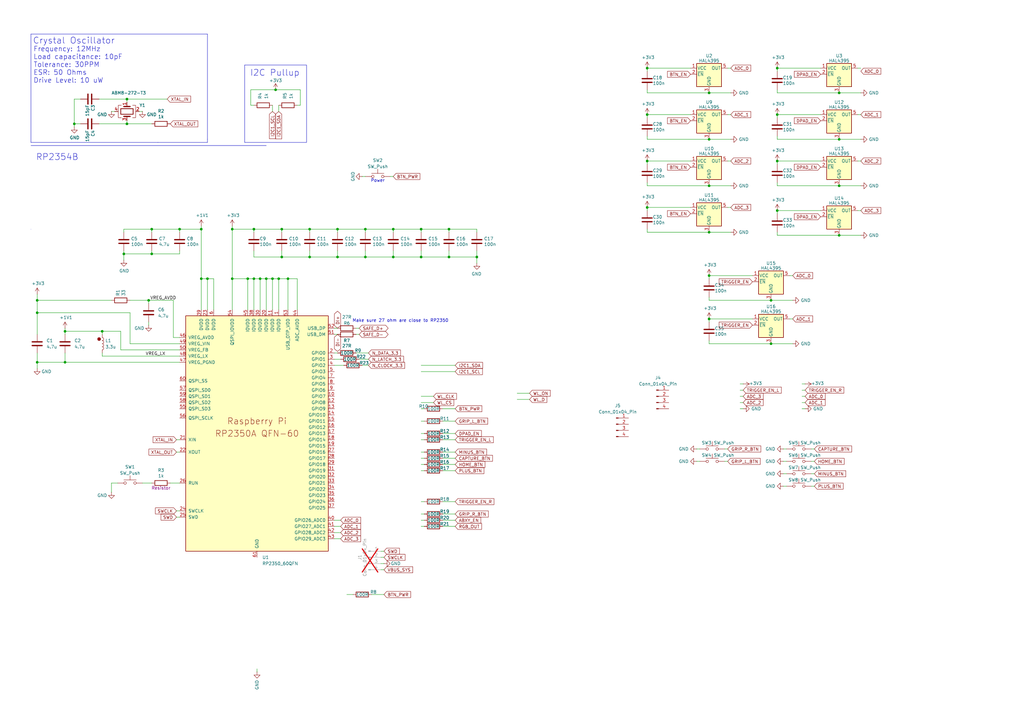
<source format=kicad_sch>
(kicad_sch (version 20250114) (generator "eeschema") (generator_version "9.0")
  (paper "A3")
  (title_block (date "2025-11-03"))
  (rectangle (start 372.11 -67.31) (end 504.19 -10.16))
  (rectangle (start 100.33 26.67) (end 125.73 58.42))
  (circle (center 40.64 139.065) (radius 0.635) (stroke (width 0) (color 132 0 0 1)) (fill (type color) (color 132 0 0 1)))
  (text "Power" (at 154.94 74.168 0) (effects (font (size 1.27 1.27))))
  (text "ESD" (at 116.84 -44.45 0) (effects (font (size 2.54 2.54)) (justify left bottom)))
  (text "RP2354B" (at 14.732 66.04 0) (effects (font (size 2.54 2.54)) (justify left bottom)))
  (text "RGB LEDs" (at 469.138 146.304 0) (effects (font (size 2.54 2.54)) (justify left bottom)))
  (text "RPI-RM2 Wireless" (at 411.226 -3.81 0) (effects (font (size 2.54 2.54)) (justify left bottom)))
  (text "Crystal Oscillator" (at 13.462 18.288 0) (effects (font (size 2.54 2.54)) (justify left bottom)))
  (text "Level Shifters\n" (at 205.74 -90.17 0) (effects (font (size 2.0066 2.0066)) (justify right bottom)))
  (text "I2C Pullup\n" (at 122.936 31.496 0) (effects (font (size 2.54 2.54)) (justify right bottom)))
  (text "Frequency: 12MHz\nLoad capacitance: 10pF\nTolerance: 30PPM\nESR: 50 Ohms\nDrive Level: 10 uW" (at 13.716 34.29 0) (effects (font (size 2 2)) (justify left bottom)))
  (text "Power Bus" (at 46.99 -49.53 0) (effects (font (size 2.54 2.54)) (justify left bottom)))
  (text "Make sure 27 ohm are close to RP2350\n" (at 144.526 132.334 0) (effects (font (size 1.27 1.27)) (justify left bottom)))
  (text "Battery PMIC" (at 463.55 -58.42 0) (effects (font (size 1.27 1.27)) (justify left bottom)))
  (text "LiPo Battery Circuit" (at 430.53 -62.23 0) (effects (font (size 2.54 2.54)) (justify left bottom)))
  (junction (at 62.23 104.14))
  (junction (at 45.72 -6.35))
  (junction (at 184.15 93.98))
  (junction (at 161.29 93.98))
  (junction (at 433.07 -36.83))
  (junction (at 208.28 -40.64))
  (junction (at 172.72 105.41))
  (junction (at 30.48 50.8))
  (junction (at 490.22 -53.34))
  (junction (at 186.69 -82.55))
  (junction (at 318.77 86.36))
  (junction (at 382.27 -26.67))
  (junction (at 127 105.41))
  (junction (at 52.07 40.64))
  (junction (at 138.43 93.98))
  (junction (at 45.72 -26.67))
  (junction (at 161.29 105.41))
  (junction (at 290.83 113.03))
  (junction (at 186.69 -53.34))
  (junction (at 186.69 -11.43))
  (junction (at 52.07 -19.05))
  (junction (at 60.96 123.19))
  (junction (at 265.43 27.94))
  (junction (at 115.57 93.98))
  (junction (at 471.17 2.54))
  (junction (at 88.9 -26.67))
  (junction (at 191.77 -40.64))
  (junction (at 316.23 140.97))
  (junction (at 15.24 148.59))
  (junction (at 111.76 114.3))
  (junction (at 26.67 148.59))
  (junction (at 186.69 -69.85))
  (junction (at 114.3 114.3))
  (junction (at 109.22 114.3))
  (junction (at 316.23 123.19))
  (junction (at 208.28 -69.85))
  (junction (at 85.09 114.3))
  (junction (at 186.69 -40.64))
  (junction (at 290.83 76.2))
  (junction (at 186.69 -24.13))
  (junction (at 52.07 50.8))
  (junction (at 290.83 130.81))
  (junction (at 118.11 114.3))
  (junction (at 138.43 105.41))
  (junction (at 290.83 38.1))
  (junction (at 41.91 135.89))
  (junction (at 490.22 -43.18))
  (junction (at 290.83 57.15))
  (junction (at 50.8 104.14))
  (junction (at 480.06 -53.34))
  (junction (at 45.72 -19.05))
  (junction (at 15.24 123.19))
  (junction (at 318.77 46.99))
  (junction (at 195.58 105.41))
  (junction (at 265.43 46.99))
  (junction (at 265.43 66.04))
  (junction (at 204.47 -40.64))
  (junction (at 101.6 114.3))
  (junction (at 15.24 -27.94))
  (junction (at 284.48 -11.43))
  (junction (at 113.03 36.83))
  (junction (at 73.66 93.98))
  (junction (at 425.45 -29.21))
  (junction (at 344.17 76.2))
  (junction (at 284.48 -6.35))
  (junction (at 425.45 -31.75))
  (junction (at 115.57 105.41))
  (junction (at 127 93.98))
  (junction (at 284.48 -8.89))
  (junction (at 52.07 -21.59))
  (junction (at 104.14 114.3))
  (junction (at 471.17 38.1))
  (junction (at 208.28 -11.43))
  (junction (at 172.72 93.98))
  (junction (at 344.17 38.1))
  (junction (at 85.09 -13.97))
  (junction (at 26.67 135.89))
  (junction (at 344.17 96.52))
  (junction (at 389.89 -36.83))
  (junction (at 95.25 114.3))
  (junction (at 455.93 -24.13))
  (junction (at 344.17 57.15))
  (junction (at 95.25 93.98))
  (junction (at 471.17 10.16))
  (junction (at 15.24 128.27))
  (junction (at 104.14 93.98))
  (junction (at 290.83 95.25))
  (junction (at 318.77 66.04))
  (junction (at 85.09 -26.67))
  (junction (at 52.07 -6.35))
  (junction (at 455.93 7.62))
  (junction (at 62.23 93.98))
  (junction (at 265.43 85.09))
  (junction (at 149.86 93.98))
  (junction (at 149.86 105.41))
  (junction (at 184.15 105.41))
  (junction (at 447.04 33.02))
  (junction (at 318.77 27.94))
  (junction (at 106.68 114.3))
  (junction (at 82.55 93.98))
  (junction (at 82.55 114.3))
  (wire (pts (xy 318.77 96.52) (xy 344.17 96.52)))
  (wire (pts (xy 481.33 27.94) (xy 483.87 27.94)))
  (wire (pts (xy 85.09 -31.75) (xy 83.82 -31.75)))
  (wire (pts (xy 48.26 198.12) (xy 45.72 198.12)))
  (wire (pts (xy 435.61 31.75) (xy 435.61 39.37)))
  (wire (pts (xy 248.92 -24.13) (xy 250.19 -24.13)))
  (wire (pts (xy 321.31 184.15) (xy 322.58 184.15)))
  (wire (pts (xy 138.43 102.87) (xy 138.43 105.41)))
  (wire (pts (xy 186.69 -69.85) (xy 186.69 -72.39)))
  (wire (pts (xy 445.77 33.02) (xy 447.04 33.02)))
  (wire (pts (xy 318.77 27.94) (xy 318.77 29.21)))
  (wire (pts (xy 389.89 -29.21) (xy 392.43 -29.21)))
  (wire (pts (xy 265.43 95.25) (xy 290.83 95.25)))
  (wire (pts (xy 389.89 -38.1) (xy 389.89 -36.83)))
  (wire (pts (xy 316.23 140.97) (xy 325.12 140.97)))
  (wire (pts (xy 142.24 243.84) (xy 144.78 243.84)))
  (wire (pts (xy 88.9 -40.64) (xy 88.9 -38.1)))
  (wire (pts (xy 334.01 189.23) (xy 332.74 189.23)))
  (wire (pts (xy 330.2 162.56) (xy 328.93 162.56)))
  (wire (pts (xy 304.8 157.48) (xy 303.53 157.48)))
  (wire (pts (xy 137.16 134.62) (xy 138.43 134.62)))
  (wire (pts (xy 283.21 -11.43) (xy 284.48 -11.43)))
  (wire (pts (xy 572.77 182.88) (xy 575.31 182.88)))
  (wire (pts (xy 148.59 -6.35) (xy 148.59 -8.89)))
  (wire (pts (xy 184.15 -69.85) (xy 186.69 -69.85)))
  (wire (pts (xy 546.1 161.29) (xy 546.1 163.83)))
  (wire (pts (xy 73.66 143.51) (xy 49.53 143.51)))
  (wire (pts (xy 85.09 -13.97) (xy 85.09 -6.35)))
  (wire (pts (xy 148.59 -29.21) (xy 148.59 -31.75)))
  (wire (pts (xy 15.24 123.19) (xy 15.24 128.27)))
  (wire (pts (xy 445.77 38.1) (xy 449.58 38.1)))
  (wire (pts (xy 116.84 -25.4) (xy 118.11 -25.4)))
  (wire (pts (xy 516.89 160.02) (xy 519.43 160.02)))
  (wire (pts (xy 334.01 194.31) (xy 332.74 194.31)))
  (wire (pts (xy 82.55 92.71) (xy 82.55 93.98)))
  (wire (pts (xy 157.48 231.14) (xy 156.21 231.14)))
  (wire (pts (xy 52.07 -19.05) (xy 53.34 -19.05)))
  (wire (pts (xy 520.7 161.29) (xy 520.7 163.83)))
  (wire (pts (xy 52.07 40.64) (xy 68.58 40.64)))
  (wire (pts (xy 26.67 144.78) (xy 26.67 148.59)))
  (wire (pts (xy 186.69 -40.64) (xy 186.69 -43.18)))
  (wire (pts (xy 173.99 193.04) (xy 172.72 193.04)))
  (wire (pts (xy 73.66 138.43) (xy 71.12 138.43)))
  (wire (pts (xy 334.01 199.39) (xy 332.74 199.39)))
  (wire (pts (xy 115.57 102.87) (xy 115.57 105.41)))
  (wire (pts (xy 382.27 -26.67) (xy 392.43 -26.67)))
  (wire (pts (xy 195.58 102.87) (xy 195.58 105.41)))
  (wire (pts (xy 596.9 179.07) (xy 596.9 181.61)))
  (wire (pts (xy 520.7 163.83) (xy 521.97 165.1)))
  (wire (pts (xy 430.53 27.94) (xy 431.8 27.94)))
  (wire (pts (xy 285.75 189.23) (xy 287.02 189.23)))
  (wire (pts (xy 455.93 -39.37) (xy 457.2 -39.37)))
  (wire (pts (xy 198.12 -48.26) (xy 198.12 -53.34)))
  (wire (pts (xy 471.17 38.1) (xy 471.17 39.37)))
  (wire (pts (xy 62.23 102.87) (xy 62.23 104.14)))
  (wire (pts (xy 72.39 212.09) (xy 73.66 212.09)))
  (wire (pts (xy 40.64 40.64) (xy 52.07 40.64)))
  (wire (pts (xy 265.43 46.99) (xy 265.43 48.26)))
  (wire (pts (xy 138.43 105.41) (xy 127 105.41)))
  (wire (pts (xy 284.48 -8.89) (xy 284.48 -6.35)))
  (wire (pts (xy 471.17 2.54) (xy 471.17 10.16)))
  (wire (pts (xy 472.44 165.1) (xy 473.71 165.1)))
  (wire (pts (xy 72.39 180.34) (xy 73.66 180.34)))
  (wire (pts (xy 105.41 275.59) (xy 105.41 274.32)))
  (wire (pts (xy 64.77 -39.37) (xy 52.07 -39.37)))
  (wire (pts (xy 491.49 177.8) (xy 492.76 177.8)))
  (wire (pts (xy 208.28 -69.85) (xy 208.28 -72.39)))
  (wire (pts (xy 293.37 -34.29) (xy 294.64 -34.29)))
  (wire (pts (xy 138.43 93.98) (xy 149.86 93.98)))
  (wire (pts (xy 265.43 66.04) (xy 283.21 66.04)))
  (wire (pts (xy 521.97 165.1) (xy 524.51 165.1)))
  (wire (pts (xy 447.04 33.02) (xy 447.04 34.29)))
  (wire (pts (xy 471.17 22.86) (xy 471.17 38.1)))
  (wire (pts (xy 109.22 127) (xy 109.22 114.3)))
  (wire (pts (xy 472.44 182.88) (xy 473.71 182.88)))
  (wire (pts (xy 284.48 -19.05) (xy 283.21 -19.05)))
  (wire (pts (xy 146.05 134.62) (xy 147.32 134.62)))
  (wire (pts (xy 104.14 43.18) (xy 102.87 43.18)))
  (wire (pts (xy 85.09 -39.37) (xy 85.09 -31.75)))
  (wire (pts (xy 50.8 104.14) (xy 62.23 104.14)))
  (wire (pts (xy 265.43 27.94) (xy 265.43 29.21)))
  (wire (pts (xy 490.22 -43.18) (xy 491.49 -43.18)))
  (wire (pts (xy 472.44 5.08) (xy 473.71 3.81)))
  (wire (pts (xy 50.8 95.25) (xy 50.8 93.98)))
  (wire (pts (xy 50.8 104.14) (xy 50.8 106.68)))
  (wire (pts (xy 265.43 27.94) (xy 283.21 27.94)))
  (wire (pts (xy 248.92 -8.89) (xy 250.19 -8.89)))
  (wire (pts (xy 15.24 120.65) (xy 15.24 123.19)))
  (wire (pts (xy 30.48 50.8) (xy 30.48 52.07)))
  (wire (pts (xy 50.8 93.98) (xy 62.23 93.98)))
  (wire (pts (xy 304.8 165.1) (xy 303.53 165.1)))
  (wire (pts (xy 318.77 55.88) (xy 318.77 57.15)))
  (wire (pts (xy 290.83 76.2) (xy 299.72 76.2)))
  (wire (pts (xy 490.22 -53.34) (xy 490.22 -52.07)))
  (wire (pts (xy 198.12 -24.13) (xy 186.69 -24.13)))
  (wire (pts (xy 151.13 144.78) (xy 146.05 144.78)))
  (wire (pts (xy 15.24 -19.05) (xy 15.24 -15.24)))
  (wire (pts (xy 45.72 45.72) (xy 46.99 45.72)))
  (wire (pts (xy 208.28 -11.43) (xy 217.17 -11.43)))
  (wire (pts (xy 544.83 160.02) (xy 546.1 161.29)))
  (wire (pts (xy 471.17 22.86) (xy 483.87 22.86)))
  (wire (pts (xy 82.55 114.3) (xy 82.55 127)))
  (wire (pts (xy 344.17 57.15) (xy 353.06 57.15)))
  (wire (pts (xy 60.96 123.19) (xy 60.96 124.46)))
  (wire (pts (xy 448.31 25.4) (xy 449.58 25.4)))
  (polyline (pts (xy 166.37 -2.54) (xy 166.37 -49.53)))
  (wire (pts (xy 212.09 161.29) (xy 217.17 161.29)))
  (wire (pts (xy 52.07 -21.59) (xy 52.07 -19.05)))
  (wire (pts (xy 425.45 -31.75) (xy 425.45 -29.21)))
  (wire (pts (xy 265.43 46.99) (xy 283.21 46.99)))
  (wire (pts (xy 290.83 130.81) (xy 290.83 132.08)))
  (wire (pts (xy 173.99 210.82) (xy 172.72 210.82)))
  (wire (pts (xy 596.9 181.61) (xy 598.17 182.88)))
  (wire (pts (xy 49.53 143.51) (xy 49.53 135.89)))
  (wire (pts (xy 457.2 -35.56) (xy 455.93 -35.56)))
  (wire (pts (xy 52.07 50.8) (xy 62.23 50.8)))
  (wire (pts (xy 476.25 -35.56) (xy 477.52 -35.56)))
  (wire (pts (xy 647.7 179.07) (xy 647.7 181.61)))
  (wire (pts (xy 290.83 121.92) (xy 290.83 123.19)))
  (wire (pts (xy 593.09 160.02) (xy 595.63 160.02)))
  (wire (pts (xy 290.83 139.7) (xy 290.83 140.97)))
  (wire (pts (xy 49.53 135.89) (xy 41.91 135.89)))
  (wire (pts (xy 299.72 27.94) (xy 298.45 27.94)))
  (wire (pts (xy 191.77 -40.64) (xy 186.69 -40.64)))
  (wire (pts (xy 85.09 114.3) (xy 82.55 114.3)))
  (wire (pts (xy 173.99 167.64) (xy 172.72 167.64)))
  (wire (pts (xy 648.97 182.88) (xy 651.51 182.88)))
  (wire (pts (xy 95.25 92.71) (xy 95.25 93.98)))
  (wire (pts (xy 284.48 -24.13) (xy 283.21 -24.13)))
  (wire (pts (xy 598.17 182.88) (xy 600.71 182.88)))
  (wire (pts (xy 173.99 180.34) (xy 172.72 180.34)))
  (wire (pts (xy 176.53 -90.17) (xy 176.53 -87.63)))
  (wire (pts (xy 316.23 123.19) (xy 325.12 123.19)))
  (wire (pts (xy 15.24 -27.94) (xy 15.24 -26.67)))
  (wire (pts (xy 476.25 -39.37) (xy 477.52 -39.37)))
  (wire (pts (xy 492.76 177.8) (xy 494.03 179.07)))
  (wire (pts (xy 422.91 -29.21) (xy 425.45 -29.21)))
  (wire (pts (xy 95.25 93.98) (xy 104.14 93.98)))
  (wire (pts (xy 111.76 127) (xy 111.76 114.3)))
  (wire (pts (xy 455.93 -24.13) (xy 457.2 -24.13)))
  (wire (pts (xy 52.07 -39.37) (xy 52.07 -31.75)))
  (wire (pts (xy 516.89 177.8) (xy 519.43 177.8)))
  (wire (pts (xy 299.72 66.04) (xy 298.45 66.04)))
  (wire (pts (xy 330.2 167.64) (xy 328.93 167.64)))
  (wire (pts (xy 62.23 104.14) (xy 73.66 104.14)))
  (wire (pts (xy 455.93 -35.56) (xy 455.93 -24.13)))
  (wire (pts (xy 593.09 177.8) (xy 595.63 177.8)))
  (wire (pts (xy 472.44 7.62) (xy 473.71 6.35)))
  (wire (pts (xy 173.99 205.74) (xy 172.72 205.74)))
  (wire (pts (xy 318.77 57.15) (xy 344.17 57.15)))
  (wire (pts (xy 567.69 177.8) (xy 570.23 177.8)))
  (wire (pts (xy 19.05 -27.94) (xy 15.24 -27.94)))
  (wire (pts (xy 434.34 -36.83) (xy 433.07 -36.83)))
  (wire (pts (xy 186.69 -53.34) (xy 186.69 -50.8)))
  (wire (pts (xy 148.59 -24.13) (xy 148.59 -21.59)))
  (wire (pts (xy 137.16 149.86) (xy 140.97 149.86)))
  (wire (pts (xy 439.42 27.94) (xy 449.58 27.94)))
  (wire (pts (xy 106.68 114.3) (xy 109.22 114.3)))
  (wire (pts (xy 193.04 -69.85) (xy 186.69 -69.85)))
  (wire (pts (xy 353.06 66.04) (xy 351.79 66.04)))
  (wire (pts (xy 106.68 127) (xy 106.68 114.3)))
  (wire (pts (xy 102.87 36.83) (xy 113.03 36.83)))
  (wire (pts (xy 52.07 -13.97) (xy 52.07 -6.35)))
  (wire (pts (xy 173.99 190.5) (xy 172.72 190.5)))
  (wire (pts (xy 154.94 -39.37) (xy 153.67 -39.37)))
  (wire (pts (xy 265.43 55.88) (xy 265.43 57.15)))
  (wire (pts (xy 473.71 177.8) (xy 472.44 177.8)))
  (wire (pts (xy 318.77 27.94) (xy 336.55 27.94)))
  (wire (pts (xy 243.84 -29.21) (xy 250.19 -29.21)))
  (wire (pts (xy 425.45 -31.75) (xy 426.72 -31.75)))
  (wire (pts (xy 265.43 74.93) (xy 265.43 76.2)))
  (wire (pts (xy 208.28 -40.64) (xy 208.28 -43.18)))
  (wire (pts (xy 184.15 95.25) (xy 184.15 93.98)))
  (wire (pts (xy 171.45 -59.69) (xy 171.45 -60.96)))
  (polyline (pts (xy 104.14 -2.54) (xy 166.37 -2.54)))
  (wire (pts (xy 139.7 215.9) (xy 137.16 215.9)))
  (wire (pts (xy 146.05 137.16) (xy 147.32 137.16)))
  (wire (pts (xy 455.93 -24.13) (xy 454.66 -24.13)))
  (wire (pts (xy 118.11 114.3) (xy 118.11 127)))
  (wire (pts (xy 142.24 -39.37) (xy 143.51 -39.37)))
  (wire (pts (xy 85.09 -21.59) (xy 85.09 -26.67)))
  (wire (pts (xy 454.66 0) (xy 468.63 0)))
  (wire (pts (xy 208.28 -86.36) (xy 208.28 -80.01)))
  (wire (pts (xy 284.48 -39.37) (xy 283.21 -39.37)))
  (wire (pts (xy 476.25 -43.18) (xy 490.22 -43.18)))
  (wire (pts (xy 88.9 -50.8) (xy 88.9 -48.26)))
  (wire (pts (xy 495.3 163.83) (xy 496.57 165.1)))
  (wire (pts (xy 148.59 72.39) (xy 149.86 72.39)))
  (wire (pts (xy 45.72 198.12) (xy 45.72 201.93)))
  (wire (pts (xy 516.89 182.88) (xy 515.62 182.88)))
  (wire (pts (xy 290.83 123.19) (xy 316.23 123.19)))
  (wire (pts (xy 186.69 -27.94) (xy 186.69 -24.13)))
  (wire (pts (xy 95.25 127) (xy 95.25 114.3)))
  (wire (pts (xy 203.2 -69.85) (xy 208.28 -69.85)))
  (wire (pts (xy 265.43 85.09) (xy 265.43 86.36)))
  (wire (pts (xy 284.48 -6.35) (xy 283.21 -6.35)))
  (wire (pts (xy 139.7 213.36) (xy 137.16 213.36)))
  (wire (pts (xy 123.19 43.18) (xy 123.19 36.83)))
  (wire (pts (xy 172.72 102.87) (xy 172.72 105.41)))
  (wire (pts (xy 464.82 -24.13) (xy 466.09 -24.13)))
  (wire (pts (xy 40.64 -6.35) (xy 45.72 -6.35)))
  (wire (pts (xy 476.25 -46.99) (xy 480.06 -46.99)))
  (wire (pts (xy 15.24 144.78) (xy 15.24 148.59)))
  (wire (pts (xy 115.57 95.25) (xy 115.57 93.98)))
  (wire (pts (xy 193.04 -11.43) (xy 186.69 -11.43)))
  (wire (pts (xy 15.24 148.59) (xy 26.67 148.59)))
  (wire (pts (xy 425.45 -20.32) (xy 425.45 -19.05)))
  (wire (pts (xy 127 105.41) (xy 115.57 105.41)))
  (wire (pts (xy 382.27 -29.21) (xy 382.27 -26.67)))
  (wire (pts (xy 62.23 93.98) (xy 73.66 93.98)))
  (wire (pts (xy 476.25 -13.97) (xy 477.52 -13.97)))
  (wire (pts (xy 344.17 76.2) (xy 353.06 76.2)))
  (polyline (pts (xy 102.87 -53.34) (xy 102.87 -2.54)))
  (wire (pts (xy 186.69 215.9) (xy 181.61 215.9)))
  (wire (pts (xy 481.33 48.26) (xy 482.6 48.26)))
  (wire (pts (xy 265.43 85.09) (xy 283.21 85.09)))
  (wire (pts (xy 60.96 123.19) (xy 71.12 123.19)))
  (wire (pts (xy 422.91 -36.83) (xy 424.18 -36.83)))
  (wire (pts (xy 596.9 161.29) (xy 596.9 163.83)))
  (wire (pts (xy 15.24 128.27) (xy 15.24 137.16)))
  (wire (pts (xy 184.15 -11.43) (xy 186.69 -11.43)))
  (wire (pts (xy 480.06 -53.34) (xy 481.33 -53.34)))
  (wire (pts (xy 325.12 113.03) (xy 323.85 113.03)))
  (wire (pts (xy 472.44 0) (xy 483.87 0)))
  (wire (pts (xy 53.34 140.97) (xy 73.66 140.97)))
  (wire (pts (xy 643.89 177.8) (xy 646.43 177.8)))
  (wire (pts (xy 104.14 93.98) (xy 115.57 93.98)))
  (wire (pts (xy 285.75 -34.29) (xy 283.21 -34.29)))
  (wire (pts (xy 473.71 -1.27) (xy 472.44 0)))
  (wire (pts (xy 471.17 10.16) (xy 471.17 11.43)))
  (wire (pts (xy 58.42 198.12) (xy 62.23 198.12)))
  (wire (pts (xy 208.28 -40.64) (xy 217.17 -40.64)))
  (wire (pts (xy 171.45 -16.51) (xy 171.45 -17.78)))
  (wire (pts (xy 62.23 95.25) (xy 62.23 93.98)))
  (wire (pts (xy 344.17 38.1) (xy 353.06 38.1)))
  (wire (pts (xy 109.22 114.3) (xy 111.76 114.3)))
  (wire (pts (xy 495.3 182.88) (xy 499.11 182.88)))
  (wire (pts (xy 45.72 -19.05) (xy 45.72 -13.97)))
  (wire (pts (xy 321.31 199.39) (xy 322.58 199.39)))
  (wire (pts (xy 26.67 137.16) (xy 26.67 135.89)))
  (wire (pts (xy 433.07 -36.83) (xy 431.8 -36.83)))
  (wire (pts (xy 285.75 184.15) (xy 287.02 184.15)))
  (wire (pts (xy 471.17 38.1) (xy 483.87 38.1)))
  (polyline (pts (xy 10.16 -53.34) (xy 102.87 -53.34)))
  (wire (pts (xy 123.19 36.83) (xy 113.03 36.83)))
  (wire (pts (xy 204.47 -40.64) (xy 208.28 -40.64)))
  (wire (pts (xy 298.45 184.15) (xy 297.18 184.15)))
  (wire (pts (xy 27.94 -27.94) (xy 26.67 -27.94)))
  (wire (pts (xy 53.34 123.19) (xy 60.96 123.19)))
  (wire (pts (xy 57.15 45.72) (xy 58.42 45.72)))
  (wire (pts (xy 467.36 7.62) (xy 468.63 7.62)))
  (wire (pts (xy 265.43 66.04) (xy 265.43 67.31)))
  (wire (pts (xy 480.06 -53.34) (xy 480.06 -46.99)))
  (wire (pts (xy 318.77 66.04) (xy 318.77 67.31)))
  (wire (pts (xy 472.44 7.62) (xy 483.87 7.62)))
  (wire (pts (xy 208.28 -57.15) (xy 208.28 -50.8)))
  (wire (pts (xy 519.43 177.8) (xy 519.43 182.88)))
  (wire (pts (xy 71.12 138.43) (xy 71.12 123.19)))
  (wire (pts (xy 299.72 85.09) (xy 298.45 85.09)))
  (wire (pts (xy 139.7 218.44) (xy 137.16 218.44)))
  (wire (pts (xy 318.77 76.2) (xy 344.17 76.2)))
  (wire (pts (xy 186.69 -11.43) (xy 186.69 -13.97)))
  (wire (pts (xy 344.17 96.52) (xy 353.06 96.52)))
  (wire (pts (xy 476.25 -16.51) (xy 477.52 -16.51)))
  (wire (pts (xy 104.14 102.87) (xy 104.14 105.41)))
  (wire (pts (xy 496.57 165.1) (xy 499.11 165.1)))
  (wire (pts (xy 157.48 233.68) (xy 156.21 233.68)))
  (wire (pts (xy 52.07 41.91) (xy 52.07 40.64)))
  (wire (pts (xy 53.34 128.27) (xy 53.34 140.97)))
  (wire (pts (xy 567.69 160.02) (xy 571.5 160.02)))
  (wire (pts (xy 45.72 -19.05) (xy 52.07 -19.05)))
  (wire (pts (xy 173.99 187.96) (xy 172.72 187.96)))
  (wire (pts (xy 330.2 157.48) (xy 328.93 157.48)))
  (wire (pts (xy 471.17 -5.08) (xy 471.17 2.54)))
  (wire (pts (xy 381 -26.67) (xy 382.27 -26.67)))
  (wire (pts (xy 547.37 182.88) (xy 549.91 182.88)))
  (wire (pts (xy 121.92 114.3) (xy 121.92 127)))
  (wire (pts (xy 491.49 -53.34) (xy 490.22 -53.34)))
  (wire (pts (xy 208.28 -27.94) (xy 208.28 -21.59)))
  (wire (pts (xy 571.5 181.61) (xy 572.77 182.88)))
  (polyline (pts (xy 10.16 -30.48) (xy 10.16 -53.34)))
  (wire (pts (xy 299.72 46.99) (xy 298.45 46.99)))
  (wire (pts (xy 104.14 114.3) (xy 106.68 114.3)))
  (wire (pts (xy 72.39 209.55) (xy 73.66 209.55)))
  (wire (pts (xy 95.25 114.3) (xy 101.6 114.3)))
  (wire (pts (xy 473.71 3.81) (xy 469.9 3.81)))
  (wire (pts (xy 546.1 181.61) (xy 547.37 182.88)))
  (wire (pts (xy 33.02 50.8) (xy 30.48 50.8)))
  (polyline (pts (xy 167.64 -93.98) (xy 167.64 -2.54)))
  (wire (pts (xy 304.8 160.02) (xy 303.53 160.02)))
  (wire (pts (xy 142.24 -36.83) (xy 143.51 -36.83)))
  (wire (pts (xy 172.72 95.25) (xy 172.72 93.98)))
  (wire (pts (xy 321.31 189.23) (xy 322.58 189.23)))
  (wire (pts (xy 52.07 49.53) (xy 52.07 50.8)))
  (wire (pts (xy 283.21 -13.97) (xy 284.48 -13.97)))
  (wire (pts (xy 45.72 -6.35) (xy 52.07 -6.35)))
  (wire (pts (xy 148.59 -46.99) (xy 148.59 -44.45)))
  (wire (pts (xy 85.09 -17.78) (xy 83.82 -17.78)))
  (wire (pts (xy 284.48 -31.75) (xy 283.21 -31.75)))
  (wire (pts (xy 290.83 -48.26) (xy 289.56 -48.26)))
  (wire (pts (xy 53.34 -21.59) (xy 52.07 -21.59)))
  (wire (pts (xy 87.63 114.3) (xy 87.63 127)))
  (wire (pts (xy 353.06 27.94) (xy 351.79 27.94)))
  (wire (pts (xy 546.1 179.07) (xy 546.1 181.61)))
  (wire (pts (xy 149.86 93.98) (xy 161.29 93.98)))
  (wire (pts (xy 138.43 95.25) (xy 138.43 93.98)))
  (wire (pts (xy 318.77 46.99) (xy 336.55 46.99)))
  (wire (pts (xy 172.72 152.4) (xy 186.69 152.4)))
  (wire (pts (xy 149.86 102.87) (xy 149.86 105.41)))
  (wire (pts (xy 234.95 -29.21) (xy 236.22 -29.21)))
  (wire (pts (xy 433.07 -36.83) (xy 433.07 -34.29)))
  (wire (pts (xy 290.83 113.03) (xy 308.61 113.03)))
  (wire (pts (xy 265.43 93.98) (xy 265.43 95.25)))
  (wire (pts (xy 455.93 5.08) (xy 468.63 5.08)))
  (wire (pts (xy 184.15 105.41) (xy 172.72 105.41)))
  (wire (pts (xy 542.29 160.02) (xy 544.83 160.02)))
  (polyline (pts (xy 12.7 93.98) (xy 12.7 93.98)))
  (wire (pts (xy 318.77 74.93) (xy 318.77 76.2)))
  (wire (pts (xy 469.9 -1.27) (xy 473.71 -1.27)))
  (polyline (pts (xy 102.87 -2.54) (xy 10.16 -2.54)))
  (wire (pts (xy 157.48 228.6) (xy 156.21 228.6)))
  (wire (pts (xy 595.63 160.02) (xy 596.9 161.29)))
  (wire (pts (xy 393.7 -55.88) (xy 394.97 -55.88)))
  (wire (pts (xy 149.86 105.41) (xy 138.43 105.41)))
  (wire (pts (xy 290.83 38.1) (xy 299.72 38.1)))
  (wire (pts (xy 495.3 161.29) (xy 495.3 163.83)))
  (wire (pts (xy 85.09 114.3) (xy 87.63 114.3)))
  (wire (pts (xy 40.64 -26.67) (xy 45.72 -26.67)))
  (wire (pts (xy 290.83 95.25) (xy 299.72 95.25)))
  (wire (pts (xy 570.23 177.8) (xy 571.5 179.07)))
  (wire (pts (xy 15.24 -30.48) (xy 15.24 -27.94)))
  (wire (pts (xy 318.77 38.1) (xy 344.17 38.1)))
  (wire (pts (xy 142.24 -13.97) (xy 143.51 -13.97)))
  (wire (pts (xy 403.86 -55.88) (xy 402.59 -55.88)))
  (wire (pts (xy 389.89 -46.99) (xy 389.89 -45.72)))
  (polyline (pts (xy 167.64 -93.98) (xy 223.52 -93.98)))
  (wire (pts (xy 248.92 -19.05) (xy 250.19 -19.05)))
  (wire (pts (xy 186.69 177.8) (xy 181.61 177.8)))
  (wire (pts (xy 284.48 -36.83) (xy 283.21 -36.83)))
  (wire (pts (xy 73.66 185.42) (xy 72.39 185.42)))
  (wire (pts (xy 85.09 -26.67) (xy 88.9 -26.67)))
  (polyline (pts (xy 104.14 -49.53) (xy 104.14 -2.54)))
  (wire (pts (xy 290.83 130.81) (xy 308.61 130.81)))
  (wire (pts (xy 391.16 -31.75) (xy 392.43 -31.75)))
  (wire (pts (xy 468.63 0) (xy 469.9 -1.27)))
  (wire (pts (xy 137.16 137.16) (xy 138.43 137.16)))
  (wire (pts (xy 95.25 93.98) (xy 95.25 114.3)))
  (wire (pts (xy 542.29 177.8) (xy 544.83 177.8)))
  (wire (pts (xy 472.44 5.08) (xy 483.87 5.08)))
  (wire (pts (xy 198.12 -53.34) (xy 186.69 -53.34)))
  (wire (pts (xy 115.57 105.41) (xy 104.14 105.41)))
  (wire (pts (xy 193.04 -40.64) (xy 191.77 -40.64)))
  (polyline (pts (xy 85.09 57.15) (xy 85.09 58.42)))
  (wire (pts (xy 448.31 35.56) (xy 447.04 34.29)))
  (wire (pts (xy 161.29 105.41) (xy 149.86 105.41)))
  (wire (pts (xy 494.03 160.02) (xy 495.3 161.29)))
  (wire (pts (xy 494.03 179.07) (xy 494.03 181.61)))
  (wire (pts (xy 304.8 167.64) (xy 303.53 167.64)))
  (wire (pts (xy 248.92 -26.67) (xy 250.19 -26.67)))
  (wire (pts (xy 471.17 2.54) (xy 483.87 2.54)))
  (wire (pts (xy 83.82 -26.67) (xy 85.09 -26.67)))
  (wire (pts (xy 73.66 104.14) (xy 73.66 102.87)))
  (wire (pts (xy 151.13 147.32) (xy 147.32 147.32)))
  (wire (pts (xy 647.7 181.61) (xy 648.97 182.88)))
  (wire (pts (xy 60.96 133.35) (xy 60.96 132.08)))
  (wire (pts (xy 88.9 -13.97) (xy 85.09 -13.97)))
  (wire (pts (xy 41.91 146.05) (xy 41.91 144.78)))
  (wire (pts (xy 186.69 213.36) (xy 181.61 213.36)))
  (wire (pts (xy 177.8 162.56) (xy 172.72 162.56)))
  (wire (pts (xy 448.31 22.86) (xy 449.58 22.86)))
  (wire (pts (xy 491.49 160.02) (xy 494.03 160.02)))
  (wire (pts (xy 212.09 163.83) (xy 217.17 163.83)))
  (wire (pts (xy 330.2 165.1) (xy 328.93 165.1)))
  (wire (pts (xy 138.43 144.78) (xy 137.16 144.78)))
  (wire (pts (xy 186.69 167.64) (xy 181.61 167.64)))
  (wire (pts (xy 186.69 187.96) (xy 181.61 187.96)))
  (wire (pts (xy 248.92 -31.75) (xy 250.19 -31.75)))
  (wire (pts (xy 101.6 127) (xy 101.6 114.3)))
  (wire (pts (xy 186.69 205.74) (xy 181.61 205.74)))
  (wire (pts (xy 40.64 -19.05) (xy 40.64 -6.35)))
  (wire (pts (xy 389.89 -36.83) (xy 392.43 -36.83)))
  (wire (pts (xy 41.91 135.89) (xy 41.91 137.16)))
  (wire (pts (xy 142.24 -16.51) (xy 143.51 -16.51)))
  (wire (pts (xy 157.48 226.06) (xy 156.21 226.06)))
  (wire (pts (xy 186.69 -57.15) (xy 186.69 -53.34)))
  (wire (pts (xy 154.94 -13.97) (xy 153.67 -13.97)))
  (wire (pts (xy 318.77 46.99) (xy 318.77 48.26)))
  (wire (pts (xy 171.45 -44.45) (xy 171.45 -45.72)))
  (wire (pts (xy 248.92 -34.29) (xy 250.19 -34.29)))
  (wire (pts (xy 154.94 -16.51) (xy 153.67 -16.51)))
  (polyline (pts (xy 12.7 13.97) (xy 85.09 13.97)))
  (wire (pts (xy 284.48 -16.51) (xy 283.21 -16.51)))
  (wire (pts (xy 15.24 123.19) (xy 45.72 123.19)))
  (wire (pts (xy 425.45 -29.21) (xy 425.45 -27.94)))
  (polyline (pts (xy 12.7 13.97) (xy 12.7 58.42)))
  (wire (pts (xy 139.7 220.98) (xy 137.16 220.98)))
  (wire (pts (xy 186.69 210.82) (xy 181.61 210.82)))
  (wire (pts (xy 149.86 95.25) (xy 149.86 93.98)))
  (wire (pts (xy 382.27 -36.83) (xy 389.89 -36.83)))
  (wire (pts (xy 473.71 6.35) (xy 469.9 6.35)))
  (wire (pts (xy 265.43 36.83) (xy 265.43 38.1)))
  (polyline (pts (xy 166.37 -49.53) (xy 104.14 -49.53)))
  (wire (pts (xy 40.64 50.8) (xy 52.07 50.8)))
  (wire (pts (xy 195.58 95.25) (xy 195.58 93.98)))
  (wire (pts (xy 284.48 -13.97) (xy 284.48 -11.43)))
  (wire (pts (xy 455.93 -43.18) (xy 457.2 -43.18)))
  (wire (pts (xy 172.72 105.41) (xy 161.29 105.41)))
  (wire (pts (xy 481.33 30.48) (xy 483.87 30.48)))
  (wire (pts (xy 455.93 5.08) (xy 455.93 7.62)))
  (wire (pts (xy 284.48 -29.21) (xy 283.21 -29.21)))
  (wire (pts (xy 488.95 -53.34) (xy 490.22 -53.34)))
  (wire (pts (xy 85.09 127) (xy 85.09 114.3)))
  (wire (pts (xy 304.8 162.56) (xy 303.53 162.56)))
  (wire (pts (xy 499.11 177.8) (xy 497.84 177.8)))
  (wire (pts (xy 116.84 -22.86) (xy 118.11 -22.86)))
  (wire (pts (xy 595.63 177.8) (xy 596.9 179.07)))
  (wire (pts (xy 26.67 135.89) (xy 41.91 135.89)))
  (wire (pts (xy 471.17 10.16) (xy 483.87 10.16)))
  (wire (pts (xy 160.02 72.39) (xy 161.29 72.39)))
  (wire (pts (xy 422.91 -31.75) (xy 425.45 -31.75)))
  (wire (pts (xy 186.69 -24.13) (xy 186.69 -21.59)))
  (wire (pts (xy 285.75 -6.35) (xy 284.48 -6.35)))
  (wire (pts (xy 203.2 -40.64) (xy 204.47 -40.64)))
  (wire (pts (xy 173.99 213.36) (xy 172.72 213.36)))
  (wire (pts (xy 198.12 -77.47) (xy 198.12 -82.55)))
  (wire (pts (xy 454.66 7.62) (xy 455.93 7.62)))
  (wire (pts (xy 248.92 -6.35) (xy 250.19 -6.35)))
  (wire (pts (xy 186.69 185.42) (xy 181.61 185.42)))
  (wire (pts (xy 265.43 57.15) (xy 290.83 57.15)))
  (wire (pts (xy 72.39 -39.37) (xy 85.09 -39.37)))
  (wire (pts (xy 448.31 -24.13) (xy 449.58 -24.13)))
  (wire (pts (xy 391.16 -34.29) (xy 392.43 -34.29)))
  (wire (pts (xy 290.83 113.03) (xy 290.83 114.3)))
  (wire (pts (xy 494.03 181.61) (xy 495.3 182.88)))
  (wire (pts (xy 104.14 127) (xy 104.14 114.3)))
  (wire (pts (xy 519.43 182.88) (xy 524.51 182.88)))
  (wire (pts (xy 646.43 177.8) (xy 647.7 179.07)))
  (wire (pts (xy 455.93 7.62) (xy 459.74 7.62)))
  (wire (pts (xy 353.06 86.36) (xy 351.79 86.36)))
  (wire (pts (xy 184.15 93.98) (xy 195.58 93.98)))
  (wire (pts (xy 53.34 -24.13) (xy 52.07 -24.13)))
  (wire (pts (xy 111.76 114.3) (xy 114.3 114.3)))
  (wire (pts (xy 546.1 163.83) (xy 547.37 165.1)))
  (wire (pts (xy 571.5 179.07) (xy 571.5 181.61)))
  (wire (pts (xy 45.72 -26.67) (xy 53.34 -26.67)))
  (wire (pts (xy 186.69 180.34) (xy 181.61 180.34)))
  (wire (pts (xy 27.94 -26.67) (xy 27.94 -27.94)))
  (wire (pts (xy 353.06 46.99) (xy 351.79 46.99)))
  (wire (pts (xy 469.9 3.81) (xy 468.63 5.08)))
  (wire (pts (xy 118.11 114.3) (xy 121.92 114.3)))
  (wire (pts (xy 208.28 -11.43) (xy 208.28 -13.97)))
  (wire (pts (xy 449.58 30.48) (xy 436.88 30.48)))
  (wire (pts (xy 198.12 -82.55) (xy 186.69 -82.55)))
  (wire (pts (xy 519.43 160.02) (xy 520.7 161.29)))
  (wire (pts (xy 472.44 160.02) (xy 473.71 160.02)))
  (wire (pts (xy 15.24 128.27) (xy 53.34 128.27)))
  (wire (pts (xy 318.77 66.04) (xy 336.55 66.04)))
  (wire (pts (xy 544.83 177.8) (xy 546.1 179.07)))
  (polyline (pts (xy 10.16 -30.48) (xy 10.16 -2.54)))
  (wire (pts (xy 151.13 149.86) (xy 148.59 149.86)))
  (wire (pts (xy 161.29 95.25) (xy 161.29 93.98)))
  (wire (pts (xy 73.66 95.25) (xy 73.66 93.98)))
  (wire (pts (xy 290.83 57.15) (xy 299.72 57.15)))
  (wire (pts (xy 325.12 130.81) (xy 323.85 130.81)))
  (wire (pts (xy 88.9 -19.05) (xy 88.9 -13.97)))
  (wire (pts (xy 318.77 86.36) (xy 336.55 86.36)))
  (wire (pts (xy 52.07 -24.13) (xy 52.07 -21.59)))
  (wire (pts (xy 318.77 36.83) (xy 318.77 38.1)))
  (wire (pts (xy 30.48 40.64) (xy 30.48 50.8)))
  (wire (pts (xy 41.91 146.05) (xy 73.66 146.05)))
  (wire (pts (xy 186.69 193.04) (xy 181.61 193.04)))
  (wire (pts (xy 137.16 147.32) (xy 139.7 147.32)))
  (wire (pts (xy 449.58 35.56) (xy 448.31 35.56)))
  (wire (pts (xy 184.15 102.87) (xy 184.15 105.41)))
  (wire (pts (xy 330.2 160.02) (xy 328.93 160.02)))
  (wire (pts (xy 571.5 165.1) (xy 575.31 165.1)))
  (wire (pts (xy 111.76 45.72) (xy 111.76 43.18)))
  (wire (pts (xy 101.6 114.3) (xy 104.14 114.3)))
  (wire (pts (xy 622.3 177.8) (xy 622.3 182.88)))
  (wire (pts (xy 248.92 -11.43) (xy 250.19 -11.43)))
  (wire (pts (xy 104.14 95.25) (xy 104.14 93.98)))
  (wire (pts (xy 127 95.25) (xy 127 93.98)))
  (wire (pts (xy 52.07 -6.35) (xy 53.34 -6.35)))
  (wire (pts (xy 318.77 86.36) (xy 318.77 87.63)))
  (wire (pts (xy 85.09 -13.97) (xy 83.82 -13.97)))
  (wire (pts (xy 52.07 -13.97) (xy 53.34 -13.97)))
  (wire (pts (xy 265.43 76.2) (xy 290.83 76.2)))
  (wire (pts (xy 177.8 165.1) (xy 172.72 165.1)))
  (wire (pts (xy 184.15 -40.64) (xy 186.69 -40.64)))
  (wire (pts (xy 248.92 -16.51) (xy 250.19 -16.51)))
  (wire (pts (xy 102.87 43.18) (xy 102.87 36.83)))
  (wire (pts (xy 186.69 190.5) (xy 181.61 190.5)))
  (wire (pts (xy 618.49 177.8) (xy 622.3 177.8)))
  (wire (pts (xy 321.31 194.31) (xy 322.58 194.31)))
  (wire (pts (xy 157.48 243.84) (xy 152.4 243.84)))
  (wire (pts (xy 334.01 184.15) (xy 332.74 184.15)))
  (wire (pts (xy 173.99 185.42) (xy 172.72 185.42)))
  (wire (pts (xy 422.91 -34.29) (xy 433.07 -34.29)))
  (wire (pts (xy 198.12 -19.05) (xy 198.12 -24.13)))
  (wire (pts (xy 123.19 -33.02) (xy 123.19 -30.48)))
  (wire (pts (xy 491.49 48.26) (xy 490.22 48.26)))
  (wire (pts (xy 248.92 -13.97) (xy 250.19 -13.97)))
  (wire (pts (xy 161.29 93.98) (xy 172.72 93.98)))
  (wire (pts (xy 471.17 -5.08) (xy 483.87 -5.08)))
  (polyline (pts (xy 64.77 58.42) (xy 12.7 58.42)))
  (polyline (pts (xy 109.22 59.69) (xy 12.7 59.69)))
  (wire (pts (xy 173.99 215.9) (xy 172.72 215.9)))
  (polyline (pts (xy 223.52 -2.54) (xy 167.64 -2.54)))
  (wire (pts (xy 186.69 172.72) (xy 181.61 172.72)))
  (wire (pts (xy 195.58 105.41) (xy 195.58 107.95)))
  (wire (pts (xy 121.92 43.18) (xy 123.19 43.18)))
  (wire (pts (xy 284.48 -11.43) (xy 284.48 -8.89)))
  (wire (pts (xy 33.02 40.64) (xy 30.48 40.64)))
  (wire (pts (xy 598.17 165.1) (xy 600.71 165.1)))
  (wire (pts (xy 287.02 -44.45) (xy 285.75 -44.45)))
  (wire (pts (xy 619.76 160.02) (xy 618.49 160.02)))
  (wire (pts (xy 436.88 30.48) (xy 435.61 31.75)))
  (wire (pts (xy 154.94 -36.83) (xy 153.67 -36.83)))
  (wire (pts (xy 248.92 -36.83) (xy 250.19 -36.83)))
  (wire (pts (xy 490.22 -44.45) (xy 490.22 -43.18)))
  (wire (pts (xy 208.28 -69.85) (xy 217.17 -69.85)))
  (polyline (pts (xy 223.52 -93.98) (xy 223.52 -2.54)))
  (wire (pts (xy 161.29 102.87) (xy 161.29 105.41)))
  (wire (pts (xy 283.21 -8.89) (xy 284.48 -8.89)))
  (wire (pts (xy 290.83 140.97) (xy 316.23 140.97)))
  (wire (pts (xy 114.3 114.3) (xy 118.11 114.3)))
  (wire (pts (xy 203.2 -11.43) (xy 208.28 -11.43)))
  (wire (pts (xy 127 93.98) (xy 138.43 93.98)))
  (wire (pts (xy 284.48 -21.59) (xy 283.21 -21.59)))
  (wire (pts (xy 481.33 25.4) (xy 483.87 25.4)))
  (wire (pts (xy 318.77 95.25) (xy 318.77 96.52)))
  (wire (pts (xy 172.72 149.86) (xy 186.69 149.86)))
  (wire (pts (xy 265.43 38.1) (xy 290.83 38.1)))
  (wire (pts (xy 82.55 93.98) (xy 82.55 114.3)))
  (wire (pts (xy 547.37 165.1) (xy 549.91 165.1)))
  (wire (pts (xy 26.67 134.62) (xy 26.67 135.89)))
  (wire (pts (xy 173.99 172.72) (xy 172.72 172.72)))
  (wire (pts (xy 26.67 148.59) (xy 73.66 148.59)))
  (wire (pts (xy 186.69 -86.36) (xy 186.69 -82.55)))
  (wire (pts (xy 45.72 -29.21) (xy 45.72 -26.67)))
  (polyline (pts (xy 64.77 58.42) (xy 85.09 58.42)))
  (wire (pts (xy 186.69 -82.55) (xy 186.69 -80.01)))
  (wire (pts (xy 123.19 -15.24) (xy 123.19 -17.78)))
  (wire (pts (xy 491.49 182.88) (xy 490.22 182.88)))
  (wire (pts (xy 127 102.87) (xy 127 105.41)))
  (wire (pts (xy 469.9 6.35) (xy 468.63 7.62)))
  (wire (pts (xy 83.82 -21.59) (xy 85.09 -21.59)))
  (wire (pts (xy 15.24 148.59) (xy 15.24 151.13)))
  (wire (pts (xy 85.09 -17.78) (xy 85.09 -13.97)))
  (wire (pts (xy 571.5 160.02) (xy 571.5 165.1)))
  (wire (pts (xy 73.66 93.98) (xy 82.55 93.98)))
  (wire (pts (xy 622.3 182.88) (xy 626.11 182.88)))
  (wire (pts (xy 195.58 105.41) (xy 184.15 105.41)))
  (wire (pts (xy 114.3 114.3) (xy 114.3 127)))
  (wire (pts (xy 88.9 -26.67) (xy 97.79 -26.67)))
  (wire (pts (xy 52.07 -31.75) (xy 53.34 -31.75)))
  (wire (pts (xy 477.52 -53.34) (xy 480.06 -53.34)))
  (wire (pts (xy 172.72 93.98) (xy 184.15 93.98)))
  (wire (pts (xy 298.45 189.23) (xy 297.18 189.23)))
  (wire (pts (xy 173.99 177.8) (xy 172.72 177.8)))
  (wire (pts (xy 114.3 45.72) (xy 114.3 43.18)))
  (wire (pts (xy 115.57 93.98) (xy 127 93.98)))
  (wire (pts (xy 69.85 198.12) (xy 73.66 198.12)))
  (wire (pts (xy 596.9 163.83) (xy 598.17 165.1)))
  (wire (pts (xy 50.8 102.87) (xy 50.8 104.14)))
  (polyline (pts (xy 85.09 13.97) (xy 85.09 57.15)))
  (wire (pts (xy 447.04 33.02) (xy 449.58 33.02)))
  (label "VREG_LX" (at 59.69 146.05 0))
  (label "VREG_AVDD" (at 61.595 123.19 0))
  (global_label "BTN_EN" (shape input) (at 283.21 30.48 180) (property "Intersheetrefs" "${INTERSHEET_REFS}" (effects (hide yes))))
  (global_label "WL_D" (shape input) (at 430.53 27.94 180) (property "Intersheetrefs" "${INTERSHEET_REFS}" (effects (hide yes))))
  (global_label "SAFE_D-" (shape bidirectional) (at 147.32 137.16 0) (property "Intersheetrefs" "${INTERSHEET_REFS}" (effects (hide yes))))
  (global_label "WL_CLK" (shape input) (at 177.8 162.56 0) (property "Intersheetrefs" "${INTERSHEET_REFS}" (effects (hide yes))))
  (global_label "N_DATA_SAFE" (shape input) (at 217.17 -11.43 90) (property "Intersheetrefs" "${INTERSHEET_REFS}" (effects (hide yes))))
  (global_label "SWD" (shape input) (at 72.39 212.09 180) (property "Intersheetrefs" "${INTERSHEET_REFS}" (effects (hide yes))))
  (global_label "I2C1_SDA" (shape input) (at 114.3 45.72 270) (property "Intersheetrefs" "${INTERSHEET_REFS}" (effects (hide yes))))
  (global_label "ADC_0" (shape input) (at 299.72 27.94 0) (property "Intersheetrefs" "${INTERSHEET_REFS}" (effects (hide yes))))
  (global_label "TRIGGER_EN" (shape input) (at 308.61 133.35 180) (property "Intersheetrefs" "${INTERSHEET_REFS}" (effects (hide yes))))
  (global_label "D-" (shape bidirectional) (at 248.92 -24.13 180) (property "Intersheetrefs" "${INTERSHEET_REFS}" (effects (hide yes))))
  (global_label "BTN_EN" (shape input) (at 283.21 87.63 180) (property "Intersheetrefs" "${INTERSHEET_REFS}" (effects (hide yes))))
  (global_label "RGB_B" (shape input) (at 472.44 182.88 180) (property "Intersheetrefs" "${INTERSHEET_REFS}" (effects (hide yes))))
  (global_label "GRIP_R_BTN" (shape input) (at 298.45 184.15 0) (property "Intersheetrefs" "${INTERSHEET_REFS}" (effects (hide yes))))
  (global_label "+3.3V_PRE" (shape input) (at 248.92 -36.83 180) (property "Intersheetrefs" "${INTERSHEET_REFS}" (effects (hide yes))))
  (global_label "I2C1_SCL" (shape input) (at 455.93 -43.18 180) (property "Intersheetrefs" "${INTERSHEET_REFS}" (effects (hide yes))))
  (global_label "N_CLOCK" (shape input) (at 284.48 -39.37 0) (property "Intersheetrefs" "${INTERSHEET_REFS}" (effects (hide yes))))
  (global_label "VBUS_SYS" (shape input) (at 157.48 233.68 0) (property "Intersheetrefs" "${INTERSHEET_REFS}" (effects (hide yes))))
  (global_label "WL_GP0" (shape input) (at 448.31 22.86 180) (property "Intersheetrefs" "${INTERSHEET_REFS}" (effects (hide yes))))
  (global_label "BATTERY_POS" (shape input) (at 477.52 -39.37 0) (property "Intersheetrefs" "${INTERSHEET_REFS}" (effects (hide yes))))
  (global_label "N_LATCH_SAFE" (shape input) (at 142.24 -36.83 180) (property "Intersheetrefs" "${INTERSHEET_REFS}" (effects (hide yes))))
  (global_label "N_DATA_SAFE" (shape input) (at 142.24 -16.51 180) (property "Intersheetrefs" "${INTERSHEET_REFS}" (effects (hide yes))))
  (global_label "D-" (shape bidirectional) (at 284.48 -29.21 0) (property "Intersheetrefs" "${INTERSHEET_REFS}" (effects (hide yes))))
  (global_label "N_CLOCK_3.3" (shape input) (at 184.15 -40.64 180) (property "Intersheetrefs" "${INTERSHEET_REFS}" (effects (hide yes))))
  (global_label "N_DATA_3.3" (shape input) (at 184.15 -11.43 180) (property "Intersheetrefs" "${INTERSHEET_REFS}" (effects (hide yes))))
  (global_label "VBUS_SYS" (shape input) (at 15.24 -15.24 0) (property "Intersheetrefs" "${INTERSHEET_REFS}" (effects (hide yes))))
  (global_label "BTN_EN" (shape input) (at 283.21 49.53 180) (property "Intersheetrefs" "${INTERSHEET_REFS}" (effects (hide yes))))
  (global_label "ADC_3" (shape input) (at 304.8 162.56 0) (property "Intersheetrefs" "${INTERSHEET_REFS}" (effects (hide yes))))
  (global_label "N_LATCH" (shape input) (at 284.48 -21.59 0) (property "Intersheetrefs" "${INTERSHEET_REFS}" (effects (hide yes))))
  (global_label "MINUS_BTN" (shape input) (at 334.01 194.31 0) (property "Intersheetrefs" "${INTERSHEET_REFS}" (effects (hide yes))))
  (global_label "DPAD_EN" (shape input) (at 336.55 49.53 180) (property "Intersheetrefs" "${INTERSHEET_REFS}" (effects (hide yes))))
  (global_label "I2C1_SCL" (shape input) (at 186.69 152.4 0) (property "Intersheetrefs" "${INTERSHEET_REFS}" (effects (hide yes))))
  (global_label "BAT_MON_GPIO" (shape input) (at 393.7 -55.88 180) (property "Intersheetrefs" "${INTERSHEET_REFS}" (effects (hide yes))))
  (global_label "SAFE_D+" (shape bidirectional) (at 147.32 134.62 0) (property "Intersheetrefs" "${INTERSHEET_REFS}" (effects (hide yes))))
  (global_label "N_LATCH" (shape input) (at 248.92 -16.51 180) (property "Intersheetrefs" "${INTERSHEET_REFS}" (effects (hide yes))))
  (global_label "N_LATCH" (shape input) (at 154.94 -36.83 0) (property "Intersheetrefs" "${INTERSHEET_REFS}" (effects (hide yes))))
  (global_label "ADC_0" (shape input) (at 330.2 162.56 0) (property "Intersheetrefs" "${INTERSHEET_REFS}" (effects (hide yes))))
  (global_label "N_LATCH" (shape input) (at 171.45 -59.69 0) (property "Intersheetrefs" "${INTERSHEET_REFS}" (effects (hide yes))))
  (global_label "VBUS" (shape input) (at 287.02 -44.45 0) (property "Intersheetrefs" "${INTERSHEET_REFS}" (effects (hide yes))))
  (global_label "ADC_3" (shape input) (at 139.7 220.98 0) (property "Intersheetrefs" "${INTERSHEET_REFS}" (effects (hide yes))))
  (global_label "N_DATA" (shape bidirectional) (at 171.45 -16.51 0) (property "Intersheetrefs" "${INTERSHEET_REFS}" (effects (hide yes))))
  (global_label "DPAD_EN" (shape input) (at 336.55 30.48 180) (property "Intersheetrefs" "${INTERSHEET_REFS}" (effects (hide yes))))
  (global_label "TRIGGER_EN" (shape input) (at 308.61 115.57 180) (property "Intersheetrefs" "${INTERSHEET_REFS}" (effects (hide yes))))
  (global_label "WL_CS" (shape input) (at 448.31 25.4 180) (property "Intersheetrefs" "${INTERSHEET_REFS}" (effects (hide yes))))
  (global_label "XTAL_OUT" (shape input) (at 72.39 185.42 180) (property "Intersheetrefs" "${INTERSHEET_REFS}" (effects (hide yes))))
  (global_label "D-" (shape bidirectional) (at 128.27 -22.86 0) (property "Intersheetrefs" "${INTERSHEET_REFS}" (effects (hide yes))))
  (global_label "N_LATCH_3.3" (shape input) (at 184.15 -69.85 180) (property "Intersheetrefs" "${INTERSHEET_REFS}" (effects (hide yes))))
  (global_label "PLUS_BTN" (shape input) (at 334.01 199.39 0) (property "Intersheetrefs" "${INTERSHEET_REFS}" (effects (hide yes))))
  (global_label "ADC_0" (shape input) (at 325.12 113.03 0) (property "Intersheetrefs" "${INTERSHEET_REFS}" (effects (hide yes))))
  (global_label "D+" (shape bidirectional) (at 116.84 -6.35 0) (property "Intersheetrefs" "${INTERSHEET_REFS}" (effects (hide yes))))
  (global_label "DPAD_EN" (shape input) (at 336.55 68.58 180) (property "Intersheetrefs" "${INTERSHEET_REFS}" (effects (hide yes))))
  (global_label "GRIP_R_BTN" (shape input) (at 186.69 210.82 0) (property "Intersheetrefs" "${INTERSHEET_REFS}" (effects (hide yes))))
  (global_label "VDDBAT" (shape input) (at 491.49 48.26 0) (property "Intersheetrefs" "${INTERSHEET_REFS}" (effects (hide yes))))
  (global_label "WL_D" (shape input) (at 217.17 163.83 0) (property "Intersheetrefs" "${INTERSHEET_REFS}" (effects (hide yes))))
  (global_label "WL_GP2" (shape input) (at 481.33 27.94 180) (property "Intersheetrefs" "${INTERSHEET_REFS}" (effects (hide yes))))
  (global_label "CAPTURE_BTN" (shape input) (at 186.69 187.96 0) (property "Intersheetrefs" "${INTERSHEET_REFS}" (effects (hide yes))))
  (global_label "XTAL_IN" (shape input) (at 72.39 180.34 180) (property "Intersheetrefs" "${INTERSHEET_REFS}" (effects (hide yes))))
  (global_label "ADC_1" (shape input) (at 325.12 130.81 0) (property "Intersheetrefs" "${INTERSHEET_REFS}" (effects (hide yes))))
  (global_label "BAT_MON_GPIO" (shape input) (at 382.27 -36.83 90) (property "Intersheetrefs" "${INTERSHEET_REFS}" (effects (hide yes))))
  (global_label "XTAL_IN" (shape input) (at 68.58 40.64 0) (property "Intersheetrefs" "${INTERSHEET_REFS}" (effects (hide yes))))
  (global_label "VBUS_SYS" (shape input) (at 491.49 -43.18 0) (property "Intersheetrefs" "${INTERSHEET_REFS}" (effects (hide yes))))
  (global_label "VDDBAT" (shape input) (at 481.33 25.4 180) (property "Intersheetrefs" "${INTERSHEET_REFS}" (effects (hide yes))))
  (global_label "VBUS" (shape input) (at 248.92 -19.05 180) (property "Intersheetrefs" "${INTERSHEET_REFS}" (effects (hide yes))))
  (global_label "TRIGGER_EN_L" (shape input) (at 186.69 180.34 0) (property "Intersheetrefs" "${INTERSHEET_REFS}" (effects (hide yes))))
  (global_label "SWD" (shape input) (at 157.48 226.06 0) (property "Intersheetrefs" "${INTERSHEET_REFS}" (effects (hide yes))))
  (global_label "N_CLOCK" (shape input) (at 171.45 -44.45 0) (property "Intersheetrefs" "${INTERSHEET_REFS}" (effects (hide yes))))
  (global_label "DPAD_EN" (shape input) (at 336.55 88.9 180) (property "Intersheetrefs" "${INTERSHEET_REFS}" (effects (hide yes))))
  (global_label "WL_D" (shape input) (at 454.66 7.62 180) (property "Intersheetrefs" "${INTERSHEET_REFS}" (effects (hide yes))))
  (global_label "BTN_EN" (shape input) (at 283.21 68.58 180) (property "Intersheetrefs" "${INTERSHEET_REFS}" (effects (hide yes))))
  (global_label "HOME_BTN" (shape input) (at 186.69 190.5 0) (property "Intersheetrefs" "${INTERSHEET_REFS}" (effects (hide yes))))
  (global_label "WL_ON" (shape input) (at 217.17 161.29 0) (property "Intersheetrefs" "${INTERSHEET_REFS}" (effects (hide yes))))
  (global_label "D+" (shape bidirectional) (at 248.92 -26.67 180) (property "Intersheetrefs" "${INTERSHEET_REFS}" (effects (hide yes))))
  (global_label "TRIGGER_EN_L" (shape input) (at 304.8 160.02 0) (property "Intersheetrefs" "${INTERSHEET_REFS}" (effects (hide yes))))
  (global_label "DPAD_EN" (shape input) (at 186.69 177.8 0) (property "Intersheetrefs" "${INTERSHEET_REFS}" (effects (hide yes))))
  (global_label "BTN_PWR" (shape input) (at 157.48 243.84 0) (property "Intersheetrefs" "${INTERSHEET_REFS}" (effects (hide yes))))
  (global_label "SAFE_D+" (shape bidirectional) (at 116.84 -25.4 180) (property "Intersheetrefs" "${INTERSHEET_REFS}" (effects (hide yes))))
  (global_label "RGB_B" (shape input) (at 619.76 160.02 0) (property "Intersheetrefs" "${INTERSHEET_REFS}" (effects (hide yes))))
  (global_label "D+" (shape bidirectional) (at 284.48 -31.75 0) (property "Intersheetrefs" "${INTERSHEET_REFS}" (effects (hide yes))))
  (global_label "WL_GP1" (shape input) (at 481.33 30.48 180) (property "Intersheetrefs" "${INTERSHEET_REFS}" (effects (hide yes))))
  (global_label "HOME_BTN" (shape input) (at 334.01 189.23 0) (property "Intersheetrefs" "${INTERSHEET_REFS}" (effects (hide yes))))
  (global_label "N_CLOCK_SAFE" (shape input) (at 217.17 -40.64 90) (property "Intersheetrefs" "${INTERSHEET_REFS}" (effects (hide yes))))
  (global_label "VBUS" (shape input) (at 123.19 -33.02 180) (property "Intersheetrefs" "${INTERSHEET_REFS}" (effects (hide yes))))
  (global_label "VBUS" (shape input) (at 284.48 -36.83 0) (property "Intersheetrefs" "${INTERSHEET_REFS}" (effects (hide yes))))
  (global_label "VDDBAT" (shape input) (at 445.77 38.1 180) (property "Intersheetrefs" "${INTERSHEET_REFS}" (effects (hide yes))))
  (global_label "SHARED_PU" (shape input) (at 208.28 -57.15 180) (property "Intersheetrefs" "${INTERSHEET_REFS}" (effects (hide yes))))
  (global_label "ADC_2" (shape input) (at 139.7 218.44 0) (property "Intersheetrefs" "${INTERSHEET_REFS}" (effects (hide yes))))
  (global_label "N_DATA" (shape bidirectional) (at 154.94 -16.51 0) (property "Intersheetrefs" "${INTERSHEET_REFS}" (effects (hide yes))))
  (global_label "N_CLOCK_3.3" (shape input) (at 151.13 149.86 0) (property "Intersheetrefs" "${INTERSHEET_REFS}" (effects (hide yes))))
  (global_label "RGB_OUT" (shape input) (at 186.69 215.9 0) (property "Intersheetrefs" "${INTERSHEET_REFS}" (effects (hide yes))))
  (global_label "SHARED_PU" (shape input) (at 208.28 -86.36 180) (property "Intersheetrefs" "${INTERSHEET_REFS}" (effects (hide yes))))
  (global_label "N_CLOCK_SAFE" (shape input) (at 142.24 -39.37 180) (property "Intersheetrefs" "${INTERSHEET_REFS}" (effects (hide yes))))
  (global_label "BTN_PWR" (shape input) (at 186.69 167.64 0) (property "Intersheetrefs" "${INTERSHEET_REFS}" (effects (hide yes))))
  (global_label "I2C1_SCL" (shape input) (at 391.16 -31.75 180) (property "Intersheetrefs" "${INTERSHEET_REFS}" (effects (hide yes))))
  (global_label "I2C1_SDA" (shape input) (at 455.93 -39.37 180) (property "Intersheetrefs" "${INTERSHEET_REFS}" (effects (hide yes))))
  (global_label "DI-" (shape bidirectional) (at 138.43 137.16 270) (property "Intersheetrefs" "${INTERSHEET_REFS}" (effects (hide yes))))
  (global_label "SHARED_PU" (shape input) (at 88.9 -50.8 180) (property "Intersheetrefs" "${INTERSHEET_REFS}" (effects (hide yes))))
  (global_label "BTN_PWR" (shape input) (at 466.09 -24.13 0) (property "Intersheetrefs" "${INTERSHEET_REFS}" (effects (hide yes))))
  (global_label "BAT_LVL" (shape input) (at 403.86 -55.88 0) (property "Intersheetrefs" "${INTERSHEET_REFS}" (effects (hide yes))))
  (global_label "N_DATA" (shape bidirectional) (at 248.92 -13.97 180) (property "Intersheetrefs" "${INTERSHEET_REFS}" (effects (hide yes))))
  (global_label "BATTERY_POS" (shape input) (at 426.72 -31.75 0) (property "Intersheetrefs" "${INTERSHEET_REFS}" (effects (hide yes))))
  (global_label "N_LATCH_SAFE" (shape input) (at 217.17 -69.85 90) (property "Intersheetrefs" "${INTERSHEET_REFS}" (effects (hide yes))))
  (global_label "SAFE_D-" (shape bidirectional) (at 116.84 -22.86 180) (property "Intersheetrefs" "${INTERSHEET_REFS}" (effects (hide yes))))
  (global_label "I2C1_SDA" (shape input) (at 186.69 149.86 0) (property "Intersheetrefs" "${INTERSHEET_REFS}" (effects (hide yes))))
  (global_label "I2C1_SDA" (shape input) (at 391.16 -34.29 180) (property "Intersheetrefs" "${INTERSHEET_REFS}" (effects (hide yes))))
  (global_label "TRIGGER_EN_R" (shape input) (at 186.69 205.74 0) (property "Intersheetrefs" "${INTERSHEET_REFS}" (effects (hide yes))))
  (global_label "WL_CS" (shape input) (at 177.8 165.1 0) (property "Intersheetrefs" "${INTERSHEET_REFS}" (effects (hide yes))))
  (global_label "D-" (shape bidirectional) (at 111.76 -6.35 180) (property "Intersheetrefs" "${INTERSHEET_REFS}" (effects (hide yes))))
  (global_label "ADC_0" (shape input) (at 139.7 213.36 0) (property "Intersheetrefs" "${INTERSHEET_REFS}" (effects (hide yes))))
  (global_label "ADC_2" (shape input) (at 299.72 66.04 0) (property "Intersheetrefs" "${INTERSHEET_REFS}" (effects (hide yes))))
  (global_label "D+" (shape bidirectional) (at 128.27 -25.4 0) (property "Intersheetrefs" "${INTERSHEET_REFS}" (effects (hide yes))))
  (global_label "ADC_2" (shape input) (at 304.8 165.1 0) (property "Intersheetrefs" "${INTERSHEET_REFS}" (effects (hide yes))))
  (global_label "N_CLOCK" (shape input) (at 154.94 -39.37 0) (property "Intersheetrefs" "${INTERSHEET_REFS}" (effects (hide yes))))
  (global_label "BATTERY_POS" (shape input) (at 476.25 -13.97 180) (property "Intersheetrefs" "${INTERSHEET_REFS}" (effects (hide yes))))
  (global_label "+3.3V_PRE" (shape input) (at 248.92 -6.35 180) (property "Intersheetrefs" "${INTERSHEET_REFS}" (effects (hide yes))))
  (global_label "ADC_2" (shape input) (at 353.06 66.04 0) (property "Intersheetrefs" "${INTERSHEET_REFS}" (effects (hide yes))))
  (global_label "VBUS" (shape input) (at 248.92 -31.75 180) (property "Intersheetrefs" "${INTERSHEET_REFS}" (effects (hide yes))))
  (global_label "SWCLK" (shape input) (at 157.48 228.6 0) (property "Intersheetrefs" "${INTERSHEET_REFS}" (effects (hide yes))))
  (global_label "MINUS_BTN" (shape input) (at 186.69 185.42 0) (property "Intersheetrefs" "${INTERSHEET_REFS}" (effects (hide yes))))
  (global_label "WL_ON" (shape input) (at 445.77 33.02 180) (property "Intersheetrefs" "${INTERSHEET_REFS}" (effects (hide yes))))
  (global_label "WL_CLK" (shape input) (at 454.66 0 180) (property "Intersheetrefs" "${INTERSHEET_REFS}" (effects (hide yes))))
  (global_label "ABXY_EN" (shape input) (at 186.69 213.36 0) (property "Intersheetrefs" "${INTERSHEET_REFS}" (effects (hide yes))))
  (global_label "N_DATA" (shape bidirectional) (at 284.48 -19.05 0) (property "Intersheetrefs" "${INTERSHEET_REFS}" (effects (hide yes))))
  (global_label "N_CLOCK" (shape input) (at 248.92 -34.29 180) (property "Intersheetrefs" "${INTERSHEET_REFS}" (effects (hide yes))))
  (global_label "I2C1_SCL" (shape input) (at 111.76 45.72 270) (property "Intersheetrefs" "${INTERSHEET_REFS}" (effects (hide yes))))
  (global_label "CAPTURE_BTN" (shape input) (at 334.01 184.15 0) (property "Intersheetrefs" "${INTERSHEET_REFS}" (effects (hide yes))))
  (global_label "BTN_PWR" (shape input) (at 161.29 72.39 0) (property "Intersheetrefs" "${INTERSHEET_REFS}" (effects (hide yes))))
  (global_label "GRIP_L_BTN" (shape input) (at 298.45 189.23 0) (property "Intersheetrefs" "${INTERSHEET_REFS}" (effects (hide yes))))
  (global_label "RGB_OUT" (shape input) (at 472.44 165.1 180) (property "Intersheetrefs" "${INTERSHEET_REFS}" (effects (hide yes))))
  (global_label "ADC_3" (shape input) (at 353.06 86.36 0) (property "Intersheetrefs" "${INTERSHEET_REFS}" (effects (hide yes))))
  (global_label "DI+" (shape bidirectional) (at 138.43 134.62 90) (property "Intersheetrefs" "${INTERSHEET_REFS}" (effects (hide yes))))
  (global_label "+3.3V_PRE" (shape input) (at 15.24 -30.48 90) (property "Intersheetrefs" "${INTERSHEET_REFS}" (effects (hide yes))))
  (global_label "ADC_1" (shape input) (at 353.06 46.99 0) (property "Intersheetrefs" "${INTERSHEET_REFS}" (effects (hide yes))))
  (global_label "VBUS" (shape input) (at 284.48 -24.13 0) (property "Intersheetrefs" "${INTERSHEET_REFS}" (effects (hide yes))))
  (global_label "ADC_3" (shape input) (at 299.72 85.09 0) (property "Intersheetrefs" "${INTERSHEET_REFS}" (effects (hide yes))))
  (global_label "ADC_0" (shape input) (at 353.06 29.21 0) (property "Intersheetrefs" "${INTERSHEET_REFS}" (effects (hide yes))))
  (global_label "XTAL_OUT" (shape input) (at 69.85 50.8 0) (property "Intersheetrefs" "${INTERSHEET_REFS}" (effects (hide yes))))
  (global_label "ADC_1" (shape input) (at 299.72 46.99 0) (property "Intersheetrefs" "${INTERSHEET_REFS}" (effects (hide yes))))
  (global_label "GRIP_L_BTN" (shape input) (at 186.69 172.72 0) (property "Intersheetrefs" "${INTERSHEET_REFS}" (effects (hide yes))))
  (global_label "VBUS_SYS" (shape input) (at 45.72 -29.21 180) (property "Intersheetrefs" "${INTERSHEET_REFS}" (effects (hide yes))))
  (global_label "+3.3V_PRE" (shape input) (at 290.83 -48.26 0) (property "Intersheetrefs" "${INTERSHEET_REFS}" (effects (hide yes))))
  (global_label "N_DATA_3.3" (shape input) (at 151.13 144.78 0) (property "Intersheetrefs" "${INTERSHEET_REFS}" (effects (hide yes))))
  (global_label "SHARED_PU" (shape input) (at 208.28 -27.94 180) (property "Intersheetrefs" "${INTERSHEET_REFS}" (effects (hide yes))))
  (global_label "VBUS" (shape input) (at 477.52 -53.34 180) (property "Intersheetrefs" "${INTERSHEET_REFS}" (effects (hide yes))))
  (global_label "ADC_1" (shape input) (at 139.7 215.9 0) (property "Intersheetrefs" "${INTERSHEET_REFS}" (effects (hide yes))))
  (global_label "PLUS_BTN" (shape input) (at 186.69 193.04 0) (property "Intersheetrefs" "${INTERSHEET_REFS}" (effects (hide yes))))
  (global_label "SWCLK" (shape input) (at 72.39 209.55 180) (property "Intersheetrefs" "${INTERSHEET_REFS}" (effects (hide yes))))
  (global_label "+3.3V_PRE" (shape input) (at 148.59 -24.13 180) (property "Intersheetrefs" "${INTERSHEET_REFS}" (effects (hide yes))))
  (global_label "TRIGGER_EN_R" (shape input) (at 330.2 160.02 0) (property "Intersheetrefs" "${INTERSHEET_REFS}" (effects (hide yes))))
  (global_label "N_LATCH_3.3" (shape input) (at 151.13 147.32 0) (property "Intersheetrefs" "${INTERSHEET_REFS}" (effects (hide yes))))
  (global_label "ADC_1" (shape input) (at 330.2 165.1 0) (property "Intersheetrefs" "${INTERSHEET_REFS}" (effects (hide yes))))
  (symbol (lib_id "power:GND") (at 285.75 -6.35 90) (unit 1)
    (property "Reference" "#PWR087" (effects (hide yes)))
    (property "Value" "GND" (at 290.576 -6.35 90))
  )
  (symbol (lib_id "Device:C") (at 62.23 99.06 0) (unit 1)
    (property "Reference" "C7" (at 65.151 97.8916 0) (effects (justify left)))
    (property "Value" "4.7u" (at 65.151 100.203 0) (effects (justify left)))
    (property "Footprint" "Capacitor_SMD:C_0402_1005Metric" (effects (hide yes)))
    (property "Description" "10V 4.7uF X5R ±10% 0402 Ceramic Capacitors RoHS" (effects (hide yes)))
    (property "LCSC" "C368809" (effects (hide yes)))
    (property "MPN" "CL05A475KP5NRNC" (effects (hide yes)))
    (property "Manufacturer" "Samsung Electro-Mechanics" (effects (hide yes)))
  )
  (symbol (lib_id "Switch:SW_Push") (at 327.66 189.23 0) (unit 1)
    (property "Reference" "SW6" (at 325.374 186.69 0))
    (property "Value" "SW_Push" (at 332.486 186.69 0))
    (property "Footprint" "hhl:KSC-TE" (effects (hide yes)))
    (property "Datasheet" "https://www.lcsc.com/datasheet/C221725.pdf" (effects (hide yes)))
    (property "Description" "Soft 160gf actuator, 3.5mm height tactile button IP67" (effects (hide yes)))
    (property "MPN" "KSC201J LFS" (effects (hide yes)))
    (property "LCSC" "C221725" (effects (hide yes)))
    (property "Manufacturer" "C&K" (effects (hide yes)))
  )
  (symbol (lib_id "progcc_v3:CUS08F30") (at 15.24 -22.86 90) (unit 1)
    (property "Reference" "D1" (at 12.7 -22.86 0))
    (property "Value" "CUS08F30,H3F" (at 17.78 -22.86 0))
    (property "Footprint" "Diode_SMD:D_SOD-323_HandSoldering" (effects (hide yes)))
    (property "Datasheet" "${KIPRJMOD}/../progcc_v3_libs/docs/CUS08F30_datasheet_en_20140414.pdf" (effects (hide yes)))
    (property "Description" "SOD-323 Schottky Diodes ROHS (TOSHIBA)" (effects (hide yes)))
    (property "MPN" "CUS08F30,H3F " (effects (hide yes)))
    (property "LCSC" "C150183" (effects (hide yes)))
    (property "Price" "0.0092" (effects (hide yes)))
    (property "Package" "SOD-323" (effects (hide yes)))
    (property "Manufacturer" "TOSHIBA" (effects (hide yes)))
    (property "Reviewed" "Yes" (effects (hide yes)))
  )
  (symbol (lib_id "power:+3V3") (at 389.89 -46.99 0) (unit 1)
    (property "Reference" "#PWR060" (effects (hide yes)))
    (property "Value" "+3V3" (at 390.271 -51.3842 0))
  )
  (symbol (lib_id "progcc_v3:CUS08F30") (at 88.9 -44.45 270) (unit 1)
    (property "Reference" "D3" (at 91.44 -45.7201 90) (effects (justify left)))
    (property "Value" "CUS08F30,H3F" (at 95.758 -53.594 0) (effects (justify left)))
    (property "Footprint" "Diode_SMD:D_SOD-323_HandSoldering" (effects (hide yes)))
    (property "Datasheet" "${KIPRJMOD}/../progcc_v3_libs/docs/CUS08F30_datasheet_en_20140414.pdf" (effects (hide yes)))
    (property "Description" "SOD-323 Schottky Diodes ROHS (TOSHIBA)" (effects (hide yes)))
    (property "MPN" "CUS08F30,H3F " (effects (hide yes)))
    (property "LCSC" "C150183" (effects (hide yes)))
    (property "Price" "0.0092" (effects (hide yes)))
    (property "Package" "SOD-323" (effects (hide yes)))
    (property "Manufacturer" "TOSHIBA" (effects (hide yes)))
    (property "Reviewed" "Yes" (effects (hide yes)))
  )
  (symbol (lib_id "progcc_v3:SK6805-EC-10") (at 609.6 180.34 0) (unit 1)
    (property "Reference" "RGB12" (at 609.6 171.704 0))
    (property "Value" "SK6805-EC-10" (at 609.6 174.244 0))
    (property "Footprint" "hhl:SK6805-EC-10" (effects (hide yes)))
    (property "Datasheet" "https://cdn-shop.adafruit.com/product-files/5849/SK6805-EC10-000_REV.01_EN.pdf" (effects (hide yes)))
    (property "Description" "RGB LED" (effects (hide yes)))
    (property "MPN" "SK6805-EC-10" (effects (hide yes)))
    (property "LCSC" "C22394946" (effects (hide yes)))
    (property "Price" "0.0492" (effects (hide yes)))
    (property "Link" "https://cdn-shop.adafruit.com/product-files/5849/SK6805-EC10-000_REV.01_EN.pdf" (effects (hide yes)))
    (property "Package" "SK6805-EC-10" (effects (hide yes)))
    (property "Reviewed" "Yes" (effects (hide yes)))
    (property "Manufacturer" "OPSCO Optoelectronics" (effects (hide yes)))
  )
  (symbol (lib_id "power:GND") (at 284.48 -16.51 90) (unit 1)
    (property "Reference" "#PWR086" (effects (hide yes)))
    (property "Value" "GND" (at 289.306 -16.51 90))
  )
  (symbol (lib_id "Device:C") (at 26.67 140.97 0) (unit 1)
    (property "Reference" "C2" (at 30.48 139.7 0) (effects (justify left)))
    (property "Value" "4.7u" (at 30.48 142.24 0) (effects (justify left)))
    (property "Footprint" "Capacitor_SMD:C_0402_1005Metric" (effects (hide yes)))
    (property "Description" "10V 4.7uF X5R ±10% 0402 Ceramic Capacitors RoHS" (effects (hide yes)))
    (property "LCSC" "C368809" (effects (hide yes)))
    (property "MPN" "CL05A475KP5NRNC" (effects (hide yes)))
    (property "Manufacturer" "Samsung Electro-Mechanics" (effects (hide yes)))
  )
  (symbol (lib_id "progcc_v3:SK6805-EC-10") (at 508 180.34 0) (unit 1)
    (property "Reference" "RGB8" (at 508 171.704 0))
    (property "Value" "SK6805-EC-10" (at 508 174.244 0))
    (property "Footprint" "hhl:SK6805-EC-10" (effects (hide yes)))
    (property "Datasheet" "https://cdn-shop.adafruit.com/product-files/5849/SK6805-EC10-000_REV.01_EN.pdf" (effects (hide yes)))
    (property "Description" "RGB LED" (effects (hide yes)))
    (property "MPN" "SK6805-EC-10" (effects (hide yes)))
    (property "LCSC" "C22394946" (effects (hide yes)))
    (property "Price" "0.0492" (effects (hide yes)))
    (property "Link" "https://cdn-shop.adafruit.com/product-files/5849/SK6805-EC10-000_REV.01_EN.pdf" (effects (hide yes)))
    (property "Package" "SK6805-EC-10" (effects (hide yes)))
    (property "Reviewed" "Yes" (effects (hide yes)))
    (property "Manufacturer" "OPSCO Optoelectronics" (effects (hide yes)))
  )
  (symbol (lib_id "Device:R") (at 142.24 137.16 270) (unit 1)
    (property "Reference" "R7" (at 142.24 139.7 90))
    (property "Value" "27R" (at 142.24 141.8336 90))
    (property "Footprint" "Resistor_SMD:R_0201_0603Metric" (effects (hide yes)))
    (property "Description" "Resistor" (effects (hide yes)))
    (property "LCSC" "C273268" (effects (hide yes)))
    (property "MPN" "RC0201FR-0727RL" (effects (hide yes)))
    (property "Price" "0.0006" (effects (hide yes)))
    (property "Confirmed" "YES" (effects (hide yes)))
    (property "Link" "https://www.lcsc.com/product-detail/Chip-Resistor-Surface-Mount_YAGEO-RC0201FR-0727RL_C273268.html" (effects (hide yes)))
    (property "Package" "0201" (effects (hide yes)))
    (property "Manufacturer" "YAGEO" (effects (hide yes)))
    (property "Reviewed" "Yes" (effects (hide yes)))
  )
  (symbol (lib_id "Device:R") (at 186.69 -76.2 0) (unit 1)
    (property "Reference" "R31" (at 189.23 -77.4701 0) (effects (justify left)))
    (property "Value" "1k" (at 189.23 -74.9301 0) (effects (justify left)))
    (property "Footprint" "Resistor_SMD:R_0201_0603Metric" (effects (hide yes)))
    (property "Description" "50mW Thick Film Resistors 25V ±1% ±200ppm/℃ 1kΩ" (effects (hide yes)))
    (property "LCSC" "C138165" (effects (hide yes)))
    (property "MPN" "RC0201FR-071KL" (effects (hide yes)))
    (property "Price" "0.0006" (effects (hide yes)))
    (property "Package" "0201" (effects (hide yes)))
    (property "Reviewed" "Yes" (effects (hide yes)))
    (property "Manufacturer" "YAGEO" (effects (hide yes)))
  )
  (symbol (lib_id "Device:R") (at 143.51 147.32 90) (unit 1)
    (property "Reference" "R22" (at 148.082 146.304 90))
    (property "Value" "100R" (at 143.51 147.32 90))
    (property "Footprint" "Resistor_SMD:R_0201_0603Metric" (effects (hide yes)))
    (property "Description" "Resistor" (effects (hide yes)))
    (property "LCSC" "C77623" (effects (hide yes)))
    (property "MPN" "RC0201FR-07100RL" (effects (hide yes)))
    (property "Price" "0.0006" (effects (hide yes)))
    (property "Confirmed" "YES" (effects (hide yes)))
    (property "Link" "https://www.lcsc.com/product-detail/Chip-Resistor-Surface-Mount_YAGEO-RC0201FR-0727RL_C273268.html" (effects (hide yes)))
    (property "Package" "0201" (effects (hide yes)))
    (property "Reviewed" "Yes" (effects (hide yes)))
    (property "Manufacturer" "YAGEO" (effects (hide yes)))
  )
  (symbol (lib_id "Power_Protection:USBLC6-2P6") (at 148.59 -39.37 0) (unit 1)
    (property "Reference" "U7" (at 150.2411 -46.99 0) (effects (justify left)))
    (property "Value" "USBLC6-2P6" (at 150.2411 -44.45 0) (effects (justify left)))
    (property "Footprint" "Package_TO_SOT_SMD:SOT-666" (effects (hide yes)))
    (property "Datasheet" "https://www.st.com/resource/en/datasheet/usblc6-2.pdf" (effects (hide yes)))
    (property "Description" "Very low capacitance ESD protection diode, 2 data-line, SOT-666" (effects (hide yes)))
    (property "LCSC" "C2827693" (effects (hide yes)))
    (property "MPN" "USBLC6-2P6" (effects (hide yes)))
    (property "Package" "SOT-666-6" (effects (hide yes)))
    (property "Reviewed" "Yes" (effects (hide yes)))
    (property "Manufacturer" "TECH PUBLIC" (effects (hide yes)))
  )
  (symbol (lib_id "power:GND") (at 325.12 140.97 90) (unit 1)
    (property "Reference" "#PWR0105" (effects (hide yes)))
    (property "Value" "GND" (at 330.454 140.97 90))
    (property "Description" "Power symbol creates a global label with name \"GND\" , ground" (effects (hide yes)))
  )
  (symbol (lib_id "Device:R") (at 177.8 185.42 90) (unit 1)
    (property "Reference" "R14" (at 182.372 184.404 90))
    (property "Value" "100R" (at 177.8 185.42 90))
    (property "Footprint" "Resistor_SMD:R_0201_0603Metric" (effects (hide yes)))
    (property "Description" "Resistor" (effects (hide yes)))
    (property "LCSC" "C77623" (effects (hide yes)))
    (property "MPN" "RC0201FR-07100RL" (effects (hide yes)))
    (property "Price" "0.0006" (effects (hide yes)))
    (property "Confirmed" "YES" (effects (hide yes)))
    (property "Link" "https://www.lcsc.com/product-detail/Chip-Resistor-Surface-Mount_YAGEO-RC0201FR-0727RL_C273268.html" (effects (hide yes)))
    (property "Package" "0201" (effects (hide yes)))
    (property "Reviewed" "Yes" (effects (hide yes)))
    (property "Manufacturer" "YAGEO" (effects (hide yes)))
  )
  (symbol (lib_id "hhl:RPI-RM2") (at 455.93 30.48 0) (unit 2)
    (property "Reference" "P1" (at 461.01 29.2099 0) (effects (justify left)))
    (property "Value" "RPI-RM2" (at 461.01 31.7499 0) (effects (justify left)))
    (property "Footprint" "hhl:RPI_RM2" (effects (hide yes)))
    (property "Description" "Raspberry Pi RM2 Wireless Module" (effects (hide yes)))
    (property "MPN" "RPI-RM2" (effects (hide yes)))
    (property "USBDNP" "YES" (effects (hide yes)))
    (property "Reviewed" " " (effects (hide yes)))
    (property "Manufacturer" "Raspberry Pi" (effects (hide yes)))
  )
  (symbol (lib_id "power:+3V3") (at 481.33 48.26 90) (unit 1)
    (property "Reference" "#PWR067" (effects (hide yes)))
    (property "Value" "+3V3" (at 475.996 48.26 90))
  )
  (symbol (lib_id "Switch:SW_Push") (at 292.1 189.23 0) (unit 1)
    (property "Reference" "SW4" (at 289.814 186.69 0))
    (property "Value" "SW_Push" (at 296.926 186.69 0))
    (property "Footprint" "hhl:KSC-TE" (effects (hide yes)))
    (property "Datasheet" "https://www.lcsc.com/datasheet/C221725.pdf" (effects (hide yes)))
    (property "Description" "Soft 160gf actuator, 3.5mm height tactile button IP67" (effects (hide yes)))
    (property "MPN" "KSC201J LFS" (effects (hide yes)))
    (property "LCSC" "C221725" (effects (hide yes)))
    (property "Manufacturer" "C&K" (effects (hide yes)))
  )
  (symbol (lib_id "power:GND") (at 27.94 -26.67 0) (unit 1)
    (property "Reference" "#PWR069" (effects (hide yes)))
    (property "Value" "GND" (at 27.94 -22.86 0))
  )
  (symbol (lib_id "Device:C") (at 104.14 99.06 0) (unit 1)
    (property "Reference" "C9" (at 106.426 97.8916 0) (effects (justify left)))
    (property "Value" "100n" (at 106.426 100.203 0) (effects (justify left)))
    (property "Footprint" "Capacitor_SMD:C_0201_0603Metric" (effects (hide yes)))
    (property "Description" "10V 100nF X5R ±10% 0201 Ceramic Capacitors RoHS" (effects (hide yes)))
    (property "LCSC" "C76934" (effects (hide yes)))
    (property "MPN" "GRM033R61A104KE15D" (effects (hide yes)))
    (property "Manufacturer" "muRata" (effects (hide yes)))
  )
  (symbol (lib_id "power:+3V3") (at 265.43 46.99 0) (unit 1)
    (property "Reference" "#PWR089" (effects (hide yes)))
    (property "Value" "+3V3" (at 265.811 42.5958 0))
    (property "Description" "Power symbol creates a global label with name \"+3V3\"" (effects (hide yes)))
  )
  (symbol (lib_id "Device:R") (at 186.69 -46.99 0) (unit 1)
    (property "Reference" "R32" (at 189.23 -48.2601 0) (effects (justify left)))
    (property "Value" "1k" (at 189.23 -45.7201 0) (effects (justify left)))
    (property "Footprint" "Resistor_SMD:R_0201_0603Metric" (effects (hide yes)))
    (property "Description" "50mW Thick Film Resistors 25V ±1% ±200ppm/℃ 1kΩ" (effects (hide yes)))
    (property "LCSC" "C138165" (effects (hide yes)))
    (property "MPN" "RC0201FR-071KL" (effects (hide yes)))
    (property "Price" "0.0006" (effects (hide yes)))
    (property "Package" "0201" (effects (hide yes)))
    (property "Reviewed" "Yes" (effects (hide yes)))
    (property "Manufacturer" "YAGEO" (effects (hide yes)))
  )
  (symbol (lib_id "power:GND") (at 448.31 -24.13 270) (unit 1)
    (property "Reference" "#PWR062" (effects (hide yes)))
    (property "Value" "GND" (at 443.23 -24.13 90))
  )
  (symbol (lib_id "Device:C") (at 161.29 99.06 0) (unit 1)
    (property "Reference" "C14" (at 164.211 97.8916 0) (effects (justify left)))
    (property "Value" "100n" (at 164.211 100.203 0) (effects (justify left)))
    (property "Footprint" "Capacitor_SMD:C_0201_0603Metric" (effects (hide yes)))
    (property "Description" "10V 100nF X5R ±10% 0201 Ceramic Capacitors RoHS" (effects (hide yes)))
    (property "LCSC" "C76934" (effects (hide yes)))
    (property "MPN" "GRM033R61A104KE15D" (effects (hide yes)))
    (property "Manufacturer" "muRata" (effects (hide yes)))
  )
  (symbol (lib_id "power:GND") (at 157.48 231.14 90) (unit 1)
    (property "Reference" "#PWR015" (effects (hide yes)))
    (property "Value" "GND" (at 162.306 231.14 90))
    (property "Description" "Power symbol creates a global label with name \"GND\" , ground" (effects (hide yes)))
  )
  (symbol (lib_id "Device:R") (at 142.24 134.62 270) (unit 1)
    (property "Reference" "R6" (at 142.24 132.588 90))
    (property "Value" "27R" (at 142.24 130.048 90))
    (property "Footprint" "Resistor_SMD:R_0201_0603Metric" (effects (hide yes)))
    (property "Description" "Resistor" (effects (hide yes)))
    (property "LCSC" "C273268" (effects (hide yes)))
    (property "MPN" "RC0201FR-0727RL" (effects (hide yes)))
    (property "Price" "0.0006" (effects (hide yes)))
    (property "Confirmed" "YES" (effects (hide yes)))
    (property "Link" "https://www.lcsc.com/product-detail/Chip-Resistor-Surface-Mount_YAGEO-RC0201FR-0727RL_C273268.html" (effects (hide yes)))
    (property "Package" "0201" (effects (hide yes)))
    (property "Manufacturer" "YAGEO" (effects (hide yes)))
    (property "Reviewed" "Yes" (effects (hide yes)))
  )
  (symbol (lib_id "Device:C") (at 36.83 40.64 270) (unit 1)
    (property "Reference" "C3" (at 38.1254 42.926 0) (effects (justify left)))
    (property "Value" "15pF" (at 35.814 42.926 0) (effects (justify left)))
    (property "Footprint" "Capacitor_SMD:C_0402_1005Metric" (effects (hide yes)))
    (property "Description" "Unpolarized capacitor" (effects (hide yes)))
    (property "LCSC" "C326803" (effects (hide yes)))
    (property "MPN" "CC0402FRNPO9BN150" (effects (hide yes)))
    (property "Price" "0.0022" (effects (hide yes)))
    (property "Confirmed" "YES" (effects (hide yes)))
    (property "Link" "https://www.lcsc.com/product-detail/Multilayer-Ceramic-Capacitors-MLCC-SMD-SMT_YAGEO-CC0402FRNPO9BN150_C326803.html" (effects (hide yes)))
    (property "Package" "0402" (effects (hide yes)))
    (property "Manufacturer" "YAGEO" (effects (hide yes)))
    (property "Reviewed" "Yes" (effects (hide yes)))
  )
  (symbol (lib_id "power:GND") (at 549.91 160.02 270) (unit 1)
    (property "Reference" "#PWR043" (effects (hide yes)))
    (property "Value" "GND" (at 548.132 157.734 90))
    (property "Description" "Power symbol creates a global label with name \"GND\" , ground" (effects (hide yes)))
  )
  (symbol (lib_id "power:GND") (at 524.51 177.8 270) (unit 1)
    (property "Reference" "#PWR040" (effects (hide yes)))
    (property "Value" "GND" (at 522.732 175.514 90))
    (property "Description" "Power symbol creates a global label with name \"GND\" , ground" (effects (hide yes)))
  )
  (symbol (lib_id "Device:R") (at 389.89 -41.91 0) (unit 1)
    (property "Reference" "R24" (at 385.064 -41.402 90))
    (property "Value" "10k" (at 387.604 -41.402 90))
    (property "Footprint" "Resistor_SMD:R_0201_0603Metric" (effects (hide yes)))
    (property "Description" "50mW Thick Film Resistors 25V ±1% ±200ppm/℃ 10kΩ" (effects (hide yes)))
    (property "LCSC" "C106225" (effects (hide yes)))
    (property "MPN" "RC0201FR-0710KL " (effects (hide yes)))
    (property "Manufacturer" "YAGEO" (effects (hide yes)))
    (property "Price" "0.0006" (effects (hide yes)))
    (property "Package" "0201" (effects (hide yes)))
    (property "USBDNP" "YES" (effects (hide yes)))
    (property "Reviewed" "Yes" (effects (hide yes)))
  )
  (symbol (lib_id "power:+1V1") (at 82.55 92.71 0) (unit 1)
    (property "Reference" "#PWR010" (effects (hide yes)))
    (property "Value" "+1V1" (at 82.931 88.3158 0))
  )
  (symbol (lib_id "power:GND") (at 148.59 -6.35 270) (unit 1)
    (property "Reference" "#PWR077" (effects (hide yes)))
    (property "Value" "GND" (at 148.59 -3.81 90) (effects (justify right)))
  )
  (symbol (lib_id "Device:R") (at 148.59 243.84 90) (unit 1)
    (property "Reference" "R8" (at 153.162 242.824 90))
    (property "Value" "100R" (at 148.59 243.84 90))
    (property "Footprint" "Resistor_SMD:R_0201_0603Metric" (effects (hide yes)))
    (property "Description" "Resistor" (effects (hide yes)))
    (property "LCSC" "C77623" (effects (hide yes)))
    (property "MPN" "RC0201FR-07100RL" (effects (hide yes)))
    (property "Price" "0.0006" (effects (hide yes)))
    (property "Confirmed" "YES" (effects (hide yes)))
    (property "Link" "https://www.lcsc.com/product-detail/Chip-Resistor-Surface-Mount_YAGEO-RC0201FR-0727RL_C273268.html" (effects (hide yes)))
    (property "Package" "0201" (effects (hide yes)))
    (property "Reviewed" "Yes" (effects (hide yes)))
    (property "Manufacturer" "YAGEO" (effects (hide yes)))
  )
  (symbol (lib_id "Switch:SW_Push") (at 154.94 72.39 0) (unit 1)
    (property "Reference" "SW2" (at 154.94 65.7692 0))
    (property "Value" "SW_Push" (at 154.94 68.3061 0))
    (property "Footprint" "hhl:KSC-TE" (effects (hide yes)))
    (property "Datasheet" "https://www.lcsc.com/datasheet/C221725.pdf" (effects (hide yes)))
    (property "Description" "Soft 160gf actuator, 3.5mm height tactile button IP67" (effects (hide yes)))
    (property "MPN" "KSC201J LFS" (effects (hide yes)))
    (property "LCSC" "C221725" (effects (hide yes)))
    (property "Manufacturer" "C&K" (effects (hide yes)))
  )
  (symbol (lib_id "power:GND") (at 353.06 76.2 90) (unit 1)
    (property "Reference" "#PWR098" (effects (hide yes)))
    (property "Value" "GND" (at 358.394 76.2 90))
    (property "Description" "Power symbol creates a global label with name \"GND\" , ground" (effects (hide yes)))
  )
  (symbol (lib_id "Device:C") (at 490.22 -48.26 0) (unit 1) (in_bom no) (on_board no) (dnp yes)
    (property "Reference" "C23" (at 492.76 -45.9486 0) (effects (justify left)))
    (property "Value" "10uF" (at 492.76 -48.26 0) (effects (justify left)))
    (property "Footprint" "Capacitor_SMD:C_0805_2012Metric" (effects (hide yes)))
    (property "Description" "10V 10uF X5R ±10%" (effects (hide yes)))
    (property "USBDNP" "YES" (effects (hide yes)))
    (property "LCSC" "C17024" (effects (hide yes)))
    (property "MPN" "CL21A106KPFNNNE" (effects (hide yes)))
    (property "Price" "0.0050" (effects (hide yes)))
    (property "Package" "0805" (effects (hide yes)))
    (property "Manufacturer" "Samsung Electro-Mechanics" (effects (hide yes)))
    (property "Reviewed" "Yes" (effects (hide yes)))
  )
  (symbol (lib_id "Regulator_Linear:TLV70012_SOT23-5") (at 316.23 115.57 0) (unit 1)
    (property "Reference" "U15" (at 316.23 107.95 0))
    (property "Value" "HAL4395" (at 316.23 109.982 0))
    (property "Footprint" "hhl:SOT-23-5L" (effects (hide yes)))
    (property "Datasheet" "https://www.lcsc.com/datasheet/C49165022.pdf" (effects (hide yes)))
    (property "Description" "SOT-23-5L Linear, Compass (ICs) ROHS" (effects (hide yes)))
    (property "LCSC" "C49165022" (effects (hide yes)))
    (property "MPN" "HAL4395SO5" (effects (hide yes)))
    (property "Manufacturer" "Hallwee" (effects (hide yes)))
  )
  (symbol (lib_id "Connector:Conn_01x04_Pin") (at 151.13 228.6 0) (unit 1) (in_bom no) (dnp yes)
    (property "Reference" "J1" (at 147.574 228.6 90))
    (property "Value" "Conn_01x04_Pin" (at 149.606 228.6 90))
    (property "Footprint" "Connector_PinHeader_2.00mm:PinHeader_1x04_P2.00mm_Vertical" (effects (hide yes)))
    (property "Description" "Generic connector, single row, 01x04, script generated" (effects (hide yes)))
  )
  (symbol (lib_id "Regulator_Linear:TLV70012_SOT23-5") (at 290.83 87.63 0) (unit 1)
    (property "Reference" "U11" (at 290.83 80.01 0))
    (property "Value" "HAL4395" (at 290.83 82.042 0))
    (property "Footprint" "hhl:SOT-23-5L" (effects (hide yes)))
    (property "Datasheet" "https://www.lcsc.com/datasheet/C49165022.pdf" (effects (hide yes)))
    (property "Description" "SOT-23-5L Linear, Compass (ICs) ROHS" (effects (hide yes)))
    (property "LCSC" "C49165022" (effects (hide yes)))
    (property "MPN" "HAL4395SO5" (effects (hide yes)))
    (property "Manufacturer" "Hallwee" (effects (hide yes)))
  )
  (symbol (lib_id "Device:R") (at 186.69 -17.78 0) (unit 1)
    (property "Reference" "R33" (at 189.23 -19.0501 0) (effects (justify left)))
    (property "Value" "1k" (at 189.23 -16.5101 0) (effects (justify left)))
    (property "Footprint" "Resistor_SMD:R_0201_0603Metric" (effects (hide yes)))
    (property "Description" "50mW Thick Film Resistors 25V ±1% ±200ppm/℃ 1kΩ" (effects (hide yes)))
    (property "LCSC" "C138165" (effects (hide yes)))
    (property "MPN" "RC0201FR-071KL" (effects (hide yes)))
    (property "Price" "0.0006" (effects (hide yes)))
    (property "Package" "0201" (effects (hide yes)))
    (property "Reviewed" "Yes" (effects (hide yes)))
    (property "Manufacturer" "YAGEO" (effects (hide yes)))
  )
  (symbol (lib_id "Connector:TestPoint") (at 116.84 -6.35 0) (unit 1) (in_bom no) (dnp yes)
    (property "Reference" "TP5" (at 114.3 -11.43 0) (effects (justify left)))
    (property "Value" "TestPoint" (effects (hide yes)))
    (property "Footprint" "TestPoint:TestPoint_Pad_D1.0mm" (effects (hide yes)))
  )
  (symbol (lib_id "Device:C") (at 40.64 -22.86 180) (unit 1)
    (property "Reference" "C25" (at 38.1 -22.86 0) (effects (justify left)))
    (property "Value" "10uF" (at 40.64 -25.4 0) (effects (justify left)))
    (property "Footprint" "Capacitor_SMD:C_0805_2012Metric" (effects (hide yes)))
    (property "Description" "10V 10uF X5R ±10%" (effects (hide yes)))
    (property "LCSC" "C17024" (effects (hide yes)))
    (property "MPN" "CL21A106KPFNNNE" (effects (hide yes)))
    (property "Price" "0.0050" (effects (hide yes)))
    (property "Package" "0805" (effects (hide yes)))
    (property "Manufacturer" "Samsung Electro-Mechanics" (effects (hide yes)))
    (property "Reviewed" "Yes" (effects (hide yes)))
  )
  (symbol (lib_id "power:GND") (at 472.44 160.02 270) (unit 1)
    (property "Reference" "#PWR031" (effects (hide yes)))
    (property "Value" "GND" (at 470.916 157.734 90))
    (property "Description" "Power symbol creates a global label with name \"GND\" , ground" (effects (hide yes)))
  )
  (symbol (lib_id "power:GND") (at 123.19 -15.24 270) (unit 1)
    (property "Reference" "#PWR075" (effects (hide yes)))
    (property "Value" "GND" (at 123.19 -12.7 90) (effects (justify right)))
  )
  (symbol (lib_id "power:GND") (at 600.71 177.8 270) (unit 1)
    (property "Reference" "#PWR052" (effects (hide yes)))
    (property "Value" "GND" (at 598.932 175.514 90))
    (property "Description" "Power symbol creates a global label with name \"GND\" , ground" (effects (hide yes)))
  )
  (symbol (lib_id "Device:C") (at 318.77 33.02 0) (unit 1)
    (property "Reference" "C19" (at 321.056 31.8516 0) (effects (justify left)))
    (property "Value" "100n" (at 321.056 34.163 0) (effects (justify left)))
    (property "Footprint" "Capacitor_SMD:C_0201_0603Metric" (effects (hide yes)))
    (property "Description" "10V 100nF X5R ±10% 0201 Ceramic Capacitors RoHS" (effects (hide yes)))
    (property "LCSC" "C76934" (effects (hide yes)))
    (property "MPN" "GRM033R61A104KE15D" (effects (hide yes)))
    (property "Manufacturer" "muRata" (effects (hide yes)))
  )
  (symbol (lib_id "power:+3V3") (at 186.69 -27.94 90) (unit 1)
    (property "Reference" "#PWR081" (effects (hide yes)))
    (property "Value" "+3V3" (at 180.34 -27.94 90))
  )
  (symbol (lib_id "Device:R") (at 177.8 205.74 90) (unit 1)
    (property "Reference" "R18" (at 182.372 204.724 90))
    (property "Value" "100R" (at 177.8 205.74 90))
    (property "Footprint" "Resistor_SMD:R_0201_0603Metric" (effects (hide yes)))
    (property "Description" "Resistor" (effects (hide yes)))
    (property "LCSC" "C77623" (effects (hide yes)))
    (property "MPN" "RC0201FR-07100RL" (effects (hide yes)))
    (property "Price" "0.0006" (effects (hide yes)))
    (property "Confirmed" "YES" (effects (hide yes)))
    (property "Link" "https://www.lcsc.com/product-detail/Chip-Resistor-Surface-Mount_YAGEO-RC0201FR-0727RL_C273268.html" (effects (hide yes)))
    (property "Package" "0201" (effects (hide yes)))
    (property "Reviewed" "Yes" (effects (hide yes)))
    (property "Manufacturer" "YAGEO" (effects (hide yes)))
  )
  (symbol (lib_id "power:GND") (at 53.34 -6.35 90) (unit 1)
    (property "Reference" "#PWR070" (effects (hide yes)))
    (property "Value" "GND" (at 57.15 -6.35 0))
  )
  (symbol (lib_id "Device:C") (at 265.43 90.17 0) (unit 1)
    (property "Reference" "C30" (at 267.716 89.0016 0) (effects (justify left)))
    (property "Value" "100n" (at 267.716 91.313 0) (effects (justify left)))
    (property "Footprint" "Capacitor_SMD:C_0201_0603Metric" (effects (hide yes)))
    (property "Description" "10V 100nF X5R ±10% 0201 Ceramic Capacitors RoHS" (effects (hide yes)))
    (property "LCSC" "C76934" (effects (hide yes)))
    (property "MPN" "GRM033R61A104KE15D" (effects (hide yes)))
    (property "Manufacturer" "muRata" (effects (hide yes)))
  )
  (symbol (lib_id "power:GND") (at 248.92 -8.89 270) (unit 1)
    (property "Reference" "#PWR084" (effects (hide yes)))
    (property "Value" "GND" (at 244.094 -8.89 90))
  )
  (symbol (lib_id "Device:C") (at 149.86 99.06 0) (unit 1)
    (property "Reference" "C13" (at 152.781 97.8916 0) (effects (justify left)))
    (property "Value" "100n" (at 152.781 100.203 0) (effects (justify left)))
    (property "Footprint" "Capacitor_SMD:C_0201_0603Metric" (effects (hide yes)))
    (property "Description" "10V 100nF X5R ±10% 0201 Ceramic Capacitors RoHS" (effects (hide yes)))
    (property "LCSC" "C76934" (effects (hide yes)))
    (property "MPN" "GRM033R61A104KE15D" (effects (hide yes)))
    (property "Manufacturer" "muRata" (effects (hide yes)))
  )
  (symbol (lib_id "power:+3V3") (at 290.83 113.03 0) (unit 1)
    (property "Reference" "#PWR0102" (effects (hide yes)))
    (property "Value" "+3V3" (at 291.211 108.6358 0))
    (property "Description" "Power symbol creates a global label with name \"+3V3\"" (effects (hide yes)))
  )
  (symbol (lib_id "power:GND") (at 425.45 -19.05 0) (unit 1)
    (property "Reference" "#PWR0101" (effects (hide yes)))
    (property "Value" "GND" (at 428.244 -17.78 90))
  )
  (symbol (lib_id "power:GND") (at 105.41 275.59 0) (unit 1)
    (property "Reference" "#PWR011" (effects (hide yes)))
    (property "Value" "GND" (at 105.41 280.924 90))
    (property "Description" "Power symbol creates a global label with name \"GND\" , ground" (effects (hide yes)))
  )
  (symbol (lib_id "Connector:TestPoint") (at 171.45 -45.72 0) (unit 1) (in_bom no) (dnp yes)
    (property "Reference" "TP2" (at 168.91 -50.8 0) (effects (justify left)))
    (property "Value" "TestPoint" (effects (hide yes)))
    (property "Footprint" "TestPoint:TestPoint_Pad_D1.0mm" (effects (hide yes)))
  )
  (symbol (lib_id "progcc_v3:SK6805-EC-10") (at 482.6 162.56 0) (unit 1)
    (property "Reference" "RGB1" (at 482.6 153.924 0))
    (property "Value" "SK6805-EC-10" (at 482.6 156.464 0))
    (property "Footprint" "hhl:SK6805-EC-10" (effects (hide yes)))
    (property "Datasheet" "https://cdn-shop.adafruit.com/product-files/5849/SK6805-EC10-000_REV.01_EN.pdf" (effects (hide yes)))
    (property "Description" "RGB LED" (effects (hide yes)))
    (property "MPN" "SK6805-EC-10" (effects (hide yes)))
    (property "LCSC" "C22394946" (effects (hide yes)))
    (property "Price" "0.0492" (effects (hide yes)))
    (property "Link" "https://cdn-shop.adafruit.com/product-files/5849/SK6805-EC10-000_REV.01_EN.pdf" (effects (hide yes)))
    (property "Package" "SK6805-EC-10" (effects (hide yes)))
    (property "Reviewed" "Yes" (effects (hide yes)))
    (property "Manufacturer" "OPSCO Optoelectronics" (effects (hide yes)))
  )
  (symbol (lib_id "Device:C") (at 290.83 118.11 0) (unit 1)
    (property "Reference" "C34" (at 293.116 116.9416 0) (effects (justify left)))
    (property "Value" "100n" (at 293.116 119.253 0) (effects (justify left)))
    (property "Footprint" "Capacitor_SMD:C_0201_0603Metric" (effects (hide yes)))
    (property "Description" "10V 100nF X5R ±10% 0201 Ceramic Capacitors RoHS" (effects (hide yes)))
    (property "LCSC" "C76934" (effects (hide yes)))
    (property "MPN" "GRM033R61A104KE15D" (effects (hide yes)))
    (property "Manufacturer" "muRata" (effects (hide yes)))
  )
  (symbol (lib_id "Device:R") (at 177.8 187.96 90) (unit 1)
    (property "Reference" "R15" (at 182.372 186.944 90))
    (property "Value" "100R" (at 177.8 187.96 90))
    (property "Footprint" "Resistor_SMD:R_0201_0603Metric" (effects (hide yes)))
    (property "Description" "Resistor" (effects (hide yes)))
    (property "LCSC" "C77623" (effects (hide yes)))
    (property "MPN" "RC0201FR-07100RL" (effects (hide yes)))
    (property "Price" "0.0006" (effects (hide yes)))
    (property "Confirmed" "YES" (effects (hide yes)))
    (property "Link" "https://www.lcsc.com/product-detail/Chip-Resistor-Surface-Mount_YAGEO-RC0201FR-0727RL_C273268.html" (effects (hide yes)))
    (property "Package" "0201" (effects (hide yes)))
    (property "Reviewed" "Yes" (effects (hide yes)))
    (property "Manufacturer" "YAGEO" (effects (hide yes)))
  )
  (symbol (lib_id "progcc_v3:SK6805-EC-10") (at 533.4 180.34 0) (unit 1)
    (property "Reference" "RGB9" (at 533.4 171.704 0))
    (property "Value" "SK6805-EC-10" (at 533.4 174.244 0))
    (property "Footprint" "hhl:SK6805-EC-10" (effects (hide yes)))
    (property "Datasheet" "https://cdn-shop.adafruit.com/product-files/5849/SK6805-EC10-000_REV.01_EN.pdf" (effects (hide yes)))
    (property "Description" "RGB LED" (effects (hide yes)))
    (property "MPN" "SK6805-EC-10" (effects (hide yes)))
    (property "LCSC" "C22394946" (effects (hide yes)))
    (property "Price" "0.0492" (effects (hide yes)))
    (property "Link" "https://cdn-shop.adafruit.com/product-files/5849/SK6805-EC10-000_REV.01_EN.pdf" (effects (hide yes)))
    (property "Package" "SK6805-EC-10" (effects (hide yes)))
    (property "Reviewed" "Yes" (effects (hide yes)))
    (property "Manufacturer" "OPSCO Optoelectronics" (effects (hide yes)))
  )
  (symbol (lib_id "Device:R") (at 144.78 149.86 90) (unit 1)
    (property "Reference" "R23" (at 149.352 148.844 90))
    (property "Value" "100R" (at 144.78 149.86 90))
    (property "Footprint" "Resistor_SMD:R_0201_0603Metric" (effects (hide yes)))
    (property "Description" "Resistor" (effects (hide yes)))
    (property "LCSC" "C77623" (effects (hide yes)))
    (property "MPN" "RC0201FR-07100RL" (effects (hide yes)))
    (property "Price" "0.0006" (effects (hide yes)))
    (property "Confirmed" "YES" (effects (hide yes)))
    (property "Link" "https://www.lcsc.com/product-detail/Chip-Resistor-Surface-Mount_YAGEO-RC0201FR-0727RL_C273268.html" (effects (hide yes)))
    (property "Package" "0201" (effects (hide yes)))
    (property "Reviewed" "Yes" (effects (hide yes)))
    (property "Manufacturer" "YAGEO" (effects (hide yes)))
  )
  (symbol (lib_id "Switch:SW_Push") (at 53.34 198.12 0) (unit 1)
    (property "Reference" "SW1" (at 53.34 191.4992 0))
    (property "Value" "SW_Push" (at 53.34 194.0361 0))
    (property "Footprint" "hhl:KSC-TE" (effects (hide yes)))
    (property "Datasheet" "https://www.lcsc.com/datasheet/C221725.pdf" (effects (hide yes)))
    (property "Description" "Soft 160gf actuator, 3.5mm height tactile button IP67" (effects (hide yes)))
    (property "MPN" "KSC201J LFS" (effects (hide yes)))
    (property "LCSC" "C221725" (effects (hide yes)))
    (property "Manufacturer" "C&K" (effects (hide yes)))
  )
  (symbol (lib_id "power:GND") (at 85.09 -6.35 270) (unit 1)
    (property "Reference" "#PWR071" (effects (hide yes)))
    (property "Value" "GND" (at 81.28 -6.35 0))
  )
  (symbol (lib_id "hhl:RP2350_60QFN") (at 105.41 177.8 0) (unit 1)
    (property "Reference" "U1" (at 107.5533 228.6 0) (effects (justify left)))
    (property "Value" "RP2350_60QFN" (at 107.5533 231.14 0) (effects (justify left)))
    (property "Footprint" "hhl:RP2350-QFN-60-1EP_7x7_P0.4mm_EP3.4x3.4mm_ThermalVias" (effects (hide yes)))
  )
  (symbol (lib_id "power:+3V3") (at 593.09 182.88 270) (unit 1)
    (property "Reference" "#PWR050" (effects (hide yes)))
    (property "Value" "+3V3" (at 590.55 184.912 90) (effects (justify left)))
    (property "Description" "Power symbol creates a global label with name \"+3V3\"" (effects (hide yes)))
  )
  (symbol (lib_id "Device:R") (at 435.61 27.94 270) (unit 1)
    (property "Reference" "R26" (at 435.61 23.114 90))
    (property "Value" "10k" (at 435.61 25.654 90))
    (property "Footprint" "Resistor_SMD:R_0201_0603Metric" (effects (hide yes)))
    (property "Description" "50mW Thick Film Resistors 25V ±1% ±200ppm/℃ 10kΩ" (effects (hide yes)))
    (property "LCSC" "C106225" (effects (hide yes)))
    (property "MPN" "RC0201FR-0710KL " (effects (hide yes)))
    (property "Manufacturer" "YAGEO" (effects (hide yes)))
    (property "Price" "0.0006" (effects (hide yes)))
    (property "Package" "0201" (effects (hide yes)))
    (property "USBDNP" "YES" (effects (hide yes)))
    (property "Reviewed" "Yes" (effects (hide yes)))
  )
  (symbol (lib_id "power:+3V3") (at 265.43 66.04 0) (unit 1)
    (property "Reference" "#PWR091" (effects (hide yes)))
    (property "Value" "+3V3" (at 265.811 61.6458 0))
    (property "Description" "Power symbol creates a global label with name \"+3V3\"" (effects (hide yes)))
  )
  (symbol (lib_id "hhl:BSS138DW") (at 176.53 -80.01 0) (mirror y) (unit 1)
    (property "Reference" "Q2" (at 176.53 -76.2 0))
    (property "Value" "BSS138DW" (at 176.53 -73.66 0))
    (property "Footprint" "Package_TO_SOT_SMD:SOT-363_SC-70-6" (effects (hide yes)))
    (property "Datasheet" "https://datasheet.lcsc.com/lcsc/1912111437_Diodes-Incorporated-BSS138DW-7-F_C154900.pdf" (effects (hide yes)))
    (property "Description" "50V 200mA 200mW 3.5Ω@10V,220mA 1.5V@250uA 2 N-Channel SC-70-6(SOT-363) MOSFETs ROHS" (effects (hide yes)))
    (property "MPN" "BSS138DW-7-F" (effects (hide yes)))
    (property "LCSC" "C154900" (effects (hide yes)))
    (property "Price" "0.037" (effects (hide yes)))
    (property "Package" "SC-70-6(SOT-363)" (effects (hide yes)))
    (property "Reviewed" "Yes" (effects (hide yes)))
    (property "Manufacturer" "Diodes Incorporated" (effects (hide yes)))
  )
  (symbol (lib_id "power:+3V3") (at 542.29 182.88 270) (unit 1)
    (property "Reference" "#PWR042" (effects (hide yes)))
    (property "Value" "+3V3" (at 539.75 184.912 90) (effects (justify left)))
    (property "Description" "Power symbol creates a global label with name \"+3V3\"" (effects (hide yes)))
  )
  (symbol (lib_id "Switch:SW_Push") (at 327.66 184.15 0) (unit 1)
    (property "Reference" "SW5" (at 325.374 181.61 0))
    (property "Value" "SW_Push" (at 332.486 181.61 0))
    (property "Footprint" "hhl:KSC-TE" (effects (hide yes)))
    (property "Datasheet" "https://www.lcsc.com/datasheet/C221725.pdf" (effects (hide yes)))
    (property "Description" "Soft 160gf actuator, 3.5mm height tactile button IP67" (effects (hide yes)))
    (property "MPN" "KSC201J LFS" (effects (hide yes)))
    (property "LCSC" "C221725" (effects (hide yes)))
    (property "Manufacturer" "C&K" (effects (hide yes)))
  )
  (symbol (lib_id "Connector:TestPoint") (at 111.76 -6.35 0) (unit 1) (in_bom no) (dnp yes)
    (property "Reference" "TP4" (at 109.22 -11.43 0) (effects (justify left)))
    (property "Value" "TestPoint" (effects (hide yes)))
    (property "Footprint" "TestPoint:TestPoint_Pad_D1.0mm" (effects (hide yes)))
  )
  (symbol (lib_id "Device:Crystal_GND24") (at 52.07 45.72 270) (unit 1)
    (property "Reference" "Y1" (at 57.15 43.18 90) (effects (justify left)))
    (property "Value" "ABM8-272-T3" (at 45.72 38.1 90) (effects (justify left)))
    (property "Footprint" "Crystal:Crystal_SMD_3225-4Pin_3.2x2.5mm" (effects (hide yes)))
    (property "Description" "Four pin crystal, GND on pins 2 and 4" (effects (hide yes)))
    (property "MPN" "ABM8-272-T3" (effects (hide yes)))
    (property "LCSC" "C20625731" (effects (hide yes)))
    (property "Price" " 0.2381" (effects (hide yes)))
    (property "Link" "https://www.lcsc.com/product-detail/Crystals_Abracon-LLC-ABM8-272-T3_C20625731.html" (effects (hide yes)))
    (property "Package" "SMD3225-4P " (effects (hide yes)))
    (property "Manufacturer" "Abracon LLC" (effects (hide yes)))
    (property "Reviewed" "Yes" (effects (hide yes)))
  )
  (symbol (lib_id "power:GND") (at 45.72 45.72 0) (unit 1)
    (property "Reference" "#PWR05" (effects (hide yes)))
    (property "Value" "GND" (at 41.91 46.99 0))
    (property "Description" "Power symbol creates a global label with name \"GND\" , ground" (effects (hide yes)))
  )
  (symbol (lib_id "power:GND") (at 195.58 107.95 0) (mirror y) (unit 1)
    (property "Reference" "#PWR016" (effects (hide yes)))
    (property "Value" "GND" (at 195.453 112.3442 0))
  )
  (symbol (lib_id "power:GND") (at 45.72 201.93 0) (unit 1)
    (property "Reference" "#PWR06" (effects (hide yes)))
    (property "Value" "GND" (at 41.91 203.2 0))
  )
  (symbol (lib_id "power:GND") (at 600.71 160.02 270) (unit 1)
    (property "Reference" "#PWR051" (effects (hide yes)))
    (property "Value" "GND" (at 598.932 157.734 90))
    (property "Description" "Power symbol creates a global label with name \"GND\" , ground" (effects (hide yes)))
  )
  (symbol (lib_id "Connector:TestPoint") (at 289.56 -48.26 0) (unit 1) (in_bom no) (dnp yes)
    (property "Reference" "TP6" (at 287.02 -53.34 0) (effects (justify left)))
    (property "Value" "TestPoint" (effects (hide yes)))
    (property "Footprint" "TestPoint:TestPoint_Pad_D1.0mm" (effects (hide yes)))
  )
  (symbol (lib_id "Regulator_Linear:TLV70012_SOT23-5") (at 344.17 30.48 0) (unit 1)
    (property "Reference" "U3" (at 344.17 22.86 0))
    (property "Value" "HAL4395" (at 344.17 24.892 0))
    (property "Footprint" "hhl:SOT-23-5L" (effects (hide yes)))
    (property "Datasheet" "https://www.lcsc.com/datasheet/C49165022.pdf" (effects (hide yes)))
    (property "Description" "SOT-23-5L Linear, Compass (ICs) ROHS" (effects (hide yes)))
    (property "LCSC" "C49165022" (effects (hide yes)))
    (property "MPN" "HAL4395SO5" (effects (hide yes)))
    (property "Manufacturer" "Hallwee" (effects (hide yes)))
  )
  (symbol (lib_id "Device:C") (at 290.83 135.89 0) (unit 1)
    (property "Reference" "C35" (at 293.116 134.7216 0) (effects (justify left)))
    (property "Value" "100n" (at 293.116 137.033 0) (effects (justify left)))
    (property "Footprint" "Capacitor_SMD:C_0201_0603Metric" (effects (hide yes)))
    (property "Description" "10V 100nF X5R ±10% 0201 Ceramic Capacitors RoHS" (effects (hide yes)))
    (property "LCSC" "C76934" (effects (hide yes)))
    (property "MPN" "GRM033R61A104KE15D" (effects (hide yes)))
    (property "Manufacturer" "muRata" (effects (hide yes)))
  )
  (symbol (lib_id "power:GND") (at 499.11 160.02 270) (unit 1)
    (property "Reference" "#PWR036" (effects (hide yes)))
    (property "Value" "GND" (at 497.332 157.734 90))
    (property "Description" "Power symbol creates a global label with name \"GND\" , ground" (effects (hide yes)))
  )
  (symbol (lib_id "Regulator_Linear:TLV70012_SOT23-5") (at 290.83 30.48 0) (unit 1)
    (property "Reference" "U2" (at 290.83 22.86 0))
    (property "Value" "HAL4395" (at 290.83 24.892 0))
    (property "Footprint" "hhl:SOT-23-5L" (effects (hide yes)))
    (property "Datasheet" "https://www.lcsc.com/datasheet/C49165022.pdf" (effects (hide yes)))
    (property "Description" "SOT-23-5L Linear, Compass (ICs) ROHS" (effects (hide yes)))
    (property "LCSC" "C49165022" (effects (hide yes)))
    (property "MPN" "HAL4395SO5" (effects (hide yes)))
    (property "Manufacturer" "Hallwee" (effects (hide yes)))
  )
  (symbol (lib_id "power:GND") (at 549.91 177.8 270) (unit 1)
    (property "Reference" "#PWR044" (effects (hide yes)))
    (property "Value" "GND" (at 548.132 175.514 90))
    (property "Description" "Power symbol creates a global label with name \"GND\" , ground" (effects (hide yes)))
  )
  (symbol (lib_id "power:+3V3") (at 516.89 165.1 270) (unit 1)
    (property "Reference" "#PWR038" (effects (hide yes)))
    (property "Value" "+3V3" (at 514.35 167.132 90) (effects (justify left)))
    (property "Description" "Power symbol creates a global label with name \"+3V3\"" (effects (hide yes)))
  )
  (symbol (lib_id "power:GND") (at 148.59 72.39 270) (unit 1)
    (property "Reference" "#PWR014" (effects (hide yes)))
    (property "Value" "GND" (at 144.78 72.39 0))
    (property "Description" "Power symbol creates a global label with name \"GND\" , ground" (effects (hide yes)))
  )
  (symbol (lib_id "power:+3V3") (at 567.69 165.1 270) (unit 1)
    (property "Reference" "#PWR045" (effects (hide yes)))
    (property "Value" "+3V3" (at 565.15 167.132 90) (effects (justify left)))
    (property "Description" "Power symbol creates a global label with name \"+3V3\"" (effects (hide yes)))
  )
  (symbol (lib_id "power:GND") (at 234.95 -29.21 270) (unit 1)
    (property "Reference" "#PWR082" (effects (hide yes)))
    (property "Value" "GND" (at 230.124 -29.21 90))
  )
  (symbol (lib_id "Device:L") (at 41.91 140.97 0) (unit 1)
    (property "Reference" "L1" (at 43.18 139.7 0) (effects (justify left)))
    (property "Value" "3.3u" (at 43.18 142.24 0) (effects (justify left)))
    (property "Footprint" "hhl:L_pol_2016" (effects (hide yes)))
    (property "Datasheet" "https://abracon.com/datasheets/AOTA-B201610S3R3-101-T.pdf" (effects (hide yes)))
    (property "Description" "0806 POLARIZED Fixed Inductors RoHS" (effects (hide yes)))
    (property "LCSC" "C42411119" (effects (hide yes)))
    (property "MPN" "AOTA-B201610S3R3-101-T" (effects (hide yes)))
    (property "Manufacturer" "Abraco LLC" (effects (hide yes)))
  )
  (symbol (lib_id "power:GND") (at 321.31 189.23 270) (unit 1)
    (property "Reference" "#PWR023" (effects (hide yes)))
    (property "Value" "GND" (at 315.976 189.23 90))
    (property "Description" "Power symbol creates a global label with name \"GND\" , ground" (effects (hide yes)))
  )
  (symbol (lib_id "Regulator_Linear:TLV70012_SOT23-5") (at 344.17 68.58 0) (unit 1)
    (property "Reference" "U13" (at 344.17 60.96 0))
    (property "Value" "HAL4395" (at 344.17 62.992 0))
    (property "Footprint" "hhl:SOT-23-5L" (effects (hide yes)))
    (property "Datasheet" "https://www.lcsc.com/datasheet/C49165022.pdf" (effects (hide yes)))
    (property "Description" "SOT-23-5L Linear, Compass (ICs) ROHS" (effects (hide yes)))
    (property "LCSC" "C49165022" (effects (hide yes)))
    (property "MPN" "HAL4395SO5" (effects (hide yes)))
    (property "Manufacturer" "Hallwee" (effects (hide yes)))
  )
  (symbol (lib_id "Device:C") (at 318.77 52.07 0) (unit 1)
    (property "Reference" "C31" (at 321.056 50.9016 0) (effects (justify left)))
    (property "Value" "100n" (at 321.056 53.213 0) (effects (justify left)))
    (property "Footprint" "Capacitor_SMD:C_0201_0603Metric" (effects (hide yes)))
    (property "Description" "10V 100nF X5R ±10% 0201 Ceramic Capacitors RoHS" (effects (hide yes)))
    (property "LCSC" "C76934" (effects (hide yes)))
    (property "MPN" "GRM033R61A104KE15D" (effects (hide yes)))
    (property "Manufacturer" "muRata" (effects (hide yes)))
  )
  (symbol (lib_id "progcc_v3:SK6805-EC-10") (at 558.8 180.34 0) (unit 1)
    (property "Reference" "RGB10" (at 558.8 171.704 0))
    (property "Value" "SK6805-EC-10" (at 558.8 174.244 0))
    (property "Footprint" "hhl:SK6805-EC-10" (effects (hide yes)))
    (property "Datasheet" "https://cdn-shop.adafruit.com/product-files/5849/SK6805-EC10-000_REV.01_EN.pdf" (effects (hide yes)))
    (property "Description" "RGB LED" (effects (hide yes)))
    (property "MPN" "SK6805-EC-10" (effects (hide yes)))
    (property "LCSC" "C22394946" (effects (hide yes)))
    (property "Price" "0.0492" (effects (hide yes)))
    (property "Link" "https://cdn-shop.adafruit.com/product-files/5849/SK6805-EC10-000_REV.01_EN.pdf" (effects (hide yes)))
    (property "Package" "SK6805-EC-10" (effects (hide yes)))
    (property "Reviewed" "Yes" (effects (hide yes)))
    (property "Manufacturer" "OPSCO Optoelectronics" (effects (hide yes)))
  )
  (symbol (lib_id "power:GND") (at 58.42 45.72 0) (unit 1)
    (property "Reference" "#PWR08" (effects (hide yes)))
    (property "Value" "GND" (at 62.23 46.99 0))
    (property "Description" "Power symbol creates a global label with name \"GND\" , ground" (effects (hide yes)))
  )
  (symbol (lib_id "power:GND") (at 60.96 133.35 0) (unit 1)
    (property "Reference" "#PWR09" (effects (hide yes)))
    (property "Value" "GND" (at 57.15 134.62 0))
  )
  (symbol (lib_id "Device:L") (at 68.58 -39.37 90) (unit 1)
    (property "Reference" "L3" (at 68.58 -44.45 90))
    (property "Value" "1.3A 2.2uH ±20% 80mΩ" (at 68.58 -41.91 90))
    (property "Footprint" "Inductor_SMD:L_1008_2520Metric" (effects (hide yes)))
    (property "Description" "1.3A 2.2uH ±20% 80mΩ 1008 Inductors (SMD) ROHS" (effects (hide yes)))
    (property "MPN" "MIP25202R2MBE" (effects (hide yes)))
    (property "LCSC" "C315721" (effects (hide yes)))
    (property "Price" "0.0208" (effects (hide yes)))
    (property "Package" "1008" (effects (hide yes)))
    (property "Reviewed" "Yes" (effects (hide yes)))
    (property "Manufacturer" "INPAQ" (effects (hide yes)))
  )
  (symbol (lib_id "Regulator_Linear:TLV70012_SOT23-5") (at 344.17 49.53 0) (unit 1)
    (property "Reference" "U12" (at 344.17 41.91 0))
    (property "Value" "HAL4395" (at 344.17 43.942 0))
    (property "Footprint" "hhl:SOT-23-5L" (effects (hide yes)))
    (property "Datasheet" "https://www.lcsc.com/datasheet/C49165022.pdf" (effects (hide yes)))
    (property "Description" "SOT-23-5L Linear, Compass (ICs) ROHS" (effects (hide yes)))
    (property "LCSC" "C49165022" (effects (hide yes)))
    (property "MPN" "HAL4395SO5" (effects (hide yes)))
    (property "Manufacturer" "Hallwee" (effects (hide yes)))
  )
  (symbol (lib_id "Switch:SW_Push") (at 327.66 199.39 0) (unit 1)
    (property "Reference" "SW8" (at 325.374 196.85 0))
    (property "Value" "SW_Push" (at 332.486 196.85 0))
    (property "Footprint" "hhl:KSC-TE" (effects (hide yes)))
    (property "Datasheet" "https://www.lcsc.com/datasheet/C221725.pdf" (effects (hide yes)))
    (property "Description" "Soft 160gf actuator, 3.5mm height tactile button IP67" (effects (hide yes)))
    (property "MPN" "KSC201J LFS" (effects (hide yes)))
    (property "LCSC" "C221725" (effects (hide yes)))
    (property "Manufacturer" "C&K" (effects (hide yes)))
  )
  (symbol (lib_id "power:+3V3") (at 113.03 36.83 0) (unit 1)
    (property "Reference" "#PWR012" (effects (hide yes)))
    (property "Value" "+3V3" (at 113.03 33.02 0))
    (property "Description" "Power symbol creates a global label with name \"+3V3\"" (effects (hide yes)))
  )
  (symbol (lib_id "hhl:CUS08F30") (at 461.01 -24.13 180) (unit 1)
    (property "Reference" "D4" (at 461.01 -21.59 0))
    (property "Value" "CUS08F30,H3F" (at 464.82 -26.67 0))
    (property "Footprint" "Diode_SMD:D_SOD-323_HandSoldering" (effects (hide yes)))
    (property "Description" "SOD-323 Schottky Diodes ROHS (TOSHIBA)" (effects (hide yes)))
    (property "MPN" "CUS08F30,H3F " (effects (hide yes)))
    (property "USBDNP" "YES" (effects (hide yes)))
    (property "LCSC" "C150183" (effects (hide yes)))
    (property "Price" "0.0092" (effects (hide yes)))
    (property "Package" "SOD-323" (effects (hide yes)))
    (property "Manufacturer" "TOSHIBA" (effects (hide yes)))
    (property "Reviewed" "Yes" (effects (hide yes)))
  )
  (symbol (lib_id "Device:C") (at 115.57 99.06 0) (unit 1)
    (property "Reference" "C10" (at 118.491 97.8916 0) (effects (justify left)))
    (property "Value" "100n" (at 118.491 100.203 0) (effects (justify left)))
    (property "Footprint" "Capacitor_SMD:C_0201_0603Metric" (effects (hide yes)))
    (property "Description" "10V 100nF X5R ±10% 0201 Ceramic Capacitors RoHS" (effects (hide yes)))
    (property "LCSC" "C76934" (effects (hide yes)))
    (property "MPN" "GRM033R61A104KE15D" (effects (hide yes)))
    (property "Manufacturer" "muRata" (effects (hide yes)))
  )
  (symbol (lib_id "Device:C") (at 88.9 -22.86 0) (unit 1)
    (property "Reference" "C27" (at 91.821 -24.0284 0) (effects (justify left)))
    (property "Value" "10uF" (at 91.44 -21.59 0) (effects (justify left)))
    (property "Footprint" "Capacitor_SMD:C_0805_2012Metric" (effects (hide yes)))
    (property "Description" "10V 10uF X5R ±10%" (effects (hide yes)))
    (property "LCSC" "C17024" (effects (hide yes)))
    (property "MPN" "CL21A106KPFNNNE" (effects (hide yes)))
    (property "Price" "0.0050" (effects (hide yes)))
    (property "Package" "0805" (effects (hide yes)))
    (property "Manufacturer" "Samsung Electro-Mechanics" (effects (hide yes)))
    (property "Reviewed" "Yes" (effects (hide yes)))
  )
  (symbol (lib_id "Device:C") (at 127 99.06 0) (unit 1)
    (property "Reference" "C11" (at 129.921 97.8916 0) (effects (justify left)))
    (property "Value" "100n" (at 129.921 100.203 0) (effects (justify left)))
    (property "Footprint" "Capacitor_SMD:C_0201_0603Metric" (effects (hide yes)))
    (property "Description" "10V 100nF X5R ±10% 0201 Ceramic Capacitors RoHS" (effects (hide yes)))
    (property "LCSC" "C76934" (effects (hide yes)))
    (property "MPN" "GRM033R61A104KE15D" (effects (hide yes)))
    (property "Manufacturer" "muRata" (effects (hide yes)))
  )
  (symbol (lib_id "power:+3V3") (at 515.62 182.88 270) (unit 1)
    (property "Reference" "#PWR037" (effects (hide yes)))
    (property "Value" "+3V3" (at 513.08 184.912 90) (effects (justify left)))
    (property "Description" "Power symbol creates a global label with name \"+3V3\"" (effects (hide yes)))
  )
  (symbol (lib_id "Device:R") (at 289.56 -34.29 90) (unit 1)
    (property "Reference" "R38" (at 290.83 -34.29 90) (effects (justify left)))
    (property "Value" "5.1k" (at 295.148 -32.004 90) (effects (justify left)))
    (property "Footprint" "Resistor_SMD:R_0201_0603Metric" (effects (hide yes)))
    (property "Description" "50mW Thick Film Resistors 25V ±1% ±200ppm/℃ 5.1kΩ" (effects (hide yes)))
    (property "LCSC" "C274341" (effects (hide yes)))
    (property "MPN" "RC0201FR-075K1L" (effects (hide yes)))
    (property "Manufacturer" "YAGEO" (effects (hide yes)))
    (property "Price" "0.0004" (effects (hide yes)))
    (property "Package" "0201" (effects (hide yes)))
    (property "Reviewed" "Yes" (effects (hide yes)))
  )
  (symbol (lib_id "Device:C") (at 265.43 52.07 0) (unit 1)
    (property "Reference" "C28" (at 267.716 50.9016 0) (effects (justify left)))
    (property "Value" "100n" (at 267.716 53.213 0) (effects (justify left)))
    (property "Footprint" "Capacitor_SMD:C_0201_0603Metric" (effects (hide yes)))
    (property "Description" "10V 100nF X5R ±10% 0201 Ceramic Capacitors RoHS" (effects (hide yes)))
    (property "LCSC" "C76934" (effects (hide yes)))
    (property "MPN" "GRM033R61A104KE15D" (effects (hide yes)))
    (property "Manufacturer" "muRata" (effects (hide yes)))
  )
  (symbol (lib_id "power:+1V1") (at 26.67 134.62 0) (unit 1)
    (property "Reference" "#PWR03" (effects (hide yes)))
    (property "Value" "+1V1" (at 27.051 130.2258 0))
  )
  (symbol (lib_id "Device:C") (at 265.43 33.02 0) (unit 1)
    (property "Reference" "C18" (at 267.716 31.8516 0) (effects (justify left)))
    (property "Value" "100n" (at 267.716 34.163 0) (effects (justify left)))
    (property "Footprint" "Capacitor_SMD:C_0201_0603Metric" (effects (hide yes)))
    (property "Description" "10V 100nF X5R ±10% 0201 Ceramic Capacitors RoHS" (effects (hide yes)))
    (property "LCSC" "C76934" (effects (hide yes)))
    (property "MPN" "GRM033R61A104KE15D" (effects (hide yes)))
    (property "Manufacturer" "muRata" (effects (hide yes)))
  )
  (symbol (lib_id "power:+3V3") (at 265.43 27.94 0) (unit 1)
    (property "Reference" "#PWR021" (effects (hide yes)))
    (property "Value" "+3V3" (at 265.811 23.5458 0))
    (property "Description" "Power symbol creates a global label with name \"+3V3\"" (effects (hide yes)))
  )
  (symbol (lib_id "Device:R_Small") (at 452.12 -24.13 270) (unit 1)
    (property "Reference" "R27" (at 452.12 -21.59 90))
    (property "Value" "10k" (at 452.501 -26.67 90))
    (property "Footprint" "Resistor_SMD:R_0201_0603Metric" (effects (hide yes)))
    (property "Description" "50mW Thick Film Resistors 25V ±1% ±200ppm/℃ 10kΩ" (effects (hide yes)))
    (property "USBDNP" "YES" (effects (hide yes)))
    (property "LCSC" "C106225" (effects (hide yes)))
    (property "MPN" "RC0201FR-0710KL " (effects (hide yes)))
    (property "Price" "0.0006" (effects (hide yes)))
    (property "Package" "0201" (effects (hide yes)))
    (property "Reviewed" "Yes" (effects (hide yes)))
    (property "Manufacturer" "YAGEO" (effects (hide yes)))
  )
  (symbol (lib_id "progcc_v3:SK6805-EC-10") (at 558.8 162.56 0) (unit 1)
    (property "Reference" "RGB4" (at 558.8 153.924 0))
    (property "Value" "SK6805-EC-10" (at 558.8 156.464 0))
    (property "Footprint" "hhl:SK6805-EC-10" (effects (hide yes)))
    (property "Datasheet" "https://cdn-shop.adafruit.com/product-files/5849/SK6805-EC10-000_REV.01_EN.pdf" (effects (hide yes)))
    (property "Description" "RGB LED" (effects (hide yes)))
    (property "MPN" "SK6805-EC-10" (effects (hide yes)))
    (property "LCSC" "C22394946" (effects (hide yes)))
    (property "Price" "0.0492" (effects (hide yes)))
    (property "Link" "https://cdn-shop.adafruit.com/product-files/5849/SK6805-EC10-000_REV.01_EN.pdf" (effects (hide yes)))
    (property "Package" "SK6805-EC-10" (effects (hide yes)))
    (property "Reviewed" "Yes" (effects (hide yes)))
    (property "Manufacturer" "OPSCO Optoelectronics" (effects (hide yes)))
  )
  (symbol (lib_id "Device:R") (at 107.95 43.18 90) (unit 1)
    (property "Reference" "R4" (at 106.6799 40.64 0) (effects (justify left)))
    (property "Value" "1k" (at 109.2199 40.64 0) (effects (justify left)))
    (property "Footprint" "Resistor_SMD:R_0201_0603Metric" (effects (hide yes)))
    (property "Description" "Resistor" (effects (hide yes)))
    (property "LCSC" "C138165" (effects (hide yes)))
    (property "MPN" "RC0201FR-071KL" (effects (hide yes)))
    (property "Price" "0.0006" (effects (hide yes)))
    (property "Package" "0201" (effects (hide yes)))
    (property "Manufacturer" "YAGEO" (effects (hide yes)))
    (property "Reviewed" "Yes" (effects (hide yes)))
  )
  (symbol (lib_id "power:GND") (at 434.34 -36.83 90) (unit 1)
    (property "Reference" "#PWR073" (effects (hide yes)))
    (property "Value" "GND" (at 435.61 -39.624 90))
  )
  (symbol (lib_id "power:GND") (at 285.75 184.15 270) (unit 1)
    (property "Reference" "#PWR017" (effects (hide yes)))
    (property "Value" "GND" (at 280.416 184.15 90))
    (property "Description" "Power symbol creates a global label with name \"GND\" , ground" (effects (hide yes)))
  )
  (symbol (lib_id "Connector:Conn_01x02_Socket") (at 482.6 -16.51 0) (unit 1)
    (property "Reference" "J6" (at 483.87 -16.5101 0) (effects (justify left)))
    (property "Value" "Conn_01x02_Socket" (at 483.87 -13.9701 0) (effects (justify left)))
    (property "Footprint" "Connector_Molex:Molex_PicoBlade_53048-0210_1x02_P1.25mm_Horizontal" (effects (hide yes)))
    (property "Description" "Generic connector, single row, 01x02, script generated" (effects (hide yes)))
  )
  (symbol (lib_id "power:+3V3") (at 304.8 157.48 270) (unit 1)
    (property "Reference" "#PWR019" (effects (hide yes)))
    (property "Value" "+3V3" (at 309.88 157.226 90))
    (property "Description" "Power symbol creates a global label with name \"+3V3\"" (effects (hide yes)))
  )
  (symbol (lib_id "power:+3V3") (at 669.29 182.88 270) (unit 1)
    (property "Reference" "#PWR058" (effects (hide yes)))
    (property "Value" "+3V3" (at 666.75 184.912 90) (effects (justify left)))
    (property "Description" "Power symbol creates a global label with name \"+3V3\"" (effects (hide yes)))
  )
  (symbol (lib_id "Connector:TestPoint") (at 171.45 -17.78 0) (unit 1) (in_bom no) (dnp yes)
    (property "Reference" "TP3" (at 168.91 -22.86 0) (effects (justify left)))
    (property "Value" "TestPoint" (effects (hide yes)))
    (property "Footprint" "TestPoint:TestPoint_Pad_D1.0mm" (effects (hide yes)))
  )
  (symbol (lib_id "power:GND") (at 299.72 76.2 90) (unit 1)
    (property "Reference" "#PWR092" (effects (hide yes)))
    (property "Value" "GND" (at 305.054 76.2 90))
    (property "Description" "Power symbol creates a global label with name \"GND\" , ground" (effects (hide yes)))
  )
  (symbol (lib_id "power:+3V3") (at 618.49 165.1 270) (unit 1)
    (property "Reference" "#PWR053" (effects (hide yes)))
    (property "Value" "+3V3" (at 615.95 167.132 90) (effects (justify left)))
    (property "Description" "Power symbol creates a global label with name \"+3V3\"" (effects (hide yes)))
  )
  (symbol (lib_id "power:+3V3") (at 330.2 157.48 270) (unit 1)
    (property "Reference" "#PWR026" (effects (hide yes)))
    (property "Value" "+3V3" (at 335.28 157.226 90))
    (property "Description" "Power symbol creates a global label with name \"+3V3\"" (effects (hide yes)))
  )
  (symbol (lib_id "power:GND") (at 471.17 11.43 0) (unit 1)
    (property "Reference" "#PWR063" (effects (hide yes)))
    (property "Value" "GND" (at 471.17 16.764 90))
  )
  (symbol (lib_id "Device:C") (at 425.45 -24.13 180) (unit 1)
    (property "Reference" "C20" (at 422.91 -21.59 0) (effects (justify left)))
    (property "Value" "1uF" (at 422.91 -24.13 0) (effects (justify left)))
    (property "Footprint" "Capacitor_SMD:C_0201_0603Metric" (effects (hide yes)))
    (property "Description" "6.3V 1uF X5R ±10%" (effects (hide yes)))
    (property "LCSC" "C76929" (effects (hide yes)))
    (property "MPN" "GRM033R60J105KEA2D" (effects (hide yes)))
    (property "Price" "0.0015" (effects (hide yes)))
    (property "Confirmed" "YES" (effects (hide yes)))
    (property "Link" "https://www.lcsc.com/product-detail/Multilayer-Ceramic-Capacitors-MLCC-SMD-SMT_Murata-Electronics-GRM033R60J105KEA2D_C76929.html" (effects (hide yes)))
    (property "Package" "0201" (effects (hide yes)))
    (property "Manufacturer" "Murata Electronics" (effects (hide yes)))
    (property "Reviewed" "Yes" (effects (hide yes)))
  )
  (symbol (lib_id "power:GND") (at 353.06 38.1 90) (unit 1)
    (property "Reference" "#PWR030" (effects (hide yes)))
    (property "Value" "GND" (at 358.394 38.1 90))
    (property "Description" "Power symbol creates a global label with name \"GND\" , ground" (effects (hide yes)))
  )
  (symbol (lib_id "power:+3V3") (at 88.9 -38.1 180) (unit 1)
    (property "Reference" "#PWR072" (effects (hide yes)))
    (property "Value" "+3V3" (at 92.71 -36.83 0))
  )
  (symbol (lib_id "power:GND") (at 497.84 177.8 270) (unit 1)
    (property "Reference" "#PWR035" (effects (hide yes)))
    (property "Value" "GND" (at 496.062 175.514 90))
    (property "Description" "Power symbol creates a global label with name \"GND\" , ground" (effects (hide yes)))
  )
  (symbol (lib_id "power:+3V3") (at 97.79 -26.67 270) (unit 1)
    (property "Reference" "#PWR074" (effects (hide yes)))
    (property "Value" "+3V3" (at 99.06 -30.48 0))
  )
  (symbol (lib_id "power:GND") (at 626.11 177.8 270) (unit 1)
    (property "Reference" "#PWR055" (effects (hide yes)))
    (property "Value" "GND" (at 624.332 175.514 90))
    (property "Description" "Power symbol creates a global label with name \"GND\" , ground" (effects (hide yes)))
  )
  (symbol (lib_id "power:GND") (at 435.61 39.37 0) (unit 1)
    (property "Reference" "#PWR061" (effects (hide yes)))
    (property "Value" "GND" (at 435.61 44.704 90))
  )
  (symbol (lib_id "power:+3V3") (at 593.09 165.1 270) (unit 1)
    (property "Reference" "#PWR049" (effects (hide yes)))
    (property "Value" "+3V3" (at 590.55 167.132 90) (effects (justify left)))
    (property "Description" "Power symbol creates a global label with name \"+3V3\"" (effects (hide yes)))
  )
  (symbol (lib_id "power:GND") (at 381 -26.67 270) (unit 1)
    (property "Reference" "#PWR059" (effects (hide yes)))
    (property "Value" "GND" (at 379.73 -23.876 90))
  )
  (symbol (lib_id "power:GND") (at 299.72 38.1 90) (unit 1)
    (property "Reference" "#PWR028" (effects (hide yes)))
    (property "Value" "GND" (at 305.054 38.1 90))
    (property "Description" "Power symbol creates a global label with name \"GND\" , ground" (effects (hide yes)))
  )
  (symbol (lib_id "Device:C") (at 195.58 99.06 0) (unit 1)
    (property "Reference" "C17" (at 198.501 97.8916 0) (effects (justify left)))
    (property "Value" "100n" (at 198.501 100.203 0) (effects (justify left)))
    (property "Footprint" "Capacitor_SMD:C_0201_0603Metric" (effects (hide yes)))
    (property "Description" "10V 100nF X5R ±10% 0201 Ceramic Capacitors RoHS" (effects (hide yes)))
    (property "LCSC" "C76934" (effects (hide yes)))
    (property "MPN" "GRM033R61A104KE15D" (effects (hide yes)))
    (property "Manufacturer" "muRata" (effects (hide yes)))
  )
  (symbol (lib_id "power:+3V3") (at 186.69 -57.15 90) (unit 1)
    (property "Reference" "#PWR080" (effects (hide yes)))
    (property "Value" "+3V3" (at 180.34 -57.15 90))
  )
  (symbol (lib_id "power:GND") (at 304.8 167.64 90) (unit 1)
    (property "Reference" "#PWR020" (effects (hide yes)))
    (property "Value" "GND" (at 310.134 167.64 90))
    (property "Description" "Power symbol creates a global label with name \"GND\" , ground" (effects (hide yes)))
  )
  (symbol (lib_id "progcc_v3:SK6805-EC-10") (at 533.4 162.56 0) (unit 1)
    (property "Reference" "RGB3" (at 533.4 153.924 0))
    (property "Value" "SK6805-EC-10" (at 533.4 156.464 0))
    (property "Footprint" "hhl:SK6805-EC-10" (effects (hide yes)))
    (property "Datasheet" "https://cdn-shop.adafruit.com/product-files/5849/SK6805-EC10-000_REV.01_EN.pdf" (effects (hide yes)))
    (property "Description" "RGB LED" (effects (hide yes)))
    (property "MPN" "SK6805-EC-10" (effects (hide yes)))
    (property "LCSC" "C22394946" (effects (hide yes)))
    (property "Price" "0.0492" (effects (hide yes)))
    (property "Link" "https://cdn-shop.adafruit.com/product-files/5849/SK6805-EC10-000_REV.01_EN.pdf" (effects (hide yes)))
    (property "Package" "SK6805-EC-10" (effects (hide yes)))
    (property "Reviewed" "Yes" (effects (hide yes)))
    (property "Manufacturer" "OPSCO Optoelectronics" (effects (hide yes)))
  )
  (symbol (lib_id "power:+3V3") (at 186.69 -86.36 90) (unit 1)
    (property "Reference" "#PWR079" (effects (hide yes)))
    (property "Value" "+3V3" (at 180.34 -86.36 90))
  )
  (symbol (lib_id "power:+3V3") (at 290.83 130.81 0) (unit 1)
    (property "Reference" "#PWR0104" (effects (hide yes)))
    (property "Value" "+3V3" (at 291.211 126.4158 0))
    (property "Description" "Power symbol creates a global label with name \"+3V3\"" (effects (hide yes)))
  )
  (symbol (lib_id "Regulator_Linear:TLV70012_SOT23-5") (at 290.83 49.53 0) (unit 1)
    (property "Reference" "U9" (at 290.83 41.91 0))
    (property "Value" "HAL4395" (at 290.83 43.942 0))
    (property "Footprint" "hhl:SOT-23-5L" (effects (hide yes)))
    (property "Datasheet" "https://www.lcsc.com/datasheet/C49165022.pdf" (effects (hide yes)))
    (property "Description" "SOT-23-5L Linear, Compass (ICs) ROHS" (effects (hide yes)))
    (property "LCSC" "C49165022" (effects (hide yes)))
    (property "MPN" "HAL4395SO5" (effects (hide yes)))
    (property "Manufacturer" "Hallwee" (effects (hide yes)))
  )
  (symbol (lib_id "power:GND") (at 477.52 -35.56 90) (unit 1)
    (property "Reference" "#PWR066" (effects (hide yes)))
    (property "Value" "GND" (at 482.6 -35.56 90))
  )
  (symbol (lib_id "power:GND") (at 524.51 160.02 270) (unit 1)
    (property "Reference" "#PWR039" (effects (hide yes)))
    (property "Value" "GND" (at 522.732 157.734 90))
    (property "Description" "Power symbol creates a global label with name \"GND\" , ground" (effects (hide yes)))
  )
  (symbol (lib_id "Device:R") (at 177.8 193.04 90) (unit 1)
    (property "Reference" "R17" (at 182.372 192.024 90))
    (property "Value" "100R" (at 177.8 193.04 90))
    (property "Footprint" "Resistor_SMD:R_0201_0603Metric" (effects (hide yes)))
    (property "Description" "Resistor" (effects (hide yes)))
    (property "LCSC" "C77623" (effects (hide yes)))
    (property "MPN" "RC0201FR-07100RL" (effects (hide yes)))
    (property "Price" "0.0006" (effects (hide yes)))
    (property "Confirmed" "YES" (effects (hide yes)))
    (property "Link" "https://www.lcsc.com/product-detail/Chip-Resistor-Surface-Mount_YAGEO-RC0201FR-0727RL_C273268.html" (effects (hide yes)))
    (property "Package" "0201" (effects (hide yes)))
    (property "Reviewed" "Yes" (effects (hide yes)))
    (property "Manufacturer" "YAGEO" (effects (hide yes)))
  )
  (symbol (lib_id "power:GND") (at 294.64 -34.29 90) (unit 1)
    (property "Reference" "#PWR088" (effects (hide yes)))
    (property "Value" "GND" (at 299.466 -34.29 90))
  )
  (symbol (lib_id "Device:R") (at 177.8 210.82 90) (unit 1)
    (property "Reference" "R19" (at 182.372 209.804 90))
    (property "Value" "100R" (at 177.8 210.82 90))
    (property "Footprint" "Resistor_SMD:R_0201_0603Metric" (effects (hide yes)))
    (property "Description" "Resistor" (effects (hide yes)))
    (property "LCSC" "C77623" (effects (hide yes)))
    (property "MPN" "RC0201FR-07100RL" (effects (hide yes)))
    (property "Price" "0.0006" (effects (hide yes)))
    (property "Confirmed" "YES" (effects (hide yes)))
    (property "Link" "https://www.lcsc.com/product-detail/Chip-Resistor-Surface-Mount_YAGEO-RC0201FR-0727RL_C273268.html" (effects (hide yes)))
    (property "Package" "0201" (effects (hide yes)))
    (property "Reviewed" "Yes" (effects (hide yes)))
    (property "Manufacturer" "YAGEO" (effects (hide yes)))
  )
  (symbol (lib_id "Device:C") (at 485.14 -53.34 90) (unit 1)
    (property "Reference" "C22" (at 490.22 -55.88 90) (effects (justify left)))
    (property "Value" "1uF" (at 490.22 -58.1914 90) (effects (justify left)))
    (property "Footprint" "Capacitor_SMD:C_0201_0603Metric" (effects (hide yes)))
    (property "Description" "6.3V 1uF X5R ±10%" (effects (hide yes)))
    (property "USBDNP" "YES" (effects (hide yes)))
    (property "LCSC" "C76929" (effects (hide yes)))
    (property "MPN" "GRM033R60J105KEA2D" (effects (hide yes)))
    (property "Price" "0.0007" (effects (hide yes)))
    (property "Package" "0201" (effects (hide yes)))
    (property "Manufacturer" "Murata Electronics" (effects (hide yes)))
    (property "Reviewed" "Yes" (effects (hide yes)))
  )
  (symbol (lib_id "power:+3V3") (at 176.53 -90.17 90) (unit 1)
    (property "Reference" "#PWR078" (effects (hide yes)))
    (property "Value" "+3V3" (at 171.45 -88.9 90))
  )
  (symbol (lib_id "Device:R") (at 177.8 172.72 90) (unit 1)
    (property "Reference" "R11" (at 182.372 171.704 90))
    (property "Value" "100R" (at 177.8 172.72 90))
    (property "Footprint" "Resistor_SMD:R_0201_0603Metric" (effects (hide yes)))
    (property "Description" "Resistor" (effects (hide yes)))
    (property "LCSC" "C77623" (effects (hide yes)))
    (property "MPN" "RC0201FR-07100RL" (effects (hide yes)))
    (property "Price" "0.0006" (effects (hide yes)))
    (property "Confirmed" "YES" (effects (hide yes)))
    (property "Link" "https://www.lcsc.com/product-detail/Chip-Resistor-Surface-Mount_YAGEO-RC0201FR-0727RL_C273268.html" (effects (hide yes)))
    (property "Package" "0201" (effects (hide yes)))
    (property "Reviewed" "Yes" (effects (hide yes)))
    (property "Manufacturer" "YAGEO" (effects (hide yes)))
  )
  (symbol (lib_id "power:GND") (at 353.06 96.52 90) (unit 1)
    (property "Reference" "#PWR0100" (effects (hide yes)))
    (property "Value" "GND" (at 358.394 96.52 90))
    (property "Description" "Power symbol creates a global label with name \"GND\" , ground" (effects (hide yes)))
  )
  (symbol (lib_id "Device:R") (at 118.11 43.18 90) (unit 1)
    (property "Reference" "R5" (at 116.8399 40.64 0) (effects (justify left)))
    (property "Value" "1k" (at 119.3799 40.64 0) (effects (justify left)))
    (property "Footprint" "Resistor_SMD:R_0201_0603Metric" (effects (hide yes)))
    (property "Description" "Resistor" (effects (hide yes)))
    (property "LCSC" "C138165" (effects (hide yes)))
    (property "MPN" "RC0201FR-071KL" (effects (hide yes)))
    (property "Price" "0.0006" (effects (hide yes)))
    (property "Package" "0201" (effects (hide yes)))
    (property "Manufacturer" "YAGEO" (effects (hide yes)))
    (property "Reviewed" "Yes" (effects (hide yes)))
  )
  (symbol (lib_id "power:GND") (at 299.72 57.15 90) (unit 1)
    (property "Reference" "#PWR090" (effects (hide yes)))
    (property "Value" "GND" (at 305.054 57.15 90))
    (property "Description" "Power symbol creates a global label with name \"GND\" , ground" (effects (hide yes)))
  )
  (symbol (lib_id "hhl:BSS138DW") (at 198.12 -40.64 0) (mirror y) (unit 1)
    (property "Reference" "Q1" (at 198.12 -36.83 0))
    (property "Value" "BSS138DW" (at 198.12 -34.29 0))
    (property "Footprint" "Package_TO_SOT_SMD:SOT-363_SC-70-6" (effects (hide yes)))
    (property "Datasheet" "https://datasheet.lcsc.com/lcsc/1912111437_Diodes-Incorporated-BSS138DW-7-F_C154900.pdf" (effects (hide yes)))
    (property "Description" "50V 200mA 200mW 3.5Ω@10V,220mA 1.5V@250uA 2 N-Channel SC-70-6(SOT-363) MOSFETs ROHS" (effects (hide yes)))
    (property "MPN" "BSS138DW-7-F" (effects (hide yes)))
    (property "LCSC" "C154900" (effects (hide yes)))
    (property "Price" "0.037" (effects (hide yes)))
    (property "Package" "SC-70-6(SOT-363)" (effects (hide yes)))
    (property "Reviewed" "Yes" (effects (hide yes)))
    (property "Manufacturer" "Diodes Incorporated" (effects (hide yes)))
  )
  (symbol (lib_id "hhl:BSS138DW") (at 198.12 -69.85 0) (mirror y) (unit 2)
    (property "Reference" "Q1" (at 198.12 -66.04 0))
    (property "Value" "BSS138DW" (at 198.12 -63.5 0))
    (property "Footprint" "Package_TO_SOT_SMD:SOT-363_SC-70-6" (effects (hide yes)))
    (property "Datasheet" "https://datasheet.lcsc.com/lcsc/1912111437_Diodes-Incorporated-BSS138DW-7-F_C154900.pdf" (effects (hide yes)))
    (property "Description" "50V 200mA 200mW 3.5Ω@10V,220mA 1.5V@250uA 2 N-Channel SC-70-6(SOT-363) MOSFETs ROHS" (effects (hide yes)))
    (property "MPN" "BSS138DW-7-F" (effects (hide yes)))
    (property "LCSC" "C154900" (effects (hide yes)))
    (property "Price" "0.037" (effects (hide yes)))
    (property "Package" "SC-70-6(SOT-363)" (effects (hide yes)))
    (property "Reviewed" "Yes" (effects (hide yes)))
    (property "Manufacturer" "Diodes Incorporated" (effects (hide yes)))
  )
  (symbol (lib_id "progcc_v3:SK6805-EC-10") (at 584.2 162.56 0) (unit 1)
    (property "Reference" "RGB5" (at 584.2 153.924 0))
    (property "Value" "SK6805-EC-10" (at 584.2 156.464 0))
    (property "Footprint" "hhl:SK6805-EC-10" (effects (hide yes)))
    (property "Datasheet" "https://cdn-shop.adafruit.com/product-files/5849/SK6805-EC10-000_REV.01_EN.pdf" (effects (hide yes)))
    (property "Description" "RGB LED" (effects (hide yes)))
    (property "MPN" "SK6805-EC-10" (effects (hide yes)))
    (property "LCSC" "C22394946" (effects (hide yes)))
    (property "Price" "0.0492" (effects (hide yes)))
    (property "Link" "https://cdn-shop.adafruit.com/product-files/5849/SK6805-EC10-000_REV.01_EN.pdf" (effects (hide yes)))
    (property "Package" "SK6805-EC-10" (effects (hide yes)))
    (property "Reviewed" "Yes" (effects (hide yes)))
    (property "Manufacturer" "OPSCO Optoelectronics" (effects (hide yes)))
  )
  (symbol (lib_id "power:GND") (at 250.19 -39.37 270) (unit 1)
    (property "Reference" "#PWR085" (effects (hide yes)))
    (property "Value" "GND" (at 245.364 -39.37 90))
  )
  (symbol (lib_id "Connector:Conn_01x04_Pin") (at 269.24 162.56 0) (unit 1)
    (property "Reference" "J4" (at 269.875 154.94 0))
    (property "Value" "Conn_01x04_Pin" (at 269.875 157.48 0))
    (property "Footprint" "hhl:5051100492" (effects (hide yes)))
    (property "Description" "Generic connector, single row, 01x04, script generated" (effects (hide yes)))
  )
  (symbol (lib_id "power:+3V3") (at 490.22 182.88 270) (unit 1)
    (property "Reference" "#PWR033" (effects (hide yes)))
    (property "Value" "+3V3" (at 487.68 184.912 90) (effects (justify left)))
    (property "Description" "Power symbol creates a global label with name \"+3V3\"" (effects (hide yes)))
  )
  (symbol (lib_id "progcc_v3:SK6805-EC-10") (at 482.6 180.34 0) (unit 1)
    (property "Reference" "RGB7" (at 482.6 171.704 0))
    (property "Value" "SK6805-EC-10" (at 482.6 174.244 0))
    (property "Footprint" "hhl:SK6805-EC-10" (effects (hide yes)))
    (property "Datasheet" "https://cdn-shop.adafruit.com/product-files/5849/SK6805-EC10-000_REV.01_EN.pdf" (effects (hide yes)))
    (property "Description" "RGB LED" (effects (hide yes)))
    (property "MPN" "SK6805-EC-10" (effects (hide yes)))
    (property "LCSC" "C22394946" (effects (hide yes)))
    (property "Price" "0.0492" (effects (hide yes)))
    (property "Link" "https://cdn-shop.adafruit.com/product-files/5849/SK6805-EC10-000_REV.01_EN.pdf" (effects (hide yes)))
    (property "Package" "SK6805-EC-10" (effects (hide yes)))
    (property "Reviewed" "Yes" (effects (hide yes)))
    (property "Manufacturer" "OPSCO Optoelectronics" (effects (hide yes)))
  )
  (symbol (lib_id "power:GND") (at 321.31 184.15 270) (unit 1)
    (property "Reference" "#PWR022" (effects (hide yes)))
    (property "Value" "GND" (at 315.976 184.15 90))
    (property "Description" "Power symbol creates a global label with name \"GND\" , ground" (effects (hide yes)))
  )
  (symbol (lib_id "power:GND") (at 285.75 189.23 270) (unit 1)
    (property "Reference" "#PWR018" (effects (hide yes)))
    (property "Value" "GND" (at 280.416 189.23 90))
    (property "Description" "Power symbol creates a global label with name \"GND\" , ground" (effects (hide yes)))
  )
  (symbol (lib_id "Regulator_Linear:TLV70012_SOT23-5") (at 290.83 68.58 0) (unit 1)
    (property "Reference" "U10" (at 290.83 60.96 0))
    (property "Value" "HAL4395" (at 290.83 62.992 0))
    (property "Footprint" "hhl:SOT-23-5L" (effects (hide yes)))
    (property "Datasheet" "https://www.lcsc.com/datasheet/C49165022.pdf" (effects (hide yes)))
    (property "Description" "SOT-23-5L Linear, Compass (ICs) ROHS" (effects (hide yes)))
    (property "LCSC" "C49165022" (effects (hide yes)))
    (property "MPN" "HAL4395SO5" (effects (hide yes)))
    (property "Manufacturer" "Hallwee" (effects (hide yes)))
  )
  (symbol (lib_id "Device:C") (at 138.43 99.06 0) (unit 1)
    (property "Reference" "C12" (at 141.351 97.8916 0) (effects (justify left)))
    (property "Value" "100n" (at 141.351 100.203 0) (effects (justify left)))
    (property "Footprint" "Capacitor_SMD:C_0201_0603Metric" (effects (hide yes)))
    (property "Description" "10V 100nF X5R ±10% 0201 Ceramic Capacitors RoHS" (effects (hide yes)))
    (property "LCSC" "C76934" (effects (hide yes)))
    (property "MPN" "GRM033R61A104KE15D" (effects (hide yes)))
    (property "Manufacturer" "muRata" (effects (hide yes)))
  )
  (symbol (lib_id "power:+3V3") (at 643.89 182.88 270) (unit 1)
    (property "Reference" "#PWR056" (effects (hide yes)))
    (property "Value" "+3V3" (at 641.35 184.912 90) (effects (justify left)))
    (property "Description" "Power symbol creates a global label with name \"+3V3\"" (effects (hide yes)))
  )
  (symbol (lib_id "hhl:BQ27621YZFR-G1A") (at 392.43 -36.83 0) (unit 1)
    (property "Reference" "IC1" (at 407.67 -44.45 0))
    (property "Value" "BQ27621YZFR-G1A" (at 407.67 -41.91 0))
    (property "Footprint" "hhl:BGA9C50P3X3_162X158X62" (effects (hide yes)))
    (property "Datasheet" "http://www.ti.com/lit/gpn/bq27621-g1" (effects (hide yes)))
    (property "Description" "System-Side Fuel Gauge with Dynamic Voltage Correlation, Battery Gas Gauge" (effects (hide yes)))
    (property "Height" "0.625" (effects (hide yes)))
    (property "Mouser Part Number" "595-BQ27621YZFR-G1A" (effects (hide yes)))
    (property "Mouser Price/Stock" "https://www.mouser.co.uk/ProductDetail/Texas-Instruments/BQ27621YZFR-G1A?qs=%252BFzhjShcsaLS%2F3kQ1IocjQ%3D%3D" (effects (hide yes)))
    (property "Manufacturer_Name" "Texas Instruments" (effects (hide yes)))
    (property "Manufacturer_Part_Number" "BQ27621YZFR-G1A" (effects (hide yes)))
    (property "LCSC" "C544417" (effects (hide yes)))
    (property "Link" "https://www.lcsc.com/product-detail/C544417.html?s_z=n_BQ27621YZFR-G1A" (effects (hide yes)))
    (property "MPN" "BQ27621YZFR-G1A" (effects (hide yes)))
    (property "Package" "DSBGA-9" (effects (hide yes)))
    (property "Manufacturer" "Texas Instruments" (effects (hide yes)))
    (property "Reviewed" "Yes" (effects (hide yes)))
  )
  (symbol (lib_id "Device:R") (at 66.04 50.8 270) (unit 1)
    (property "Reference" "R2" (at 66.04 45.5422 90))
    (property "Value" "1k" (at 66.04 47.8536 90))
    (property "Footprint" "Resistor_SMD:R_0201_0603Metric" (effects (hide yes)))
    (property "Description" "Resistor" (effects (hide yes)))
    (property "LCSC" "C138165" (effects (hide yes)))
    (property "MPN" "RC0201FR-071KL" (effects (hide yes)))
    (property "Price" "0.0006" (effects (hide yes)))
    (property "Confirmed" "YES" (effects (hide yes)))
    (property "Link" "https://www.lcsc.com/product-detail/Chip-Resistor-Surface-Mount_YAGEO-RC0201FR-071KL_C138165.html" (effects (hide yes)))
    (property "Package" "0201" (effects (hide yes)))
    (property "Manufacturer" "YAGEO" (effects (hide yes)))
    (property "Reviewed" "Yes" (effects (hide yes)))
  )
  (symbol (lib_id "power:GND") (at 471.17 39.37 0) (unit 1)
    (property "Reference" "#PWR064" (effects (hide yes)))
    (property "Value" "GND" (at 471.17 44.704 90))
  )
  (symbol (lib_id "power:GND") (at 353.06 57.15 90) (unit 1)
    (property "Reference" "#PWR096" (effects (hide yes)))
    (property "Value" "GND" (at 358.394 57.15 90))
    (property "Description" "Power symbol creates a global label with name \"GND\" , ground" (effects (hide yes)))
  )
  (symbol (lib_id "progcc_v3:SK6805-EC-10") (at 635 180.34 0) (unit 1)
    (property "Reference" "RGB13" (at 635 171.704 0))
    (property "Value" "SK6805-EC-10" (at 635 174.244 0))
    (property "Footprint" "hhl:SK6805-EC-10" (effects (hide yes)))
    (property "Datasheet" "https://cdn-shop.adafruit.com/product-files/5849/SK6805-EC10-000_REV.01_EN.pdf" (effects (hide yes)))
    (property "Description" "RGB LED" (effects (hide yes)))
    (property "MPN" "SK6805-EC-10" (effects (hide yes)))
    (property "LCSC" "C22394946" (effects (hide yes)))
    (property "Price" "0.0492" (effects (hide yes)))
    (property "Link" "https://cdn-shop.adafruit.com/product-files/5849/SK6805-EC10-000_REV.01_EN.pdf" (effects (hide yes)))
    (property "Package" "SK6805-EC-10" (effects (hide yes)))
    (property "Reviewed" "Yes" (effects (hide yes)))
    (property "Manufacturer" "OPSCO Optoelectronics" (effects (hide yes)))
  )
  (symbol (lib_id "Connector:TestPoint") (at 171.45 -60.96 0) (unit 1) (in_bom no) (dnp yes)
    (property "Reference" "TP1" (at 168.91 -66.04 0) (effects (justify left)))
    (property "Value" "TestPoint" (effects (hide yes)))
    (property "Footprint" "TestPoint:TestPoint_Pad_D1.0mm" (effects (hide yes)))
  )
  (symbol (lib_id "power:+3V3") (at 318.77 66.04 0) (unit 1)
    (property "Reference" "#PWR097" (effects (hide yes)))
    (property "Value" "+3V3" (at 319.151 61.6458 0))
    (property "Description" "Power symbol creates a global label with name \"+3V3\"" (effects (hide yes)))
  )
  (symbol (lib_id "power:GND") (at 472.44 177.8 270) (unit 1)
    (property "Reference" "#PWR032" (effects (hide yes)))
    (property "Value" "GND" (at 470.662 175.514 90))
    (property "Description" "Power symbol creates a global label with name \"GND\" , ground" (effects (hide yes)))
  )
  (symbol (lib_id "power:GND") (at 321.31 199.39 270) (unit 1)
    (property "Reference" "#PWR025" (effects (hide yes)))
    (property "Value" "GND" (at 315.976 199.39 90))
    (property "Description" "Power symbol creates a global label with name \"GND\" , ground" (effects (hide yes)))
  )
  (symbol (lib_id "Device:C") (at 427.99 -36.83 90) (unit 1)
    (property "Reference" "C21" (at 429.768 -40.386 90) (effects (justify left)))
    (property "Value" "0.47uF" (at 429.768 -42.926 90) (effects (justify left)))
    (property "Footprint" "Capacitor_SMD:C_0201_0603Metric" (effects (hide yes)))
    (property "Datasheet" "https://www.lcsc.com/datasheet/C85926.pdf" (effects (hide yes)))
    (property "Description" "CAP CER 470nF 6.3V X5R 0201" (effects (hide yes)))
    (property "LCSC" "C85926" (effects (hide yes)))
    (property "MPN" "GRM033R60J474KE90D" (effects (hide yes)))
    (property "Price" "0.0015" (effects (hide yes)))
    (property "Confirmed" "YES" (effects (hide yes)))
    (property "Link" "https://www.lcsc.com/product-detail/C85926.html?s_z=n_C85926" (effects (hide yes)))
    (property "Package" "0201" (effects (hide yes)))
    (property "Manufacturer" "Murata Electronics" (effects (hide yes)))
    (property "Reviewed" "Yes" (effects (hide yes)))
  )
  (symbol (lib_id "Device:C") (at 45.72 -10.16 180) (unit 1)
    (property "Reference" "C26" (at 44.45 -15.24 90) (effects (justify left)))
    (property "Value" "100nF" (at 49.53 -13.97 90) (effects (justify left)))
    (property "Footprint" "Capacitor_SMD:C_0201_0603Metric" (effects (hide yes)))
    (property "Description" "6.3V 100nF X5R ±10%" (effects (hide yes)))
    (property "LCSC" "C160831" (effects (hide yes)))
    (property "MPN" "CL03A104KQ3NNNC" (effects (hide yes)))
    (property "Price" "0.0007" (effects (hide yes)))
    (property "Package" "0201" (effects (hide yes)))
    (property "Manufacturer" "Samsung Electro-Mechanics" (effects (hide yes)))
    (property "Reviewed" "Yes" (effects (hide yes)))
  )
  (symbol (lib_id "Device:R") (at 208.28 -76.2 0) (unit 1)
    (property "Reference" "R34" (at 210.82 -77.4701 0) (effects (justify left)))
    (property "Value" "1k" (at 210.82 -74.9301 0) (effects (justify left)))
    (property "Footprint" "Resistor_SMD:R_0201_0603Metric" (effects (hide yes)))
    (property "Description" "50mW Thick Film Resistors 25V ±1% ±200ppm/℃ 1kΩ" (effects (hide yes)))
    (property "LCSC" "C138165" (effects (hide yes)))
    (property "MPN" "RC0201FR-071KL" (effects (hide yes)))
    (property "Price" "0.0006" (effects (hide yes)))
    (property "Package" "0201" (effects (hide yes)))
    (property "Reviewed" "Yes" (effects (hide yes)))
    (property "Manufacturer" "YAGEO" (effects (hide yes)))
  )
  (symbol (lib_id "power:GND") (at 325.12 123.19 90) (unit 1)
    (property "Reference" "#PWR0103" (effects (hide yes)))
    (property "Value" "GND" (at 330.454 123.19 90))
    (property "Description" "Power symbol creates a global label with name \"GND\" , ground" (effects (hide yes)))
  )
  (symbol (lib_id "Device:R") (at 49.53 123.19 90) (unit 1)
    (property "Reference" "R1" (at 48.3616 121.412 0) (effects (justify left)))
    (property "Value" "33" (at 50.673 121.412 0) (effects (justify left)))
    (property "Footprint" "Resistor_SMD:R_0201_0603Metric" (effects (hide yes)))
    (property "Description" "Resistor" (effects (hide yes)))
    (property "LCSC" "C295794" (effects (hide yes)))
    (property "MPN" "RC0201FR-0733RL" (effects (hide yes)))
    (property "Manufacturer" "YAGEO" (effects (hide yes)))
  )
  (symbol (lib_id "power:GND") (at 15.24 151.13 0) (mirror y) (unit 1)
    (property "Reference" "#PWR02" (effects (hide yes)))
    (property "Value" "GND" (at 19.05 152.4 0))
  )
  (symbol (lib_id "Device:R") (at 177.8 180.34 90) (unit 1)
    (property "Reference" "R13" (at 182.372 179.324 90))
    (property "Value" "100R" (at 177.8 180.34 90))
    (property "Footprint" "Resistor_SMD:R_0201_0603Metric" (effects (hide yes)))
    (property "Description" "Resistor" (effects (hide yes)))
    (property "LCSC" "C77623" (effects (hide yes)))
    (property "MPN" "RC0201FR-07100RL" (effects (hide yes)))
    (property "Price" "0.0006" (effects (hide yes)))
    (property "Confirmed" "YES" (effects (hide yes)))
    (property "Link" "https://www.lcsc.com/product-detail/Chip-Resistor-Surface-Mount_YAGEO-RC0201FR-0727RL_C273268.html" (effects (hide yes)))
    (property "Package" "0201" (effects (hide yes)))
    (property "Reviewed" "Yes" (effects (hide yes)))
    (property "Manufacturer" "YAGEO" (effects (hide yes)))
  )
  (symbol (lib_id "power:+3V3") (at 95.25 92.71 0) (unit 1)
    (property "Reference" "#PWR013" (effects (hide yes)))
    (property "Value" "+3V3" (at 95.631 88.3158 0))
  )
  (symbol (lib_id "Device:R") (at 177.8 177.8 90) (unit 1)
    (property "Reference" "R12" (at 182.372 176.784 90))
    (property "Value" "100R" (at 177.8 177.8 90))
    (property "Footprint" "Resistor_SMD:R_0201_0603Metric" (effects (hide yes)))
    (property "Description" "Resistor" (effects (hide yes)))
    (property "LCSC" "C77623" (effects (hide yes)))
    (property "MPN" "RC0201FR-07100RL" (effects (hide yes)))
    (property "Price" "0.0006" (effects (hide yes)))
    (property "Confirmed" "YES" (effects (hide yes)))
    (property "Link" "https://www.lcsc.com/product-detail/Chip-Resistor-Surface-Mount_YAGEO-RC0201FR-0727RL_C273268.html" (effects (hide yes)))
    (property "Package" "0201" (effects (hide yes)))
    (property "Reviewed" "Yes" (effects (hide yes)))
    (property "Manufacturer" "YAGEO" (effects (hide yes)))
  )
  (symbol (lib_id "Device:C") (at 60.96 128.27 0) (unit 1)
    (property "Reference" "C6" (at 64.77 127 0) (effects (justify left)))
    (property "Value" "4.7u" (at 64.77 129.54 0) (effects (justify left)))
    (property "Footprint" "Capacitor_SMD:C_0402_1005Metric" (effects (hide yes)))
    (property "Description" "10V 4.7uF X5R ±10% 0402 Ceramic Capacitors RoHS" (effects (hide yes)))
    (property "LCSC" "C368809" (effects (hide yes)))
    (property "MPN" "CL05A475KP5NRNC" (effects (hide yes)))
    (property "Manufacturer" "Samsung Electro-Mechanics" (effects (hide yes)))
  )
  (symbol (lib_id "power:GND") (at 30.48 52.07 0) (unit 1)
    (property "Reference" "#PWR04" (effects (hide yes)))
    (property "Value" "GND" (at 30.607 56.4642 0))
    (property "Description" "Power symbol creates a global label with name \"GND\" , ground" (effects (hide yes)))
  )
  (symbol (lib_id "Device:C") (at 318.77 91.44 0) (unit 1)
    (property "Reference" "C33" (at 321.056 90.2716 0) (effects (justify left)))
    (property "Value" "100n" (at 321.056 92.583 0) (effects (justify left)))
    (property "Footprint" "Capacitor_SMD:C_0201_0603Metric" (effects (hide yes)))
    (property "Description" "10V 100nF X5R ±10% 0201 Ceramic Capacitors RoHS" (effects (hide yes)))
    (property "LCSC" "C76934" (effects (hide yes)))
    (property "MPN" "GRM033R61A104KE15D" (effects (hide yes)))
    (property "Manufacturer" "muRata" (effects (hide yes)))
  )
  (symbol (lib_id "Device:R") (at 66.04 198.12 270) (unit 1)
    (property "Reference" "R3" (at 66.04 192.8622 90))
    (property "Value" "1k" (at 66.04 195.1736 90))
    (property "Footprint" "Resistor_SMD:R_0201_0603Metric" (effects (hide yes)))
    (property "Description" "Resistor" (at 66.04 200.152 90))
    (property "LCSC" "C138165" (effects (hide yes)))
    (property "MPN" "RC0201FR-071KL" (effects (hide yes)))
    (property "Manufacturer" "YAGEO" (effects (hide yes)))
  )
  (symbol (lib_id "Device:R") (at 208.28 -17.78 0) (unit 1)
    (property "Reference" "R36" (at 210.82 -19.0501 0) (effects (justify left)))
    (property "Value" "1k" (at 210.82 -16.5101 0) (effects (justify left)))
    (property "Footprint" "Resistor_SMD:R_0201_0603Metric" (effects (hide yes)))
    (property "Description" "50mW Thick Film Resistors 25V ±1% ±200ppm/℃ 1kΩ" (effects (hide yes)))
    (property "LCSC" "C138165" (effects (hide yes)))
    (property "MPN" "RC0201FR-071KL" (effects (hide yes)))
    (property "Price" "0.0006" (effects (hide yes)))
    (property "Package" "0201" (effects (hide yes)))
    (property "Reviewed" "Yes" (effects (hide yes)))
    (property "Manufacturer" "YAGEO" (effects (hide yes)))
  )
  (symbol (lib_id "power:GND") (at 330.2 167.64 90) (unit 1)
    (property "Reference" "#PWR027" (effects (hide yes)))
    (property "Value" "GND" (at 335.534 167.64 90))
    (property "Description" "Power symbol creates a global label with name \"GND\" , ground" (effects (hide yes)))
  )
  (symbol (lib_id "Device:R") (at 386.08 -29.21 90) (unit 1)
    (property "Reference" "R29" (at 390.652 -27.94 90))
    (property "Value" "10k" (at 386.08 -29.21 90))
    (property "Footprint" "Resistor_SMD:R_0201_0603Metric" (effects (hide yes)))
    (property "Description" "50mW Thick Film Resistors 25V ±1% ±200ppm/℃ 10kΩ" (effects (hide yes)))
    (property "LCSC" "C106225" (effects (hide yes)))
    (property "MPN" "RC0201FR-0710KL " (effects (hide yes)))
    (property "Manufacturer" "YAGEO" (effects (hide yes)))
    (property "Price" "0.0006" (effects (hide yes)))
    (property "Package" "0201" (effects (hide yes)))
    (property "USBDNP" "YES" (effects (hide yes)))
    (property "Reviewed" "Yes" (effects (hide yes)))
  )
  (symbol (lib_id "Device:L") (at 486.41 48.26 90) (unit 1)
    (property "Reference" "L2" (at 486.41 43.18 90))
    (property "Value" "BLM18AG601SN1D" (at 486.41 45.72 90))
    (property "Footprint" "Inductor_SMD:L_0603_1608Metric" (effects (hide yes)))
    (property "Description" "Murata Electronics Ferrite Bead" (effects (hide yes)))
    (property "LCSC" "C19330" (effects (hide yes)))
    (property "MPN" "BLM18AG601SN1D" (effects (hide yes)))
    (property "Package" "0603" (effects (hide yes)))
    (property "USBDNP" "YES" (effects (hide yes)))
    (property "Reviewed" "Yes" (effects (hide yes)))
    (property "Manufacturer" "Murata Electronics" (effects (hide yes)))
  )
  (symbol (lib_id "progcc_v3:SK6805-EC-10") (at 584.2 180.34 0) (unit 1)
    (property "Reference" "RGB11" (at 584.2 171.704 0))
    (property "Value" "SK6805-EC-10" (at 584.2 174.244 0))
    (property "Footprint" "hhl:SK6805-EC-10" (effects (hide yes)))
    (property "Datasheet" "https://cdn-shop.adafruit.com/product-files/5849/SK6805-EC10-000_REV.01_EN.pdf" (effects (hide yes)))
    (property "Description" "RGB LED" (effects (hide yes)))
    (property "MPN" "SK6805-EC-10" (effects (hide yes)))
    (property "LCSC" "C22394946" (effects (hide yes)))
    (property "Price" "0.0492" (effects (hide yes)))
    (property "Link" "https://cdn-shop.adafruit.com/product-files/5849/SK6805-EC10-000_REV.01_EN.pdf" (effects (hide yes)))
    (property "Package" "SK6805-EC-10" (effects (hide yes)))
    (property "Reviewed" "Yes" (effects (hide yes)))
    (property "Manufacturer" "OPSCO Optoelectronics" (effects (hide yes)))
  )
  (symbol (lib_id "Regulator_Linear:TLV70012_SOT23-5") (at 316.23 133.35 0) (unit 1)
    (property "Reference" "U16" (at 316.23 125.73 0))
    (property "Value" "HAL4395" (at 316.23 127.762 0))
    (property "Footprint" "hhl:SOT-23-5L" (effects (hide yes)))
    (property "Datasheet" "https://www.lcsc.com/datasheet/C49165022.pdf" (effects (hide yes)))
    (property "Description" "SOT-23-5L Linear, Compass (ICs) ROHS" (effects (hide yes)))
    (property "LCSC" "C49165022" (effects (hide yes)))
    (property "MPN" "HAL4395SO5" (effects (hide yes)))
    (property "Manufacturer" "Hallwee" (effects (hide yes)))
  )
  (symbol (lib_id "power:+3V3") (at 542.29 165.1 270) (unit 1)
    (property "Reference" "#PWR041" (effects (hide yes)))
    (property "Value" "+3V3" (at 539.75 167.132 90) (effects (justify left)))
    (property "Description" "Power symbol creates a global label with name \"+3V3\"" (effects (hide yes)))
  )
  (symbol (lib_id "power:GND") (at 575.31 160.02 270) (unit 1)
    (property "Reference" "#PWR047" (effects (hide yes)))
    (property "Value" "GND" (at 573.532 157.734 90))
    (property "Description" "Power symbol creates a global label with name \"GND\" , ground" (effects (hide yes)))
  )
  (symbol (lib_id "Regulator_Linear:TLV70012_SOT23-5") (at 344.17 88.9 0) (unit 1)
    (property "Reference" "U14" (at 344.17 81.28 0))
    (property "Value" "HAL4395" (at 344.17 83.312 0))
    (property "Footprint" "hhl:SOT-23-5L" (effects (hide yes)))
    (property "Datasheet" "https://www.lcsc.com/datasheet/C49165022.pdf" (effects (hide yes)))
    (property "Description" "SOT-23-5L Linear, Compass (ICs) ROHS" (effects (hide yes)))
    (property "LCSC" "C49165022" (effects (hide yes)))
    (property "MPN" "HAL4395SO5" (effects (hide yes)))
    (property "Manufacturer" "Hallwee" (effects (hide yes)))
  )
  (symbol (lib_id "power:+3V3") (at 618.49 182.88 270) (unit 1)
    (property "Reference" "#PWR054" (effects (hide yes)))
    (property "Value" "+3V3" (at 615.95 184.912 90) (effects (justify left)))
    (property "Description" "Power symbol creates a global label with name \"+3V3\"" (effects (hide yes)))
  )
  (symbol (lib_id "Switch:SW_Push") (at 292.1 184.15 0) (unit 1)
    (property "Reference" "SW3" (at 289.814 181.61 0))
    (property "Value" "SW_Push" (at 296.926 181.61 0))
    (property "Footprint" "hhl:KSC-TE" (effects (hide yes)))
    (property "Datasheet" "https://www.lcsc.com/datasheet/C221725.pdf" (effects (hide yes)))
    (property "Description" "Soft 160gf actuator, 3.5mm height tactile button IP67" (effects (hide yes)))
    (property "MPN" "KSC201J LFS" (effects (hide yes)))
    (property "LCSC" "C221725" (effects (hide yes)))
    (property "Manufacturer" "C&K" (effects (hide yes)))
  )
  (symbol (lib_id "Power_Protection:USBLC6-2P6") (at 123.19 -25.4 0) (unit 1)
    (property "Reference" "U6" (at 124.8411 -33.02 0) (effects (justify left)))
    (property "Value" "USBLC6-2P6" (at 124.8411 -30.48 0) (effects (justify left)))
    (property "Footprint" "Package_TO_SOT_SMD:SOT-666" (effects (hide yes)))
    (property "Datasheet" "https://www.st.com/resource/en/datasheet/usblc6-2.pdf" (effects (hide yes)))
    (property "Description" "Very low capacitance ESD protection diode, 2 data-line, SOT-666" (effects (hide yes)))
    (property "LCSC" "C2827693" (effects (hide yes)))
    (property "MPN" "USBLC6-2P6" (effects (hide yes)))
    (property "Package" "SOT-666-6" (effects (hide yes)))
    (property "Reviewed" "Yes" (effects (hide yes)))
    (property "Manufacturer" "TECH PUBLIC" (effects (hide yes)))
  )
  (symbol (lib_id "power:GND") (at 148.59 -29.21 270) (unit 1)
    (property "Reference" "#PWR076" (effects (hide yes)))
    (property "Value" "GND" (at 148.59 -26.67 90) (effects (justify right)))
  )
  (symbol (lib_id "Device:C") (at 265.43 71.12 0) (unit 1)
    (property "Reference" "C29" (at 267.716 69.9516 0) (effects (justify left)))
    (property "Value" "100n" (at 267.716 72.263 0) (effects (justify left)))
    (property "Footprint" "Capacitor_SMD:C_0201_0603Metric" (effects (hide yes)))
    (property "Description" "10V 100nF X5R ±10% 0201 Ceramic Capacitors RoHS" (effects (hide yes)))
    (property "LCSC" "C76934" (effects (hide yes)))
    (property "MPN" "GRM033R61A104KE15D" (effects (hide yes)))
    (property "Manufacturer" "muRata" (effects (hide yes)))
  )
  (symbol (lib_id "power:GND") (at 50.8 106.68 0) (unit 1)
    (property "Reference" "#PWR07" (effects (hide yes)))
    (property "Value" "GND" (at 50.927 111.0742 0))
  )
  (symbol (lib_id "Device:R") (at 45.72 -22.86 0) (unit 1)
    (property "Reference" "R30" (at 48.26 -24.1301 0) (effects (justify left)))
    (property "Value" "100R" (at 48.26 -21.5901 0) (effects (justify left)))
    (property "Footprint" "Resistor_SMD:R_0201_0603Metric" (effects (hide yes)))
    (property "Description" "50mW Thick Film Resistors 25V ±1% ±200ppm/℃ 100Ω" (effects (hide yes)))
    (property "LCSC" "C77623" (effects (hide yes)))
    (property "MPN" "RC0201FR-07100RL " (effects (hide yes)))
    (property "Price" "0.0006" (effects (hide yes)))
    (property "Package" "0201" (effects (hide yes)))
    (property "Reviewed" "Yes" (effects (hide yes)))
    (property "Manufacturer" "YAGEO" (effects (hide yes)))
  )
  (symbol (lib_id "Device:R") (at 177.8 213.36 90) (unit 1)
    (property "Reference" "R20" (at 182.372 212.344 90))
    (property "Value" "100R" (at 177.8 213.36 90))
    (property "Footprint" "Resistor_SMD:R_0201_0603Metric" (effects (hide yes)))
    (property "Description" "Resistor" (effects (hide yes)))
    (property "LCSC" "C77623" (effects (hide yes)))
    (property "MPN" "RC0201FR-07100RL" (effects (hide yes)))
    (property "Price" "0.0006" (effects (hide yes)))
    (property "Confirmed" "YES" (effects (hide yes)))
    (property "Link" "https://www.lcsc.com/product-detail/Chip-Resistor-Surface-Mount_YAGEO-RC0201FR-0727RL_C273268.html" (effects (hide yes)))
    (property "Package" "0201" (effects (hide yes)))
    (property "Reviewed" "Yes" (effects (hide yes)))
    (property "Manufacturer" "YAGEO" (effects (hide yes)))
  )
  (symbol (lib_id "progcc_v3:SK6805-EC-10") (at 508 162.56 0) (unit 1)
    (property "Reference" "RGB2" (at 508 153.924 0))
    (property "Value" "SK6805-EC-10" (at 508 156.464 0))
    (property "Footprint" "hhl:SK6805-EC-10" (effects (hide yes)))
    (property "Datasheet" "https://cdn-shop.adafruit.com/product-files/5849/SK6805-EC10-000_REV.01_EN.pdf" (effects (hide yes)))
    (property "Description" "RGB LED" (effects (hide yes)))
    (property "MPN" "SK6805-EC-10" (effects (hide yes)))
    (property "LCSC" "C22394946" (effects (hide yes)))
    (property "Price" "0.0492" (effects (hide yes)))
    (property "Link" "https://cdn-shop.adafruit.com/product-files/5849/SK6805-EC10-000_REV.01_EN.pdf" (effects (hide yes)))
    (property "Package" "SK6805-EC-10" (effects (hide yes)))
    (property "Reviewed" "Yes" (effects (hide yes)))
    (property "Manufacturer" "OPSCO Optoelectronics" (effects (hide yes)))
  )
  (symbol (lib_id "hhl:BSS138DW") (at 198.12 -11.43 0) (mirror y) (unit 2)
    (property "Reference" "Q2" (at 198.12 -7.62 0))
    (property "Value" "BSS138DW" (at 198.12 -5.08 0))
    (property "Footprint" "Package_TO_SOT_SMD:SOT-363_SC-70-6" (effects (hide yes)))
    (property "Datasheet" "https://datasheet.lcsc.com/lcsc/1912111437_Diodes-Incorporated-BSS138DW-7-F_C154900.pdf" (effects (hide yes)))
    (property "Description" "50V 200mA 200mW 3.5Ω@10V,220mA 1.5V@250uA 2 N-Channel SC-70-6(SOT-363) MOSFETs ROHS" (effects (hide yes)))
    (property "MPN" "BSS138DW-7-F" (effects (hide yes)))
    (property "LCSC" "C154900" (effects (hide yes)))
    (property "Price" "0.037" (effects (hide yes)))
    (property "Package" "SC-70-6(SOT-363)" (effects (hide yes)))
    (property "Reviewed" "Yes" (effects (hide yes)))
    (property "Manufacturer" "Diodes Incorporated" (effects (hide yes)))
  )
  (symbol (lib_id "hhl:RPI-RM2") (at 490.22 30.48 0) (unit 3)
    (property "Reference" "P1" (at 495.3 29.2099 0) (effects (justify left)))
    (property "Value" "RPI-RM2" (at 495.3 31.7499 0) (effects (justify left)))
    (property "Footprint" "hhl:RPI_RM2" (effects (hide yes)))
    (property "Description" "Raspberry Pi RM2 Wireless Module" (effects (hide yes)))
    (property "MPN" "RPI-RM2" (effects (hide yes)))
    (property "USBDNP" "YES" (effects (hide yes)))
    (property "Reviewed" " " (effects (hide yes)))
    (property "Manufacturer" "Raspberry Pi" (effects (hide yes)))
  )
  (symbol (lib_id "Device:R") (at 463.55 7.62 90) (unit 1)
    (property "Reference" "R28" (at 463.55 9.906 90))
    (property "Value" "470R" (at 463.55 12.192 90))
    (property "Footprint" "Resistor_SMD:R_0201_0603Metric" (effects (hide yes)))
    (property "Description" "50mW Thick Film Resistors ±1% ±200ppm/℃ 470Ω 0201 Chip Resistor - Surface Mount ROHS" (effects (hide yes)))
    (property "LCSC" "C226558" (effects (hide yes)))
    (property "MPN" "AC0201FR-07470RL" (effects (hide yes)))
    (property "Price" "0.0006" (effects (hide yes)))
    (property "Package" "0201" (effects (hide yes)))
    (property "USBDNP" "YES" (effects (hide yes)))
    (property "Reviewed" "Yes" (effects (hide yes)))
    (property "Manufacturer" "YAGEO" (effects (hide yes)))
  )
  (symbol (lib_id "power:+3V3") (at 318.77 46.99 0) (unit 1)
    (property "Reference" "#PWR095" (effects (hide yes)))
    (property "Value" "+3V3" (at 319.151 42.5958 0))
    (property "Description" "Power symbol creates a global label with name \"+3V3\"" (effects (hide yes)))
  )
  (symbol (lib_id "power:+3V3") (at 318.77 27.94 0) (unit 1)
    (property "Reference" "#PWR029" (effects (hide yes)))
    (property "Value" "+3V3" (at 319.151 23.5458 0))
    (property "Description" "Power symbol creates a global label with name \"+3V3\"" (effects (hide yes)))
  )
  (symbol (lib_id "power:GND") (at 299.72 95.25 90) (unit 1)
    (property "Reference" "#PWR094" (effects (hide yes)))
    (property "Value" "GND" (at 305.054 95.25 90))
    (property "Description" "Power symbol creates a global label with name \"GND\" , ground" (effects (hide yes)))
  )
  (symbol (lib_id "Device:C") (at 36.83 50.8 270) (unit 1)
    (property "Reference" "C4" (at 38.1254 53.34 0) (effects (justify left)))
    (property "Value" "15pF" (at 35.814 53.34 0) (effects (justify left)))
    (property "Footprint" "Capacitor_SMD:C_0402_1005Metric" (effects (hide yes)))
    (property "Description" "Unpolarized capacitor" (effects (hide yes)))
    (property "LCSC" "C326803" (effects (hide yes)))
    (property "MPN" "CC0402FRNPO9BN150" (effects (hide yes)))
    (property "Price" "0.0022" (effects (hide yes)))
    (property "Confirmed" "YES" (effects (hide yes)))
    (property "Link" "https://www.lcsc.com/product-detail/Multilayer-Ceramic-Capacitors-MLCC-SMD-SMT_YAGEO-CC0402FRNPO9BN150_C326803.html" (effects (hide yes)))
    (property "Package" "0402" (effects (hide yes)))
    (property "Manufacturer" "YAGEO" (effects (hide yes)))
    (property "Reviewed" "Yes" (effects (hide yes)))
  )
  (symbol (lib_id "power:+3V3") (at 491.49 165.1 270) (unit 1)
    (property "Reference" "#PWR034" (effects (hide yes)))
    (property "Value" "+3V3" (at 488.95 167.132 90) (effects (justify left)))
    (property "Description" "Power symbol creates a global label with name \"+3V3\"" (effects (hide yes)))
  )
  (symbol (lib_id "Device:C_Polarized") (at 22.86 -27.94 90) (unit 1)
    (property "Reference" "C24" (at 22.86 -34.29 0) (effects (justify right)))
    (property "Value" "47uF" (at 25.4 -38.1 0) (effects (justify right)))
    (property "Footprint" "Capacitor_Tantalum_SMD:CP_EIA-3216-18_Kemet-A" (effects (hide yes)))
    (property "Description" "47uF 6.3V 1.6Ω@100kHz ±10%" (effects (hide yes)))
    (property "LCSC" "C7190" (effects (hide yes)))
    (property "MPN" "TAJA476K006RNJ" (effects (hide yes)))
    (property "Price" "0.0544" (effects (hide yes)))
    (property "Package" "CASE-A-3216-18(mm)" (effects (hide yes)))
    (property "Manufacturer" "Kyocera AVX" (effects (hide yes)))
    (property "Reviewed" "Yes" (effects (hide yes)))
  )
  (symbol (lib_id "power:GND") (at 248.92 -11.43 270) (unit 1)
    (property "Reference" "#PWR083" (effects (hide yes)))
    (property "Value" "GND" (at 244.094 -11.43 90))
  )
  (symbol (lib_id "Device:R") (at 208.28 -46.99 0) (unit 1)
    (property "Reference" "R35" (at 210.82 -48.2601 0) (effects (justify left)))
    (property "Value" "1k" (at 210.82 -45.7201 0) (effects (justify left)))
    (property "Footprint" "Resistor_SMD:R_0201_0603Metric" (effects (hide yes)))
    (property "Description" "50mW Thick Film Resistors 25V ±1% ±200ppm/℃ 1kΩ" (effects (hide yes)))
    (property "LCSC" "C138165" (effects (hide yes)))
    (property "MPN" "RC0201FR-071KL" (effects (hide yes)))
    (property "Price" "0.0006" (effects (hide yes)))
    (property "Package" "0201" (effects (hide yes)))
    (property "Reviewed" "Yes" (effects (hide yes)))
    (property "Manufacturer" "YAGEO" (effects (hide yes)))
  )
  (symbol (lib_id "power:GND") (at 651.51 177.8 270) (unit 1)
    (property "Reference" "#PWR057" (effects (hide yes)))
    (property "Value" "GND" (at 649.732 175.514 90))
    (property "Description" "Power symbol creates a global label with name \"GND\" , ground" (effects (hide yes)))
  )
  (symbol (lib_id "power:GND") (at 476.25 -16.51 270) (unit 1)
    (property "Reference" "#PWR065" (effects (hide yes)))
    (property "Value" "GND" (at 471.17 -16.51 90))
  )
  (symbol (lib_id "progcc_v3:SK6805-EC-10") (at 609.6 162.56 0) (unit 1)
    (property "Reference" "RGB6" (at 609.6 153.924 0))
    (property "Value" "SK6805-EC-10" (at 609.6 156.464 0))
    (property "Footprint" "hhl:SK6805-EC-10" (effects (hide yes)))
    (property "Datasheet" "https://cdn-shop.adafruit.com/product-files/5849/SK6805-EC10-000_REV.01_EN.pdf" (effects (hide yes)))
    (property "Description" "RGB LED" (effects (hide yes)))
    (property "MPN" "SK6805-EC-10" (effects (hide yes)))
    (property "LCSC" "C22394946" (effects (hide yes)))
    (property "Price" "0.0492" (effects (hide yes)))
    (property "Link" "https://cdn-shop.adafruit.com/product-files/5849/SK6805-EC10-000_REV.01_EN.pdf" (effects (hide yes)))
    (property "Package" "SK6805-EC-10" (effects (hide yes)))
    (property "Reviewed" "Yes" (effects (hide yes)))
    (property "Manufacturer" "OPSCO Optoelectronics" (effects (hide yes)))
  )
  (symbol (lib_id "Switch:SW_Push") (at 327.66 194.31 0) (unit 1)
    (property "Reference" "SW7" (at 325.374 191.77 0))
    (property "Value" "SW_Push" (at 332.486 191.77 0))
    (property "Footprint" "hhl:KSC-TE" (effects (hide yes)))
    (property "Datasheet" "https://www.lcsc.com/datasheet/C221725.pdf" (effects (hide yes)))
    (property "Description" "Soft 160gf actuator, 3.5mm height tactile button IP67" (effects (hide yes)))
    (property "MPN" "KSC201J LFS" (effects (hide yes)))
    (property "LCSC" "C221725" (effects (hide yes)))
    (property "Manufacturer" "C&K" (effects (hide yes)))
  )
  (symbol (lib_id "Device:R") (at 177.8 215.9 90) (unit 1)
    (property "Reference" "R21" (at 182.372 214.884 90))
    (property "Value" "100R" (at 177.8 215.9 90))
    (property "Footprint" "Resistor_SMD:R_0201_0603Metric" (effects (hide yes)))
    (property "Description" "Resistor" (effects (hide yes)))
    (property "LCSC" "C77623" (effects (hide yes)))
    (property "MPN" "RC0201FR-07100RL" (effects (hide yes)))
    (property "Price" "0.0006" (effects (hide yes)))
    (property "Confirmed" "YES" (effects (hide yes)))
    (property "Link" "https://www.lcsc.com/product-detail/Chip-Resistor-Surface-Mount_YAGEO-RC0201FR-0727RL_C273268.html" (effects (hide yes)))
    (property "Package" "0201" (effects (hide yes)))
    (property "Reviewed" "Yes" (effects (hide yes)))
    (property "Manufacturer" "YAGEO" (effects (hide yes)))
  )
  (symbol (lib_id "power:GND") (at 491.49 -53.34 90) (unit 1)
    (property "Reference" "#PWR068" (effects (hide yes)))
    (property "Value" "GND" (at 496.57 -53.34 90))
  )
  (symbol (lib_id "Device:C") (at 184.15 99.06 0) (unit 1)
    (property "Reference" "C16" (at 187.071 97.8916 0) (effects (justify left)))
    (property "Value" "100n" (at 187.071 100.203 0) (effects (justify left)))
    (property "Footprint" "Capacitor_SMD:C_0201_0603Metric" (effects (hide yes)))
    (property "Description" "10V 100nF X5R ±10% 0201 Ceramic Capacitors RoHS" (effects (hide yes)))
    (property "LCSC" "C76934" (effects (hide yes)))
    (property "MPN" "GRM033R61A104KE15D" (effects (hide yes)))
    (property "Manufacturer" "muRata" (effects (hide yes)))
  )
  (symbol (lib_id "Device:C") (at 50.8 99.06 0) (unit 1)
    (property "Reference" "C5" (at 53.721 97.8916 0) (effects (justify left)))
    (property "Value" "100n" (at 53.721 100.203 0) (effects (justify left)))
    (property "Footprint" "Capacitor_SMD:C_0201_0603Metric" (effects (hide yes)))
    (property "Description" "10V 100nF X5R ±10% 0201 Ceramic Capacitors RoHS" (effects (hide yes)))
    (property "LCSC" "C76934" (effects (hide yes)))
    (property "MPN" "GRM033R61A104KE15D" (effects (hide yes)))
    (property "Manufacturer" "muRata" (effects (hide yes)))
  )
  (symbol (lib_id "hhl:TPS63000DRCR") (at 68.58 -24.13 0) (unit 1)
    (property "Reference" "U4" (at 68.58 -38.1 0))
    (property "Value" "TPS63001DRCR" (at 68.58 -35.56 0))
    (property "Footprint" "hhl:VREG_V62_16624-01YE" (effects (hide yes)))
    (property "Description" "High efficiency Buck-Boost Converter with 1.8A Current Switches in 3x3 QFN" (effects (hide yes)))
    (property "MF" "Texas Instruments" (effects (hide yes)))
    (property "Package" "VSON-10 Texas Instruments" (effects (hide yes)))
    (property "Price" "0.565" (effects (hide yes)))
    (property "SnapEDA_Link" "https://www.snapeda.com/parts/TPS63000DRCR/Texas+Instruments/view-part/?ref=snap" (effects (hide yes)))
    (property "MPN" "TPS63001DRCR" (effects (hide yes)))
    (property "Purchase-URL" "https://www.snapeda.com/api/url_track_click_mouser/?unipart_id=43802&manufacturer=Texas Instruments&part_name=TPS63000DRCR&search_term=tps63000drcr" (effects (hide yes)))
    (property "Availability" "In Stock" (effects (hide yes)))
    (property "Check_prices" "https://www.snapeda.com/parts/TPS63000DRCR/Texas+Instruments/view-part/?ref=eda" (effects (hide yes)))
    (property "LCSC" "C28060" (effects (hide yes)))
    (property "Reviewed" "Yes" (effects (hide yes)))
    (property "Manufacturer" "Texas Instruments" (effects (hide yes)))
  )
  (symbol (lib_id "power:+3V3") (at 265.43 85.09 0) (unit 1)
    (property "Reference" "#PWR093" (effects (hide yes)))
    (property "Value" "+3V3" (at 265.811 80.6958 0))
    (property "Description" "Power symbol creates a global label with name \"+3V3\"" (effects (hide yes)))
  )
  (symbol (lib_id "power:+3V3") (at 15.24 120.65 0) (unit 1)
    (property "Reference" "#PWR01" (effects (hide yes)))
    (property "Value" "+3V3" (at 15.621 116.2558 0))
  )
  (symbol (lib_id "Device:R") (at 398.78 -55.88 270) (unit 1)
    (property "Reference" "R25" (at 398.78 -60.706 90))
    (property "Value" "0R" (at 398.78 -58.166 90))
    (property "Footprint" "Resistor_SMD:R_0201_0603Metric" (effects (hide yes)))
    (property "Description" "50mW Thick Film Resistors 25V ±1% 0Ω" (effects (hide yes)))
    (property "LCSC" "C106227" (effects (hide yes)))
    (property "MPN" "RC0201FR-070RL " (effects (hide yes)))
    (property "Manufacturer" "YAGEO" (effects (hide yes)))
    (property "Price" "0.0005" (effects (hide yes)))
    (property "Confirmed" "YES" (effects (hide yes)))
    (property "Link" "https://www.lcsc.com/product-detail/Chip-Resistor-Surface-Mount_YAGEO-RC0201FR-070RL_C106227.html" (effects (hide yes)))
    (property "Package" "0201" (effects (hide yes)))
    (property "Reviewed" "Yes" (effects (hide yes)))
  )
  (symbol (lib_id "Device:R") (at 177.8 167.64 90) (unit 1)
    (property "Reference" "R10" (at 173.736 166.624 90))
    (property "Value" "100R" (at 177.8 167.64 90))
    (property "Footprint" "Resistor_SMD:R_0201_0603Metric" (effects (hide yes)))
    (property "Description" "Resistor" (effects (hide yes)))
    (property "LCSC" "C77623" (effects (hide yes)))
    (property "MPN" "RC0201FR-07100RL" (effects (hide yes)))
    (property "Price" "0.0006" (effects (hide yes)))
    (property "Confirmed" "YES" (effects (hide yes)))
    (property "Link" "https://www.lcsc.com/product-detail/Chip-Resistor-Surface-Mount_YAGEO-RC0201FR-0727RL_C273268.html" (effects (hide yes)))
    (property "Package" "0201" (effects (hide yes)))
    (property "Reviewed" "Yes" (effects (hide yes)))
    (property "Manufacturer" "YAGEO" (effects (hide yes)))
  )
  (symbol (lib_id "Connector:Conn_01x04_Pin") (at 252.73 173.99 0) (unit 1)
    (property "Reference" "J5" (at 253.365 166.37 0))
    (property "Value" "Conn_01x04_Pin" (at 253.365 168.91 0))
    (property "Footprint" "hhl:5051100492" (effects (hide yes)))
    (property "Description" "Generic connector, single row, 01x04, script generated" (effects (hide yes)))
  )
  (symbol (lib_id "power:+3V3") (at 318.77 86.36 0) (unit 1)
    (property "Reference" "#PWR099" (effects (hide yes)))
    (property "Value" "+3V3" (at 319.151 81.9658 0))
    (property "Description" "Power symbol creates a global label with name \"+3V3\"" (effects (hide yes)))
  )
  (symbol (lib_id "power:GND") (at 575.31 177.8 270) (unit 1)
    (property "Reference" "#PWR048" (effects (hide yes)))
    (property "Value" "GND" (at 573.532 175.514 90))
    (property "Description" "Power symbol creates a global label with name \"GND\" , ground" (effects (hide yes)))
  )
  (symbol (lib_id "Device:R") (at 142.24 144.78 90) (unit 1)
    (property "Reference" "R9" (at 146.812 143.764 90))
    (property "Value" "100R" (at 142.24 144.78 90))
    (property "Footprint" "Resistor_SMD:R_0201_0603Metric" (effects (hide yes)))
    (property "Description" "Resistor" (effects (hide yes)))
    (property "LCSC" "C77623" (effects (hide yes)))
    (property "MPN" "RC0201FR-07100RL" (effects (hide yes)))
    (property "Price" "0.0006" (effects (hide yes)))
    (property "Confirmed" "YES" (effects (hide yes)))
    (property "Link" "https://www.lcsc.com/product-detail/Chip-Resistor-Surface-Mount_YAGEO-RC0201FR-0727RL_C273268.html" (effects (hide yes)))
    (property "Package" "0201" (effects (hide yes)))
    (property "Reviewed" "Yes" (effects (hide yes)))
    (property "Manufacturer" "YAGEO" (effects (hide yes)))
  )
  (symbol (lib_id "power:+3V3") (at 567.69 182.88 270) (unit 1)
    (property "Reference" "#PWR046" (effects (hide yes)))
    (property "Value" "+3V3" (at 565.15 184.912 90) (effects (justify left)))
    (property "Description" "Power symbol creates a global label with name \"+3V3\"" (effects (hide yes)))
  )
  (symbol (lib_id "progcc_v3:SK6805-EC-10") (at 660.4 180.34 0) (unit 1)
    (property "Reference" "RGB14" (at 660.4 171.704 0))
    (property "Value" "SK6805-EC-10" (at 660.4 174.244 0))
    (property "Footprint" "hhl:SK6805-EC-10" (effects (hide yes)))
    (property "Datasheet" "https://cdn-shop.adafruit.com/product-files/5849/SK6805-EC10-000_REV.01_EN.pdf" (effects (hide yes)))
    (property "Description" "RGB LED" (effects (hide yes)))
    (property "MPN" "SK6805-EC-10" (effects (hide yes)))
    (property "LCSC" "C22394946" (effects (hide yes)))
    (property "Price" "0.0492" (effects (hide yes)))
    (property "Link" "https://cdn-shop.adafruit.com/product-files/5849/SK6805-EC10-000_REV.01_EN.pdf" (effects (hide yes)))
    (property "Package" "SK6805-EC-10" (effects (hide yes)))
    (property "Reviewed" "Yes" (effects (hide yes)))
    (property "Manufacturer" "OPSCO Optoelectronics" (effects (hide yes)))
  )
  (symbol (lib_id "Connector:TestPoint") (at 285.75 -44.45 0) (unit 1) (in_bom no) (dnp yes)
    (property "Reference" "TP7" (at 283.21 -49.53 0) (effects (justify left)))
    (property "Value" "TestPoint" (effects (hide yes)))
    (property "Footprint" "TestPoint:TestPoint_Pad_D1.0mm" (effects (hide yes)))
  )
  (symbol (lib_id "hhl:BQ25180") (at 467.36 -41.91 0) (unit 1)
    (property "Reference" "U5" (at 467.36 -30.48 0))
    (property "Value" "BQ25180" (at 467.36 -33.02 0))
    (property "Footprint" "hhl:DSBGA" (effects (hide yes)))
    (property "Datasheet" "https://www.ti.com/lit/ds/symlink/bq21061.pdf" (effects (hide yes)))
    (property "Description" "5.5V Lithium-ion/Polymer 1 1A DSBGA-8(1.1x1.6) Battery Management ROHS" (effects (hide yes)))
    (property "MPN" "BQ25180YBGR" (effects (hide yes)))
    (property "LCSC" "C3682423" (effects (hide yes)))
    (property "USBDNP" "YES" (effects (hide yes)))
    (property "Price" "1.23" (effects (hide yes)))
    (property "Package" "DSBGA-8(1.1x1.6) " (effects (hide yes)))
    (property "Reviewed" "Yes" (effects (hide yes)))
    (property "Manufacturer" "Texas Instruments" (effects (hide yes)))
  )
  (symbol (lib_id "hhl:RPI-RM2") (at 490.22 2.54 0) (unit 1)
    (property "Reference" "P1" (at 495.3 1.2699 0) (effects (justify left)))
    (property "Value" "RPI-RM2" (at 495.3 3.8099 0) (effects (justify left)))
    (property "Footprint" "hhl:RPI_RM2" (effects (hide yes)))
    (property "Description" "Raspberry Pi RM2 Wireless Module" (effects (hide yes)))
    (property "MPN" "RPI-RM2" (effects (hide yes)))
    (property "USBDNP" "YES" (effects (hide yes)))
    (property "Reviewed" " " (effects (hide yes)))
    (property "Manufacturer" "Raspberry Pi" (effects (hide yes)))
  )
  (symbol (lib_id "Device:C") (at 318.77 71.12 0) (unit 1)
    (property "Reference" "C32" (at 321.056 69.9516 0) (effects (justify left)))
    (property "Value" "100n" (at 321.056 72.263 0) (effects (justify left)))
    (property "Footprint" "Capacitor_SMD:C_0201_0603Metric" (effects (hide yes)))
    (property "Description" "10V 100nF X5R ±10% 0201 Ceramic Capacitors RoHS" (effects (hide yes)))
    (property "LCSC" "C76934" (effects (hide yes)))
    (property "MPN" "GRM033R61A104KE15D" (effects (hide yes)))
    (property "Manufacturer" "muRata" (effects (hide yes)))
  )
  (symbol (lib_id "Device:R") (at 177.8 190.5 90) (unit 1)
    (property "Reference" "R16" (at 182.372 189.484 90))
    (property "Value" "100R" (at 177.8 190.5 90))
    (property "Footprint" "Resistor_SMD:R_0201_0603Metric" (effects (hide yes)))
    (property "Description" "Resistor" (effects (hide yes)))
    (property "LCSC" "C77623" (effects (hide yes)))
    (property "MPN" "RC0201FR-07100RL" (effects (hide yes)))
    (property "Price" "0.0006" (effects (hide yes)))
    (property "Confirmed" "YES" (effects (hide yes)))
    (property "Link" "https://www.lcsc.com/product-detail/Chip-Resistor-Surface-Mount_YAGEO-RC0201FR-0727RL_C273268.html" (effects (hide yes)))
    (property "Package" "0201" (effects (hide yes)))
    (property "Reviewed" "Yes" (effects (hide yes)))
    (property "Manufacturer" "YAGEO" (effects (hide yes)))
  )
  (symbol (lib_id "Power_Protection:USBLC6-2P6") (at 148.59 -16.51 0) (unit 1)
    (property "Reference" "U8" (at 150.2411 -24.13 0) (effects (justify left)))
    (property "Value" "USBLC6-2P6" (at 150.2411 -21.59 0) (effects (justify left)))
    (property "Footprint" "Package_TO_SOT_SMD:SOT-666" (effects (hide yes)))
    (property "Datasheet" "https://www.st.com/resource/en/datasheet/usblc6-2.pdf" (effects (hide yes)))
    (property "Description" "Very low capacitance ESD protection diode, 2 data-line, SOT-666" (effects (hide yes)))
    (property "LCSC" "C2827693" (effects (hide yes)))
    (property "MPN" "USBLC6-2P6" (effects (hide yes)))
    (property "Package" "SOT-666-6" (effects (hide yes)))
    (property "Reviewed" "Yes" (effects (hide yes)))
    (property "Manufacturer" "TECH PUBLIC" (effects (hide yes)))
  )
  (symbol (lib_id "Device:C") (at 73.66 99.06 0) (unit 1)
    (property "Reference" "C8" (at 76.581 97.8916 0) (effects (justify left)))
    (property "Value" "100n" (at 76.581 100.203 0) (effects (justify left)))
    (property "Footprint" "Capacitor_SMD:C_0201_0603Metric" (effects (hide yes)))
    (property "Description" "10V 100nF X5R ±10% 0201 Ceramic Capacitors RoHS" (effects (hide yes)))
    (property "LCSC" "C76934" (effects (hide yes)))
    (property "MPN" "GRM033R61A104KE15D" (effects (hide yes)))
    (property "Manufacturer" "muRata" (effects (hide yes)))
  )
  (symbol (lib_id "Device:C") (at 15.24 140.97 0) (unit 1)
    (property "Reference" "C1" (at 19.05 139.7 0) (effects (justify left)))
    (property "Value" "4.7u" (at 19.05 142.24 0) (effects (justify left)))
    (property "Footprint" "Capacitor_SMD:C_0402_1005Metric" (effects (hide yes)))
    (property "Description" "10V 4.7uF X5R ±10% 0402 Ceramic Capacitors RoHS" (effects (hide yes)))
    (property "LCSC" "C368809" (effects (hide yes)))
    (property "MPN" "CL05A475KP5NRNC" (effects (hide yes)))
    (property "Manufacturer" "Samsung Electro-Mechanics" (effects (hide yes)))
  )
  (symbol (lib_id "Device:R") (at 240.03 -29.21 90) (unit 1)
    (property "Reference" "R37" (at 241.3 -29.21 90) (effects (justify left)))
    (property "Value" "5.1k" (at 241.554 -26.67 90) (effects (justify left)))
    (property "Footprint" "Resistor_SMD:R_0201_0603Metric" (effects (hide yes)))
    (property "Description" "50mW Thick Film Resistors 25V ±1% ±200ppm/℃ 5.1kΩ" (effects (hide yes)))
    (property "LCSC" "C274341" (effects (hide yes)))
    (property "MPN" "RC0201FR-075K1L" (effects (hide yes)))
    (property "Manufacturer" "YAGEO" (effects (hide yes)))
    (property "Price" "0.0004" (effects (hide yes)))
    (property "Package" "0201" (effects (hide yes)))
    (property "Reviewed" "Yes" (effects (hide yes)))
  )
  (symbol (lib_id "hhl:USB4056-03-A") (at 250.19 -39.37 0) (unit 1)
    (property "Reference" "J3" (at 266.7 -46.99 0))
    (property "Value" "USB4056-03-A" (at 266.7 -44.45 0))
    (property "Footprint" "hhl:USB405603A" (effects (hide yes)))
    (property "Datasheet" "https://www.mouser.jp/datasheet/2/837/usb4056-2448808.pdf" (effects (hide yes)))
    (property "Description" "USB Connectors USB C 3.2 Rec, Horz, Hybrid PCB Top Mount, T+R" (effects (hide yes)))
    (property "Height" "3.56" (effects (hide yes)))
    (property "Mouser Part Number" "640-USB4056-03-A" (effects (hide yes)))
    (property "Mouser Price/Stock" "https://www.mouser.co.uk/ProductDetail/GCT/USB4056-03-A?qs=QNEnbhJQKvbZ7hZzgFEugA%3D%3D" (effects (hide yes)))
    (property "Manufacturer_Name" "GCT (GLOBAL CONNECTOR TECHNOLOGY)" (effects (hide yes)))
    (property "Manufacturer_Part_Number" "USB4056-03-A" (effects (hide yes)))
    (property "LCSC" "C7407280" (effects (hide yes)))
    (property "MPN" "USB4056-03-A" (effects (hide yes)))
    (property "Manufacturer" "Global Connector Technology" (effects (hide yes)))
    (property "Reviewed" "Yes" (effects (hide yes)))
  )
  (symbol (lib_id "power:GND") (at 321.31 194.31 270) (unit 1)
    (property "Reference" "#PWR024" (effects (hide yes)))
    (property "Value" "GND" (at 315.976 194.31 90))
    (property "Description" "Power symbol creates a global label with name \"GND\" , ground" (effects (hide yes)))
  )
  (symbol (lib_id "Device:C") (at 172.72 99.06 0) (unit 1)
    (property "Reference" "C15" (at 175.641 97.8916 0) (effects (justify left)))
    (property "Value" "100n" (at 175.641 100.203 0) (effects (justify left)))
    (property "Footprint" "Capacitor_SMD:C_0201_0603Metric" (effects (hide yes)))
    (property "Description" "10V 100nF X5R ±10% 0201 Ceramic Capacitors RoHS" (effects (hide yes)))
    (property "LCSC" "C76934" (effects (hide yes)))
    (property "MPN" "GRM033R61A104KE15D" (effects (hide yes)))
    (property "Manufacturer" "muRata" (effects (hide yes)))
  )
)
</source>
